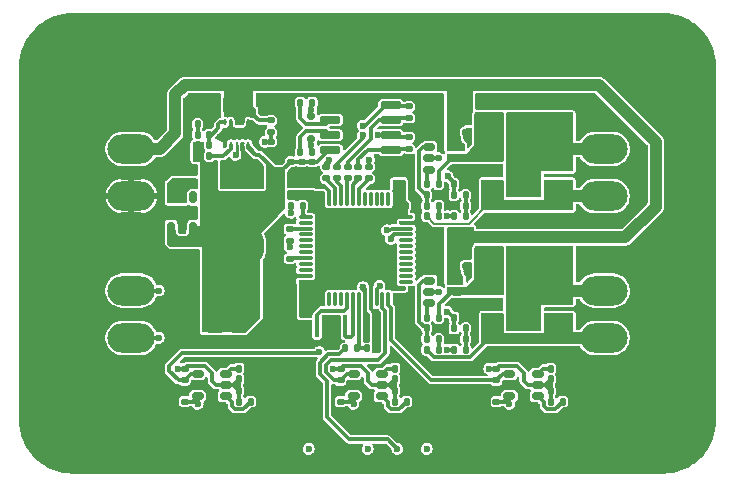
<source format=gbr>
%TF.GenerationSoftware,KiCad,Pcbnew,8.0.1*%
%TF.CreationDate,2024-04-03T15:04:06+02:00*%
%TF.ProjectId,shelfDriver_v1.0,7368656c-6644-4726-9976-65725f76312e,rev?*%
%TF.SameCoordinates,Original*%
%TF.FileFunction,Copper,L1,Top*%
%TF.FilePolarity,Positive*%
%FSLAX46Y46*%
G04 Gerber Fmt 4.6, Leading zero omitted, Abs format (unit mm)*
G04 Created by KiCad (PCBNEW 8.0.1) date 2024-04-03 15:04:06*
%MOMM*%
%LPD*%
G01*
G04 APERTURE LIST*
G04 Aperture macros list*
%AMRoundRect*
0 Rectangle with rounded corners*
0 $1 Rounding radius*
0 $2 $3 $4 $5 $6 $7 $8 $9 X,Y pos of 4 corners*
0 Add a 4 corners polygon primitive as box body*
4,1,4,$2,$3,$4,$5,$6,$7,$8,$9,$2,$3,0*
0 Add four circle primitives for the rounded corners*
1,1,$1+$1,$2,$3*
1,1,$1+$1,$4,$5*
1,1,$1+$1,$6,$7*
1,1,$1+$1,$8,$9*
0 Add four rect primitives between the rounded corners*
20,1,$1+$1,$2,$3,$4,$5,0*
20,1,$1+$1,$4,$5,$6,$7,0*
20,1,$1+$1,$6,$7,$8,$9,0*
20,1,$1+$1,$8,$9,$2,$3,0*%
G04 Aperture macros list end*
%TA.AperFunction,SMDPad,CuDef*%
%ADD10RoundRect,0.125000X-0.125000X-0.175000X0.125000X-0.175000X0.125000X0.175000X-0.125000X0.175000X0*%
%TD*%
%TA.AperFunction,SMDPad,CuDef*%
%ADD11RoundRect,0.125000X-0.175000X0.125000X-0.175000X-0.125000X0.175000X-0.125000X0.175000X0.125000X0*%
%TD*%
%TA.AperFunction,SMDPad,CuDef*%
%ADD12RoundRect,0.150000X-0.350000X-0.150000X0.350000X-0.150000X0.350000X0.150000X-0.350000X0.150000X0*%
%TD*%
%TA.AperFunction,SMDPad,CuDef*%
%ADD13O,4.000000X2.500000*%
%TD*%
%TA.AperFunction,SMDPad,CuDef*%
%ADD14RoundRect,0.125000X0.125000X0.175000X-0.125000X0.175000X-0.125000X-0.175000X0.125000X-0.175000X0*%
%TD*%
%TA.AperFunction,SMDPad,CuDef*%
%ADD15RoundRect,0.287500X0.287500X0.562500X-0.287500X0.562500X-0.287500X-0.562500X0.287500X-0.562500X0*%
%TD*%
%TA.AperFunction,SMDPad,CuDef*%
%ADD16RoundRect,0.125000X0.175000X-0.125000X0.175000X0.125000X-0.175000X0.125000X-0.175000X-0.125000X0*%
%TD*%
%TA.AperFunction,SMDPad,CuDef*%
%ADD17RoundRect,0.347826X-0.452174X-1.002174X0.452174X-1.002174X0.452174X1.002174X-0.452174X1.002174X0*%
%TD*%
%TA.AperFunction,SMDPad,CuDef*%
%ADD18RoundRect,0.347826X0.452174X1.002174X-0.452174X1.002174X-0.452174X-1.002174X0.452174X-1.002174X0*%
%TD*%
%TA.AperFunction,SMDPad,CuDef*%
%ADD19RoundRect,0.250000X0.250000X0.425000X-0.250000X0.425000X-0.250000X-0.425000X0.250000X-0.425000X0*%
%TD*%
%TA.AperFunction,SMDPad,CuDef*%
%ADD20RoundRect,0.250000X-0.250000X-0.425000X0.250000X-0.425000X0.250000X0.425000X-0.250000X0.425000X0*%
%TD*%
%TA.AperFunction,SMDPad,CuDef*%
%ADD21RoundRect,0.150000X0.350000X0.150000X-0.350000X0.150000X-0.350000X-0.150000X0.350000X-0.150000X0*%
%TD*%
%TA.AperFunction,SMDPad,CuDef*%
%ADD22RoundRect,0.150000X0.200000X0.150000X-0.200000X0.150000X-0.200000X-0.150000X0.200000X-0.150000X0*%
%TD*%
%TA.AperFunction,SMDPad,CuDef*%
%ADD23RoundRect,0.150000X0.737500X0.150000X-0.737500X0.150000X-0.737500X-0.150000X0.737500X-0.150000X0*%
%TD*%
%TA.AperFunction,SMDPad,CuDef*%
%ADD24RoundRect,0.587500X-1.162500X0.587500X-1.162500X-0.587500X1.162500X-0.587500X1.162500X0.587500X0*%
%TD*%
%TA.AperFunction,SMDPad,CuDef*%
%ADD25RoundRect,0.062500X-0.062500X0.187500X-0.062500X-0.187500X0.062500X-0.187500X0.062500X0.187500X0*%
%TD*%
%TA.AperFunction,SMDPad,CuDef*%
%ADD26R,2.400000X0.840000*%
%TD*%
%TA.AperFunction,SMDPad,CuDef*%
%ADD27RoundRect,0.587500X-0.587500X-1.162500X0.587500X-1.162500X0.587500X1.162500X-0.587500X1.162500X0*%
%TD*%
%TA.AperFunction,SMDPad,CuDef*%
%ADD28RoundRect,0.175000X0.175000X-0.325000X0.175000X0.325000X-0.175000X0.325000X-0.175000X-0.325000X0*%
%TD*%
%TA.AperFunction,SMDPad,CuDef*%
%ADD29RoundRect,0.100000X0.100000X-0.850000X0.100000X0.850000X-0.100000X0.850000X-0.100000X-0.850000X0*%
%TD*%
%TA.AperFunction,SMDPad,CuDef*%
%ADD30RoundRect,0.075000X0.075000X-0.525000X0.075000X0.525000X-0.075000X0.525000X-0.075000X-0.525000X0*%
%TD*%
%TA.AperFunction,SMDPad,CuDef*%
%ADD31RoundRect,0.075000X0.525000X-0.075000X0.525000X0.075000X-0.525000X0.075000X-0.525000X-0.075000X0*%
%TD*%
%TA.AperFunction,ViaPad*%
%ADD32C,0.600000*%
%TD*%
%TA.AperFunction,Conductor*%
%ADD33C,0.300000*%
%TD*%
%TA.AperFunction,Conductor*%
%ADD34C,0.250000*%
%TD*%
%TA.AperFunction,Conductor*%
%ADD35C,0.500000*%
%TD*%
%TA.AperFunction,Conductor*%
%ADD36C,1.000000*%
%TD*%
%TA.AperFunction,Conductor*%
%ADD37C,0.200000*%
%TD*%
G04 APERTURE END LIST*
D10*
%TO.P,R32,1*%
%TO.N,Net-(U3-B)*%
X134300000Y-82300000D03*
%TO.P,R32,2*%
%TO.N,/CommunicationLayer/RS485_B*%
X135300000Y-82300000D03*
%TD*%
D11*
%TO.P,R48,1*%
%TO.N,/Brain/SWDIO*%
X136500000Y-83500000D03*
%TO.P,R48,2*%
%TO.N,Net-(U1-PA13)*%
X136500000Y-84500000D03*
%TD*%
D12*
%TO.P,U9,1,Q*%
%TO.N,/Brain/TouchRight*%
X152000000Y-101050000D03*
%TO.P,U9,2,GND*%
%TO.N,GND*%
X152000000Y-102000000D03*
%TO.P,U9,3,I*%
%TO.N,Net-(U9-I)*%
X152000000Y-102950000D03*
%TO.P,U9,4,AHLB*%
%TO.N,Net-(U9-AHLB)*%
X154400000Y-102950000D03*
%TO.P,U9,5,VDD*%
%TO.N,+3V3*%
X154400000Y-102000000D03*
%TO.P,U9,6,TOG*%
%TO.N,Net-(U9-TOG)*%
X154400000Y-101050000D03*
%TD*%
D11*
%TO.P,C43,1*%
%TO.N,+5V*%
X135300000Y-83100000D03*
%TO.P,C43,2*%
%TO.N,GND*%
X135300000Y-84100000D03*
%TD*%
D13*
%TO.P,PWR1,1,Pin_1*%
%TO.N,VBUS*%
X120000000Y-82000000D03*
%TD*%
D11*
%TO.P,C38,1*%
%TO.N,+5V*%
X124300000Y-89901560D03*
%TO.P,C38,2*%
%TO.N,GND*%
X124300000Y-90901560D03*
%TD*%
D14*
%TO.P,R37,1*%
%TO.N,GND*%
X143300000Y-100600000D03*
%TO.P,R37,2*%
%TO.N,Net-(U8-TOG)*%
X142300000Y-100600000D03*
%TD*%
D15*
%TO.P,C15,1*%
%TO.N,VBUS*%
X148350000Y-78201560D03*
%TO.P,C15,2*%
%TO.N,GND*%
X145200000Y-78201560D03*
%TD*%
D10*
%TO.P,R33,1*%
%TO.N,+3V3*%
X129100000Y-103400000D03*
%TO.P,R33,2*%
%TO.N,Net-(U4-AHLB)*%
X130100000Y-103400000D03*
%TD*%
D16*
%TO.P,R29,1*%
%TO.N,/Brain/RS485_RO*%
X143500000Y-82000000D03*
%TO.P,R29,2*%
%TO.N,/Brain/RS485_nRE*%
X143500000Y-81000000D03*
%TD*%
D10*
%TO.P,R1,1*%
%TO.N,/Brain/WarmWhite_Dim*%
X147300000Y-87701560D03*
%TO.P,R1,2*%
%TO.N,Net-(C19-Pad1)*%
X148300000Y-87701560D03*
%TD*%
D13*
%TO.P,LED4,1,Pin_1*%
%TO.N,/NaturalWhite/PowerLED-*%
X160000000Y-98000000D03*
%TD*%
D14*
%TO.P,C10,1*%
%TO.N,+3V3*%
X140900000Y-98000000D03*
%TO.P,C10,2*%
%TO.N,GND*%
X139900000Y-98000000D03*
%TD*%
D10*
%TO.P,C7,1*%
%TO.N,+3V3*%
X142700000Y-85000000D03*
%TO.P,C7,2*%
%TO.N,GND*%
X143700000Y-85000000D03*
%TD*%
D11*
%TO.P,R19,1*%
%TO.N,/WarmWhite/PowerLED-*%
X151400000Y-86701560D03*
%TO.P,R19,2*%
%TO.N,GND*%
X151400000Y-87701560D03*
%TD*%
D10*
%TO.P,R34,1*%
%TO.N,+3V3*%
X142300000Y-103400000D03*
%TO.P,R34,2*%
%TO.N,Net-(U8-AHLB)*%
X143300000Y-103400000D03*
%TD*%
D16*
%TO.P,C1,1*%
%TO.N,+3V3*%
X133500000Y-85900000D03*
%TO.P,C1,2*%
%TO.N,GND*%
X133500000Y-84900000D03*
%TD*%
D14*
%TO.P,C11,1*%
%TO.N,+3V3*%
X140900000Y-97100000D03*
%TO.P,C11,2*%
%TO.N,GND*%
X139900000Y-97100000D03*
%TD*%
D11*
%TO.P,R18,1*%
%TO.N,/NaturalWhite/PowerLED-*%
X152300000Y-98001560D03*
%TO.P,R18,2*%
%TO.N,GND*%
X152300000Y-99001560D03*
%TD*%
%TO.P,R27,1*%
%TO.N,VBUS*%
X131800000Y-79601560D03*
%TO.P,R27,2*%
%TO.N,Net-(U7-~{Sleep})*%
X131800000Y-80601560D03*
%TD*%
%TO.P,C46,1*%
%TO.N,GND*%
X124500000Y-102400000D03*
%TO.P,C46,2*%
%TO.N,Net-(U4-I)*%
X124500000Y-103400000D03*
%TD*%
D13*
%TO.P,COM2,1,Pin_1*%
%TO.N,/CommunicationLayer/RS485_B*%
X120000000Y-98000000D03*
%TD*%
D17*
%TO.P,C31,1*%
%TO.N,+5V*%
X129100000Y-93101560D03*
%TO.P,C31,2*%
%TO.N,GND*%
X131900000Y-93101560D03*
%TD*%
D18*
%TO.P,C34,1*%
%TO.N,+5V*%
X127100000Y-93101560D03*
%TO.P,C34,2*%
%TO.N,GND*%
X124300000Y-93101560D03*
%TD*%
D14*
%TO.P,R36,1*%
%TO.N,GND*%
X130100000Y-100600000D03*
%TO.P,R36,2*%
%TO.N,Net-(U4-TOG)*%
X129100000Y-100600000D03*
%TD*%
D17*
%TO.P,C32,1*%
%TO.N,+5V*%
X129100000Y-96201560D03*
%TO.P,C32,2*%
%TO.N,GND*%
X131900000Y-96201560D03*
%TD*%
D19*
%TO.P,C18,1*%
%TO.N,VBUS*%
X147200000Y-91401560D03*
%TO.P,C18,2*%
%TO.N,GND*%
X145200000Y-91401560D03*
%TD*%
D11*
%TO.P,C44,1*%
%TO.N,+5V*%
X134400000Y-83100000D03*
%TO.P,C44,2*%
%TO.N,GND*%
X134400000Y-84100000D03*
%TD*%
D20*
%TO.P,C27,1*%
%TO.N,/WarmWhite/PowerLED+*%
X154200000Y-85401560D03*
%TO.P,C27,2*%
%TO.N,/WarmWhite/PowerLED-*%
X156200000Y-85401560D03*
%TD*%
D16*
%TO.P,C2,1*%
%TO.N,+3V3*%
X134400000Y-85900000D03*
%TO.P,C2,2*%
%TO.N,GND*%
X134400000Y-84900000D03*
%TD*%
D11*
%TO.P,R43,1*%
%TO.N,/Brain/RS485_RO*%
X139200000Y-83500000D03*
%TO.P,R43,2*%
%TO.N,Net-(U1-PA10)*%
X139200000Y-84500000D03*
%TD*%
D10*
%TO.P,C23,1*%
%TO.N,Net-(U5-BOOT)*%
X145000000Y-85001560D03*
%TO.P,C23,2*%
%TO.N,Net-(U5-SW)*%
X146000000Y-85001560D03*
%TD*%
%TO.P,R26,1*%
%TO.N,Net-(R25-Pad2)*%
X125600000Y-79901560D03*
%TO.P,R26,2*%
%TO.N,GND*%
X126600000Y-79901560D03*
%TD*%
D19*
%TO.P,C25,1*%
%TO.N,/WarmWhite/PowerLED+*%
X152200000Y-85401560D03*
%TO.P,C25,2*%
%TO.N,/WarmWhite/PowerLED-*%
X150200000Y-85401560D03*
%TD*%
D13*
%TO.P,LED1,1,Pin_1*%
%TO.N,/WarmWhite/PowerLED+*%
X160000000Y-82000000D03*
%TD*%
D21*
%TO.P,U6,1,GND*%
%TO.N,GND*%
X147600000Y-95051560D03*
%TO.P,U6,2,SW*%
%TO.N,Net-(U6-SW)*%
X147600000Y-94101560D03*
%TO.P,U6,3,Vin*%
%TO.N,VBUS*%
X147600000Y-93151560D03*
%TO.P,U6,4,FB*%
%TO.N,Net-(U6-FB)*%
X145200000Y-93151560D03*
%TO.P,U6,5,PWM*%
%TO.N,Net-(U6-PWM)*%
X145200000Y-94101560D03*
%TO.P,U6,6,BOOT*%
%TO.N,Net-(U6-BOOT)*%
X145200000Y-95051560D03*
%TD*%
D10*
%TO.P,C30,1*%
%TO.N,Net-(U6-FB)*%
X145000000Y-97201560D03*
%TO.P,C30,2*%
%TO.N,GND*%
X146000000Y-97201560D03*
%TD*%
D14*
%TO.P,R23,1*%
%TO.N,Net-(U7-PG)*%
X126600000Y-82601560D03*
%TO.P,R23,2*%
%TO.N,+5V*%
X125600000Y-82601560D03*
%TD*%
D11*
%TO.P,R12,1*%
%TO.N,/NaturalWhite/PowerLED-*%
X155000000Y-98001560D03*
%TO.P,R12,2*%
%TO.N,GND*%
X155000000Y-99001560D03*
%TD*%
%TO.P,R20,1*%
%TO.N,/NaturalWhite/PowerLED-*%
X151400000Y-98001560D03*
%TO.P,R20,2*%
%TO.N,GND*%
X151400000Y-99001560D03*
%TD*%
D10*
%TO.P,C51,1*%
%TO.N,+3V3*%
X155500000Y-101500000D03*
%TO.P,C51,2*%
%TO.N,GND*%
X156500000Y-101500000D03*
%TD*%
D11*
%TO.P,R46,1*%
%TO.N,Net-(U1-BOOT0)*%
X133400000Y-91300000D03*
%TO.P,R46,2*%
%TO.N,GND*%
X133400000Y-92300000D03*
%TD*%
D15*
%TO.P,C16,1*%
%TO.N,VBUS*%
X148375000Y-89501560D03*
%TO.P,C16,2*%
%TO.N,GND*%
X145225000Y-89501560D03*
%TD*%
D10*
%TO.P,C24,1*%
%TO.N,Net-(U6-BOOT)*%
X145000000Y-96301560D03*
%TO.P,C24,2*%
%TO.N,Net-(U6-SW)*%
X146000000Y-96301560D03*
%TD*%
%TO.P,C22,1*%
%TO.N,Net-(U6-PWM)*%
X147300000Y-96301560D03*
%TO.P,C22,2*%
%TO.N,GND*%
X148300000Y-96301560D03*
%TD*%
D22*
%TO.P,D1,1,K*%
%TO.N,/CommunicationLayer/RS485_B*%
X135200000Y-81150000D03*
%TO.P,D1,2,K*%
%TO.N,/CommunicationLayer/RS485_A*%
X135200000Y-79250000D03*
%TO.P,D1,3,A*%
%TO.N,GND*%
X133000000Y-80200000D03*
%TD*%
D14*
%TO.P,C6,1*%
%TO.N,+3V3*%
X134700000Y-94200000D03*
%TO.P,C6,2*%
%TO.N,GND*%
X133700000Y-94200000D03*
%TD*%
D11*
%TO.P,R14,1*%
%TO.N,/NaturalWhite/PowerLED-*%
X154100000Y-98001560D03*
%TO.P,R14,2*%
%TO.N,GND*%
X154100000Y-99001560D03*
%TD*%
D23*
%TO.P,U3,1,RO*%
%TO.N,/Brain/RS485_RO*%
X141962500Y-82105000D03*
%TO.P,U3,2,~{RE}*%
%TO.N,/Brain/RS485_nRE*%
X141962500Y-80835000D03*
%TO.P,U3,3,DE*%
%TO.N,/Brain/RS485_DE*%
X141962500Y-79565000D03*
%TO.P,U3,4,DI*%
%TO.N,/Brain/RS485_DI*%
X141962500Y-78295000D03*
%TO.P,U3,5,GND*%
%TO.N,GND*%
X136837500Y-78295000D03*
%TO.P,U3,6,A*%
%TO.N,Net-(U3-A)*%
X136837500Y-79565000D03*
%TO.P,U3,7,B*%
%TO.N,Net-(U3-B)*%
X136837500Y-80835000D03*
%TO.P,U3,8,VCC*%
%TO.N,+5V*%
X136837500Y-82105000D03*
%TD*%
D10*
%TO.P,C50,1*%
%TO.N,+3V3*%
X142300000Y-101500000D03*
%TO.P,C50,2*%
%TO.N,GND*%
X143300000Y-101500000D03*
%TD*%
D11*
%TO.P,R11,1*%
%TO.N,/WarmWhite/PowerLED-*%
X155000000Y-86701560D03*
%TO.P,R11,2*%
%TO.N,GND*%
X155000000Y-87701560D03*
%TD*%
%TO.P,R13,1*%
%TO.N,/WarmWhite/PowerLED-*%
X154100000Y-86701560D03*
%TO.P,R13,2*%
%TO.N,GND*%
X154100000Y-87701560D03*
%TD*%
D10*
%TO.P,C53,1*%
%TO.N,+3V3*%
X142300000Y-102500000D03*
%TO.P,C53,2*%
%TO.N,GND*%
X143300000Y-102500000D03*
%TD*%
%TO.P,R24,1*%
%TO.N,+5V*%
X125600000Y-81701560D03*
%TO.P,R24,2*%
%TO.N,Net-(U7-FB)*%
X126600000Y-81701560D03*
%TD*%
D11*
%TO.P,R21,1*%
%TO.N,/WarmWhite/PowerLED-*%
X150500000Y-86701560D03*
%TO.P,R21,2*%
%TO.N,GND*%
X150500000Y-87701560D03*
%TD*%
D14*
%TO.P,R4,1*%
%TO.N,Net-(C20-Pad1)*%
X148300000Y-97201560D03*
%TO.P,R4,2*%
%TO.N,Net-(U6-PWM)*%
X147300000Y-97201560D03*
%TD*%
D11*
%TO.P,R41,1*%
%TO.N,+3V3*%
X150900000Y-100600000D03*
%TO.P,R41,2*%
%TO.N,/Brain/TouchRight*%
X150900000Y-101600000D03*
%TD*%
D10*
%TO.P,C21,1*%
%TO.N,Net-(U5-PWM)*%
X147300000Y-85001560D03*
%TO.P,C21,2*%
%TO.N,GND*%
X148300000Y-85001560D03*
%TD*%
D24*
%TO.P,L3,1,1*%
%TO.N,Net-(U7-Switch)*%
X129400000Y-84176560D03*
%TO.P,L3,2,2*%
%TO.N,+5V*%
X129400000Y-90226560D03*
%TD*%
D10*
%TO.P,R2,1*%
%TO.N,/Brain/NaturalWhite_Dim*%
X147300000Y-99001560D03*
%TO.P,R2,2*%
%TO.N,Net-(C20-Pad1)*%
X148300000Y-99001560D03*
%TD*%
D19*
%TO.P,C28,1*%
%TO.N,/NaturalWhite/PowerLED+*%
X152200000Y-96701560D03*
%TO.P,C28,2*%
%TO.N,/NaturalWhite/PowerLED-*%
X150200000Y-96701560D03*
%TD*%
D10*
%TO.P,C9,1*%
%TO.N,+3V3*%
X143200000Y-86800000D03*
%TO.P,C9,2*%
%TO.N,GND*%
X144200000Y-86800000D03*
%TD*%
D11*
%TO.P,C13,1*%
%TO.N,VBUS*%
X148300000Y-79601560D03*
%TO.P,C13,2*%
%TO.N,GND*%
X148300000Y-80601560D03*
%TD*%
D13*
%TO.P,COM1,1,Pin_1*%
%TO.N,/CommunicationLayer/RS485_A*%
X120000000Y-94000000D03*
%TD*%
D10*
%TO.P,R49,1*%
%TO.N,/Brain/SWCLK*%
X133500000Y-86800000D03*
%TO.P,R49,2*%
%TO.N,Net-(U1-PA14)*%
X134500000Y-86800000D03*
%TD*%
D15*
%TO.P,C36,1*%
%TO.N,VBUS*%
X128375000Y-78301560D03*
%TO.P,C36,2*%
%TO.N,GND*%
X125225000Y-78301560D03*
%TD*%
D25*
%TO.P,U7,1,PGND*%
%TO.N,GND*%
X129900000Y-79751560D03*
%TO.P,U7,2,Vin*%
%TO.N,VBUS*%
X129400000Y-79751560D03*
%TO.P,U7,3,Enable*%
X128900000Y-79751560D03*
%TO.P,U7,4,NC*%
%TO.N,GND*%
X128400000Y-79751560D03*
%TO.P,U7,5,FB*%
%TO.N,Net-(U7-FB)*%
X127900000Y-79751560D03*
%TO.P,U7,6,AGND*%
%TO.N,GND*%
X127900000Y-81651560D03*
%TO.P,U7,7,PG*%
%TO.N,Net-(U7-PG)*%
X128400000Y-81651560D03*
%TO.P,U7,8,~{Sleep}*%
%TO.N,Net-(U7-~{Sleep})*%
X128900000Y-81651560D03*
%TO.P,U7,9,Switch*%
%TO.N,Net-(U7-Switch)*%
X129400000Y-81651560D03*
%TO.P,U7,10,Vos*%
%TO.N,+5V*%
X129900000Y-81651560D03*
D26*
%TO.P,U7,11,PAD*%
%TO.N,GND*%
X128900000Y-80701560D03*
%TD*%
D19*
%TO.P,C17,1*%
%TO.N,VBUS*%
X147200000Y-80101560D03*
%TO.P,C17,2*%
%TO.N,GND*%
X145200000Y-80101560D03*
%TD*%
D10*
%TO.P,R8,1*%
%TO.N,Net-(U6-FB)*%
X145000000Y-98101560D03*
%TO.P,R8,2*%
%TO.N,Net-(R10-Pad1)*%
X146000000Y-98101560D03*
%TD*%
D11*
%TO.P,R40,1*%
%TO.N,+3V3*%
X137700000Y-100600000D03*
%TO.P,R40,2*%
%TO.N,/Brain/TouchMiddle*%
X137700000Y-101600000D03*
%TD*%
%TO.P,C47,1*%
%TO.N,GND*%
X137700000Y-102400000D03*
%TO.P,C47,2*%
%TO.N,Net-(U8-I)*%
X137700000Y-103400000D03*
%TD*%
%TO.P,R15,1*%
%TO.N,/WarmWhite/PowerLED-*%
X153200000Y-86701560D03*
%TO.P,R15,2*%
%TO.N,GND*%
X153200000Y-87701560D03*
%TD*%
%TO.P,R42,1*%
%TO.N,/Brain/RS485_DI*%
X140100000Y-83500000D03*
%TO.P,R42,2*%
%TO.N,Net-(U1-PA9)*%
X140100000Y-84500000D03*
%TD*%
D10*
%TO.P,C49,1*%
%TO.N,+3V3*%
X129100000Y-102500000D03*
%TO.P,C49,2*%
%TO.N,GND*%
X130100000Y-102500000D03*
%TD*%
D11*
%TO.P,R5,1*%
%TO.N,/WarmWhite/PowerLED-*%
X155900000Y-86701560D03*
%TO.P,R5,2*%
%TO.N,GND*%
X155900000Y-87701560D03*
%TD*%
D10*
%TO.P,R7,1*%
%TO.N,Net-(U5-FB)*%
X145000000Y-86801560D03*
%TO.P,R7,2*%
%TO.N,Net-(R7-Pad2)*%
X146000000Y-86801560D03*
%TD*%
D27*
%TO.P,L1,1,1*%
%TO.N,Net-(U5-SW)*%
X150175000Y-81001560D03*
%TO.P,L1,2,2*%
%TO.N,/WarmWhite/PowerLED+*%
X156225000Y-81001560D03*
%TD*%
%TO.P,L2,1,1*%
%TO.N,Net-(U6-SW)*%
X150175000Y-92301560D03*
%TO.P,L2,2,2*%
%TO.N,/NaturalWhite/PowerLED+*%
X156225000Y-92301560D03*
%TD*%
D10*
%TO.P,C52,1*%
%TO.N,+3V3*%
X129100000Y-101500000D03*
%TO.P,C52,2*%
%TO.N,GND*%
X130100000Y-101500000D03*
%TD*%
D14*
%TO.P,R3,1*%
%TO.N,Net-(C19-Pad1)*%
X148300000Y-85901560D03*
%TO.P,R3,2*%
%TO.N,Net-(U5-PWM)*%
X147300000Y-85901560D03*
%TD*%
D11*
%TO.P,R17,1*%
%TO.N,/WarmWhite/PowerLED-*%
X152300000Y-86701560D03*
%TO.P,R17,2*%
%TO.N,GND*%
X152300000Y-87701560D03*
%TD*%
D14*
%TO.P,R10,1*%
%TO.N,Net-(R10-Pad1)*%
X146000000Y-99001560D03*
%TO.P,R10,2*%
%TO.N,/NaturalWhite/PowerLED-*%
X145000000Y-99001560D03*
%TD*%
%TO.P,R50,1*%
%TO.N,Net-(U1-NRST)*%
X139100000Y-98900000D03*
%TO.P,R50,2*%
%TO.N,/Brain/NRST*%
X138100000Y-98900000D03*
%TD*%
%TO.P,R38,1*%
%TO.N,GND*%
X156500000Y-100600000D03*
%TO.P,R38,2*%
%TO.N,Net-(U9-TOG)*%
X155500000Y-100600000D03*
%TD*%
D11*
%TO.P,R47,1*%
%TO.N,Net-(U1-PB3)*%
X133400000Y-88800000D03*
%TO.P,R47,2*%
%TO.N,/Brain/SWTRACE*%
X133400000Y-89800000D03*
%TD*%
D14*
%TO.P,R51,1*%
%TO.N,+3V3*%
X140900000Y-98900000D03*
%TO.P,R51,2*%
%TO.N,Net-(U1-NRST)*%
X139900000Y-98900000D03*
%TD*%
D28*
%TO.P,U2,1,IN*%
%TO.N,+5V*%
X123350000Y-88701560D03*
%TO.P,U2,2,GND*%
%TO.N,GND*%
X124300000Y-88701560D03*
%TO.P,U2,3,EN*%
%TO.N,+5V*%
X125250000Y-88701560D03*
%TO.P,U2,4,NC*%
%TO.N,unconnected-(U2-NC-Pad4)*%
X125250000Y-86101560D03*
%TO.P,U2,5,OUT*%
%TO.N,+3V3*%
X123350000Y-86101560D03*
%TD*%
D16*
%TO.P,C40,1*%
%TO.N,+3V3*%
X123400000Y-85001560D03*
%TO.P,C40,2*%
%TO.N,GND*%
X123400000Y-84001560D03*
%TD*%
D29*
%TO.P,Y1,1,1*%
%TO.N,Net-(U1-PD0)*%
X135700000Y-97000000D03*
%TO.P,Y1,2,2*%
%TO.N,GND*%
X136900000Y-97000000D03*
%TO.P,Y1,3,3*%
%TO.N,Net-(U1-PD1)*%
X138100000Y-97000000D03*
%TD*%
D11*
%TO.P,R39,1*%
%TO.N,+3V3*%
X124500000Y-100600000D03*
%TO.P,R39,2*%
%TO.N,/Brain/TouchLeft*%
X124500000Y-101600000D03*
%TD*%
%TO.P,R22,1*%
%TO.N,/NaturalWhite/PowerLED-*%
X150500000Y-98001560D03*
%TO.P,R22,2*%
%TO.N,GND*%
X150500000Y-99001560D03*
%TD*%
D14*
%TO.P,C19,1*%
%TO.N,Net-(C19-Pad1)*%
X148300000Y-86801560D03*
%TO.P,C19,2*%
%TO.N,GND*%
X147300000Y-86801560D03*
%TD*%
D11*
%TO.P,C37,1*%
%TO.N,+5V*%
X125200000Y-89901560D03*
%TO.P,C37,2*%
%TO.N,GND*%
X125200000Y-90901560D03*
%TD*%
%TO.P,R6,1*%
%TO.N,/NaturalWhite/PowerLED-*%
X155900000Y-98001560D03*
%TO.P,R6,2*%
%TO.N,GND*%
X155900000Y-99001560D03*
%TD*%
D10*
%TO.P,C29,1*%
%TO.N,Net-(U5-FB)*%
X145000000Y-85901560D03*
%TO.P,C29,2*%
%TO.N,GND*%
X146000000Y-85901560D03*
%TD*%
D16*
%TO.P,C41,1*%
%TO.N,+3V3*%
X125200000Y-85001560D03*
%TO.P,C41,2*%
%TO.N,GND*%
X125200000Y-84001560D03*
%TD*%
D10*
%TO.P,C54,1*%
%TO.N,+3V3*%
X155500000Y-102500000D03*
%TO.P,C54,2*%
%TO.N,GND*%
X156500000Y-102500000D03*
%TD*%
D14*
%TO.P,C12,1*%
%TO.N,+3V3*%
X140900000Y-96200000D03*
%TO.P,C12,2*%
%TO.N,GND*%
X139900000Y-96200000D03*
%TD*%
D13*
%TO.P,LED3,1,Pin_1*%
%TO.N,/NaturalWhite/PowerLED+*%
X160000000Y-94000000D03*
%TD*%
D14*
%TO.P,C4,1*%
%TO.N,+3V3*%
X134700000Y-96000000D03*
%TO.P,C4,2*%
%TO.N,GND*%
X133700000Y-96000000D03*
%TD*%
D20*
%TO.P,C26,1*%
%TO.N,/NaturalWhite/PowerLED+*%
X154200000Y-96701560D03*
%TO.P,C26,2*%
%TO.N,/NaturalWhite/PowerLED-*%
X156200000Y-96701560D03*
%TD*%
D18*
%TO.P,C33,1*%
%TO.N,+5V*%
X127100000Y-96201560D03*
%TO.P,C33,2*%
%TO.N,GND*%
X124300000Y-96201560D03*
%TD*%
D21*
%TO.P,U5,1,GND*%
%TO.N,GND*%
X147600000Y-83751560D03*
%TO.P,U5,2,SW*%
%TO.N,Net-(U5-SW)*%
X147600000Y-82801560D03*
%TO.P,U5,3,Vin*%
%TO.N,VBUS*%
X147600000Y-81851560D03*
%TO.P,U5,4,FB*%
%TO.N,Net-(U5-FB)*%
X145200000Y-81851560D03*
%TO.P,U5,5,PWM*%
%TO.N,Net-(U5-PWM)*%
X145200000Y-82801560D03*
%TO.P,U5,6,BOOT*%
%TO.N,Net-(U5-BOOT)*%
X145200000Y-83751560D03*
%TD*%
D14*
%TO.P,R25,1*%
%TO.N,Net-(U7-FB)*%
X126600000Y-80801560D03*
%TO.P,R25,2*%
%TO.N,Net-(R25-Pad2)*%
X125600000Y-80801560D03*
%TD*%
D11*
%TO.P,R45,1*%
%TO.N,/Brain/RS485_nRE*%
X137400000Y-83500000D03*
%TO.P,R45,2*%
%TO.N,Net-(U1-PA12)*%
X137400000Y-84500000D03*
%TD*%
%TO.P,R28,1*%
%TO.N,Net-(U7-~{Sleep})*%
X131800000Y-81401560D03*
%TO.P,R28,2*%
%TO.N,GND*%
X131800000Y-82401560D03*
%TD*%
D16*
%TO.P,C3,1*%
%TO.N,+3V3*%
X135300000Y-85900000D03*
%TO.P,C3,2*%
%TO.N,GND*%
X135300000Y-84900000D03*
%TD*%
D12*
%TO.P,U4,1,Q*%
%TO.N,/Brain/TouchLeft*%
X125600000Y-101050000D03*
%TO.P,U4,2,GND*%
%TO.N,GND*%
X125600000Y-102000000D03*
%TO.P,U4,3,I*%
%TO.N,Net-(U4-I)*%
X125600000Y-102950000D03*
%TO.P,U4,4,AHLB*%
%TO.N,Net-(U4-AHLB)*%
X128000000Y-102950000D03*
%TO.P,U4,5,VDD*%
%TO.N,+3V3*%
X128000000Y-102000000D03*
%TO.P,U4,6,TOG*%
%TO.N,Net-(U4-TOG)*%
X128000000Y-101050000D03*
%TD*%
D11*
%TO.P,R16,1*%
%TO.N,/NaturalWhite/PowerLED-*%
X153200000Y-98001560D03*
%TO.P,R16,2*%
%TO.N,GND*%
X153200000Y-99001560D03*
%TD*%
%TO.P,C14,1*%
%TO.N,VBUS*%
X148300000Y-90901560D03*
%TO.P,C14,2*%
%TO.N,GND*%
X148300000Y-91901560D03*
%TD*%
%TO.P,R44,1*%
%TO.N,/Brain/RS485_DE*%
X138300000Y-83500000D03*
%TO.P,R44,2*%
%TO.N,Net-(U1-PA11)*%
X138300000Y-84500000D03*
%TD*%
D16*
%TO.P,C42,1*%
%TO.N,+3V3*%
X124300000Y-85001560D03*
%TO.P,C42,2*%
%TO.N,GND*%
X124300000Y-84001560D03*
%TD*%
D10*
%TO.P,R35,1*%
%TO.N,+3V3*%
X155500000Y-103400000D03*
%TO.P,R35,2*%
%TO.N,Net-(U9-AHLB)*%
X156500000Y-103400000D03*
%TD*%
D11*
%TO.P,C39,1*%
%TO.N,+5V*%
X123400000Y-89901560D03*
%TO.P,C39,2*%
%TO.N,GND*%
X123400000Y-90901560D03*
%TD*%
D10*
%TO.P,R31,1*%
%TO.N,Net-(U3-A)*%
X134300000Y-78100000D03*
%TO.P,R31,2*%
%TO.N,/CommunicationLayer/RS485_A*%
X135300000Y-78100000D03*
%TD*%
D12*
%TO.P,U8,1,Q*%
%TO.N,/Brain/TouchMiddle*%
X138800000Y-101050000D03*
%TO.P,U8,2,GND*%
%TO.N,GND*%
X138800000Y-102000000D03*
%TO.P,U8,3,I*%
%TO.N,Net-(U8-I)*%
X138800000Y-102950000D03*
%TO.P,U8,4,AHLB*%
%TO.N,Net-(U8-AHLB)*%
X141200000Y-102950000D03*
%TO.P,U8,5,VDD*%
%TO.N,+3V3*%
X141200000Y-102000000D03*
%TO.P,U8,6,TOG*%
%TO.N,Net-(U8-TOG)*%
X141200000Y-101050000D03*
%TD*%
D11*
%TO.P,C48,1*%
%TO.N,GND*%
X150900000Y-102400000D03*
%TO.P,C48,2*%
%TO.N,Net-(U9-I)*%
X150900000Y-103400000D03*
%TD*%
%TO.P,R30,1*%
%TO.N,/Brain/RS485_DI*%
X143500000Y-78400000D03*
%TO.P,R30,2*%
%TO.N,/Brain/RS485_DE*%
X143500000Y-79400000D03*
%TD*%
D14*
%TO.P,C5,1*%
%TO.N,+3V3*%
X134700000Y-95100000D03*
%TO.P,C5,2*%
%TO.N,GND*%
X133700000Y-95100000D03*
%TD*%
D11*
%TO.P,C45,1*%
%TO.N,+5V*%
X133500000Y-83100000D03*
%TO.P,C45,2*%
%TO.N,GND*%
X133500000Y-84100000D03*
%TD*%
D10*
%TO.P,C8,1*%
%TO.N,+3V3*%
X142700000Y-85900000D03*
%TO.P,C8,2*%
%TO.N,GND*%
X143700000Y-85900000D03*
%TD*%
D30*
%TO.P,U1,1,VBAT*%
%TO.N,+3V3*%
X136250000Y-94750000D03*
%TO.P,U1,2,PC13*%
%TO.N,unconnected-(U1-PC13-Pad2)*%
X136750000Y-94750000D03*
%TO.P,U1,3,PC14*%
%TO.N,unconnected-(U1-PC14-Pad3)*%
X137250000Y-94750000D03*
%TO.P,U1,4,PC15*%
%TO.N,unconnected-(U1-PC15-Pad4)*%
X137750000Y-94750000D03*
%TO.P,U1,5,PD0*%
%TO.N,Net-(U1-PD0)*%
X138250000Y-94750000D03*
%TO.P,U1,6,PD1*%
%TO.N,Net-(U1-PD1)*%
X138750000Y-94750000D03*
%TO.P,U1,7,NRST*%
%TO.N,Net-(U1-NRST)*%
X139250000Y-94750000D03*
%TO.P,U1,8,VSSA*%
%TO.N,GND*%
X139750000Y-94750000D03*
%TO.P,U1,9,VDDA*%
%TO.N,+3V3*%
X140250000Y-94750000D03*
%TO.P,U1,10,PA0*%
%TO.N,/Brain/TouchLeft*%
X140750000Y-94750000D03*
%TO.P,U1,11,PA1*%
%TO.N,/Brain/TouchMiddle*%
X141250000Y-94750000D03*
%TO.P,U1,12,PA2*%
%TO.N,/Brain/TouchRight*%
X141750000Y-94750000D03*
D31*
%TO.P,U1,13,PA3*%
%TO.N,unconnected-(U1-PA3-Pad13)*%
X143250000Y-93250000D03*
%TO.P,U1,14,PA4*%
%TO.N,unconnected-(U1-PA4-Pad14)*%
X143250000Y-92750000D03*
%TO.P,U1,15,PA5*%
%TO.N,unconnected-(U1-PA5-Pad15)*%
X143250000Y-92250000D03*
%TO.P,U1,16,PA6*%
%TO.N,unconnected-(U1-PA6-Pad16)*%
X143250000Y-91750000D03*
%TO.P,U1,17,PA7*%
%TO.N,unconnected-(U1-PA7-Pad17)*%
X143250000Y-91250000D03*
%TO.P,U1,18,PB0*%
%TO.N,unconnected-(U1-PB0-Pad18)*%
X143250000Y-90750000D03*
%TO.P,U1,19,PB1*%
%TO.N,unconnected-(U1-PB1-Pad19)*%
X143250000Y-90250000D03*
%TO.P,U1,20,PB2*%
%TO.N,unconnected-(U1-PB2-Pad20)*%
X143250000Y-89750000D03*
%TO.P,U1,21,PB10*%
%TO.N,/Brain/WarmWhite_Dim*%
X143250000Y-89250000D03*
%TO.P,U1,22,PB11*%
%TO.N,/Brain/NaturalWhite_Dim*%
X143250000Y-88750000D03*
%TO.P,U1,23,VSS*%
%TO.N,GND*%
X143250000Y-88250000D03*
%TO.P,U1,24,VDD*%
%TO.N,+3V3*%
X143250000Y-87750000D03*
D30*
%TO.P,U1,25,PB12*%
%TO.N,unconnected-(U1-PB12-Pad25)*%
X141750000Y-86250000D03*
%TO.P,U1,26,PB13*%
%TO.N,unconnected-(U1-PB13-Pad26)*%
X141250000Y-86250000D03*
%TO.P,U1,27,PB14*%
%TO.N,unconnected-(U1-PB14-Pad27)*%
X140750000Y-86250000D03*
%TO.P,U1,28,PB15*%
%TO.N,unconnected-(U1-PB15-Pad28)*%
X140250000Y-86250000D03*
%TO.P,U1,29,PA8*%
%TO.N,unconnected-(U1-PA8-Pad29)*%
X139750000Y-86250000D03*
%TO.P,U1,30,PA9*%
%TO.N,Net-(U1-PA9)*%
X139250000Y-86250000D03*
%TO.P,U1,31,PA10*%
%TO.N,Net-(U1-PA10)*%
X138750000Y-86250000D03*
%TO.P,U1,32,PA11*%
%TO.N,Net-(U1-PA11)*%
X138250000Y-86250000D03*
%TO.P,U1,33,PA12*%
%TO.N,Net-(U1-PA12)*%
X137750000Y-86250000D03*
%TO.P,U1,34,PA13*%
%TO.N,Net-(U1-PA13)*%
X137250000Y-86250000D03*
%TO.P,U1,35,VSS*%
%TO.N,GND*%
X136750000Y-86250000D03*
%TO.P,U1,36,VDD*%
%TO.N,+3V3*%
X136250000Y-86250000D03*
D31*
%TO.P,U1,37,PA14*%
%TO.N,Net-(U1-PA14)*%
X134750000Y-87750000D03*
%TO.P,U1,38,PA15*%
%TO.N,unconnected-(U1-PA15-Pad38)*%
X134750000Y-88250000D03*
%TO.P,U1,39,PB3*%
%TO.N,Net-(U1-PB3)*%
X134750000Y-88750000D03*
%TO.P,U1,40,PB4*%
%TO.N,unconnected-(U1-PB4-Pad40)*%
X134750000Y-89250000D03*
%TO.P,U1,41,PB5*%
%TO.N,unconnected-(U1-PB5-Pad41)*%
X134750000Y-89750000D03*
%TO.P,U1,42,PB6*%
%TO.N,unconnected-(U1-PB6-Pad42)*%
X134750000Y-90250000D03*
%TO.P,U1,43,PB7*%
%TO.N,unconnected-(U1-PB7-Pad43)*%
X134750000Y-90750000D03*
%TO.P,U1,44,BOOT0*%
%TO.N,Net-(U1-BOOT0)*%
X134750000Y-91250000D03*
%TO.P,U1,45,PB8*%
%TO.N,unconnected-(U1-PB8-Pad45)*%
X134750000Y-91750000D03*
%TO.P,U1,46,PB9*%
%TO.N,unconnected-(U1-PB9-Pad46)*%
X134750000Y-92250000D03*
%TO.P,U1,47,VSS*%
%TO.N,GND*%
X134750000Y-92750000D03*
%TO.P,U1,48,VDD*%
%TO.N,+3V3*%
X134750000Y-93250000D03*
%TD*%
D13*
%TO.P,PWR2,1,Pin_1*%
%TO.N,GND*%
X120000000Y-86000000D03*
%TD*%
D14*
%TO.P,R9,1*%
%TO.N,Net-(R7-Pad2)*%
X146000000Y-87701560D03*
%TO.P,R9,2*%
%TO.N,/WarmWhite/PowerLED-*%
X145000000Y-87701560D03*
%TD*%
D20*
%TO.P,C35,1*%
%TO.N,VBUS*%
X129800000Y-78101560D03*
%TO.P,C35,2*%
%TO.N,GND*%
X131800000Y-78101560D03*
%TD*%
D14*
%TO.P,C20,1*%
%TO.N,Net-(C20-Pad1)*%
X148300000Y-98101560D03*
%TO.P,C20,2*%
%TO.N,GND*%
X147300000Y-98101560D03*
%TD*%
D13*
%TO.P,LED2,1,Pin_1*%
%TO.N,/WarmWhite/PowerLED-*%
X160000000Y-86000000D03*
%TD*%
D32*
%TO.N,GND*%
X146100000Y-77601560D03*
X148400000Y-81101560D03*
X137500000Y-107400000D03*
X123700000Y-87701560D03*
X133000000Y-96300000D03*
X133950000Y-84500000D03*
X120600000Y-84400000D03*
X120600000Y-87600000D03*
X127510400Y-81010400D03*
X130300000Y-80700000D03*
X153200000Y-99501560D03*
X155900000Y-88201560D03*
X155900000Y-99501560D03*
X119400000Y-87600000D03*
X119400000Y-84400000D03*
X146557124Y-85630138D03*
X120000000Y-87600000D03*
X124300000Y-87701560D03*
X120000000Y-84400000D03*
X143900000Y-102500000D03*
X134850000Y-84500000D03*
X146100000Y-89501560D03*
X146100000Y-90101560D03*
X133000000Y-80800000D03*
X146550000Y-97196729D03*
X148900000Y-96201560D03*
X123300000Y-96200000D03*
X148400000Y-92401560D03*
X153200000Y-88201560D03*
X138000000Y-78300000D03*
X139600000Y-93700000D03*
X148900000Y-84901560D03*
X148900000Y-83701560D03*
X146100000Y-78801560D03*
X123800000Y-102400000D03*
X124900000Y-87701560D03*
X136900000Y-98400000D03*
X133000000Y-79600000D03*
X126000000Y-78300000D03*
X148900000Y-95001560D03*
%TO.N,+3V3*%
X138700000Y-90500000D03*
X139300000Y-90500000D03*
X150300000Y-100600000D03*
X124200000Y-86101560D03*
X123900000Y-100600000D03*
X137100000Y-100600000D03*
X124200000Y-85501560D03*
%TO.N,Net-(U5-PWM)*%
X146762143Y-84335002D03*
X146000000Y-82801560D03*
%TO.N,Net-(U6-PWM)*%
X146700000Y-95800000D03*
X146000000Y-94101560D03*
%TO.N,Net-(U4-I)*%
X125600000Y-103600000D03*
%TO.N,Net-(U8-I)*%
X138800000Y-103600000D03*
%TO.N,Net-(U9-I)*%
X152000000Y-103600000D03*
%TO.N,/CommunicationLayer/RS485_A*%
X122300000Y-94000000D03*
X135200000Y-78700000D03*
%TO.N,/CommunicationLayer/RS485_B*%
X122300000Y-98000000D03*
X135200000Y-81700000D03*
%TO.N,/Brain/WarmWhite_Dim*%
X146749999Y-87698064D03*
X141956815Y-89635996D03*
%TO.N,/Brain/NaturalWhite_Dim*%
X141643265Y-88900000D03*
X146749999Y-98998064D03*
%TO.N,Net-(U7-~{Sleep})*%
X131300000Y-81400000D03*
X128818331Y-82501371D03*
%TO.N,/Brain/RS485_nRE*%
X140900000Y-80835000D03*
X139600000Y-80837349D03*
%TO.N,/Brain/RS485_DI*%
X140109360Y-82910920D03*
X139600000Y-80026295D03*
%TO.N,/Brain/TouchLeft*%
X135900000Y-99200000D03*
X141000000Y-93600000D03*
%TO.N,/Brain/SWTRACE*%
X133400000Y-90300000D03*
X145000000Y-107400000D03*
%TO.N,/Brain/SWDIO*%
X136759153Y-82954986D03*
X140000000Y-107400000D03*
%TO.N,/Brain/SWCLK*%
X133500000Y-87400000D03*
X135000000Y-107400000D03*
%TO.N,/Brain/NRST*%
X142500000Y-107400000D03*
%TD*%
D33*
%TO.N,GND*%
X148300000Y-95751560D02*
X147600000Y-95051560D01*
X139750000Y-96050000D02*
X139900000Y-96200000D01*
X150900000Y-102400000D02*
X151199999Y-102400000D01*
X143953120Y-88250000D02*
X144200000Y-88003120D01*
X133700000Y-94200000D02*
X133700000Y-93096880D01*
X131800000Y-82401560D02*
X133000000Y-81201560D01*
X136837500Y-78295000D02*
X137995000Y-78295000D01*
X143125216Y-104550000D02*
X150200000Y-104550000D01*
X133400000Y-92300000D02*
X132701560Y-92300000D01*
X157100000Y-102850001D02*
X156749999Y-102500000D01*
X136750000Y-86250000D02*
X136750000Y-85546880D01*
X136837500Y-78295000D02*
X135992500Y-77450000D01*
X133700000Y-96000000D02*
X132101560Y-96000000D01*
X148900000Y-96201560D02*
X148900000Y-95601560D01*
X128514904Y-80701560D02*
X128900000Y-80701560D01*
X143900000Y-102850001D02*
X143549999Y-102500000D01*
X147600000Y-83751560D02*
X148850000Y-83751560D01*
X147100000Y-98101560D02*
X146550000Y-97551560D01*
X132451560Y-77450000D02*
X131800000Y-78101560D01*
X150900000Y-102400000D02*
X150250000Y-103050000D01*
X146550000Y-97551560D02*
X146550000Y-97196729D01*
X143300000Y-101500000D02*
X143300000Y-102500000D01*
X150500000Y-87701560D02*
X151400000Y-87701560D01*
D34*
X135300000Y-84100000D02*
X135300000Y-84500000D01*
D33*
X156325216Y-104550000D02*
X157100000Y-103775216D01*
X126600000Y-79901560D02*
X126600000Y-79676560D01*
X155000000Y-99001560D02*
X155900000Y-99001560D01*
D35*
X120000000Y-87600000D02*
X120000000Y-88801560D01*
D33*
X151599999Y-102000000D02*
X152000000Y-102000000D01*
X137995000Y-78295000D02*
X138000000Y-78300000D01*
X129900000Y-79751560D02*
X129900000Y-80086656D01*
X130720000Y-104020000D02*
X130720000Y-102870001D01*
X135300000Y-84900000D02*
X134400000Y-84900000D01*
X147600000Y-95051560D02*
X148850000Y-95051560D01*
X154100000Y-99001560D02*
X155000000Y-99001560D01*
X128900000Y-80701560D02*
X130298440Y-80701560D01*
X133700000Y-94200000D02*
X133700000Y-95100000D01*
X148800000Y-96301560D02*
X148900000Y-96201560D01*
X130100000Y-100600000D02*
X130100000Y-101500000D01*
X148300000Y-85001560D02*
X148300000Y-84451560D01*
X153200000Y-99001560D02*
X153200000Y-99501560D01*
X150250000Y-103050000D02*
X150250000Y-104500000D01*
D36*
X124300000Y-96800000D02*
X125751560Y-98251560D01*
D33*
X155000000Y-87701560D02*
X155900000Y-87701560D01*
X148300000Y-96301560D02*
X148300000Y-95751560D01*
X134046880Y-92750000D02*
X133850000Y-92750000D01*
X139900000Y-98000000D02*
X139900000Y-97100000D01*
X155900000Y-87701560D02*
X155900000Y-88201560D01*
X124799999Y-102400000D02*
X125199999Y-102000000D01*
D35*
X120000000Y-87600000D02*
X120600000Y-87600000D01*
D33*
X125200000Y-90901560D02*
X124300000Y-90901560D01*
X148300000Y-84451560D02*
X147600000Y-83751560D01*
X133500000Y-84500000D02*
X133500000Y-84100000D01*
X137700000Y-102400000D02*
X137999999Y-102400000D01*
X130349999Y-102500000D02*
X130100000Y-102500000D01*
X124500000Y-102400000D02*
X124799999Y-102400000D01*
X148300000Y-85001560D02*
X148800000Y-85001560D01*
X137999999Y-102400000D02*
X138399999Y-102000000D01*
X153200000Y-99001560D02*
X154100000Y-99001560D01*
X148800000Y-85001560D02*
X148900000Y-84901560D01*
D36*
X124300000Y-96201560D02*
X124300000Y-96800000D01*
D33*
X128400000Y-80201560D02*
X128900000Y-80701560D01*
X143300000Y-100600000D02*
X143300000Y-101500000D01*
X130190000Y-104550000D02*
X130720000Y-104020000D01*
X148300000Y-92301560D02*
X148400000Y-92401560D01*
X146100000Y-77601560D02*
X146100000Y-78201560D01*
X134200000Y-84500000D02*
X133950000Y-84500000D01*
X123850000Y-103050000D02*
X123850000Y-103850000D01*
X133500000Y-84900000D02*
X133500000Y-84500000D01*
X123400000Y-90901560D02*
X122650000Y-90151560D01*
X134400000Y-84500000D02*
X134400000Y-84100000D01*
X132101560Y-96000000D02*
X131900000Y-96201560D01*
X137700000Y-102400000D02*
X137050000Y-103050000D01*
X146000000Y-97201560D02*
X146545169Y-97201560D01*
X125199999Y-102000000D02*
X125600000Y-102000000D01*
D34*
X134400000Y-84100000D02*
X135300000Y-84100000D01*
D33*
X124900000Y-87701560D02*
X124300000Y-87701560D01*
X145200000Y-78201560D02*
X146100000Y-78201560D01*
X150500000Y-99001560D02*
X151400000Y-99001560D01*
X127900000Y-81651560D02*
X127900000Y-81316464D01*
X148300000Y-96301560D02*
X148800000Y-96301560D01*
X148900000Y-84301560D02*
X148900000Y-83701560D01*
X146557124Y-85630138D02*
X146557124Y-86258684D01*
X133000000Y-79600000D02*
X133000000Y-79301560D01*
X143700000Y-85900000D02*
X143700000Y-85000000D01*
X148300000Y-91901560D02*
X148300000Y-92301560D01*
X143700000Y-86100000D02*
X143700000Y-85900000D01*
X143125216Y-104550000D02*
X143900000Y-104550000D01*
X146100000Y-78801560D02*
X146100000Y-78201560D01*
X143250000Y-88250000D02*
X143953120Y-88250000D01*
X133000000Y-79301560D02*
X131800000Y-78101560D01*
X137630000Y-104550000D02*
X143125216Y-104550000D01*
X133650000Y-92550000D02*
X133400000Y-92300000D01*
X133950000Y-84500000D02*
X133500000Y-84500000D01*
X136403120Y-85200000D02*
X135600000Y-85200000D01*
X143300000Y-102500000D02*
X143900000Y-102500000D01*
X133700000Y-93096880D02*
X134046880Y-92750000D01*
X148300000Y-80601560D02*
X148300000Y-81001560D01*
X124550000Y-104550000D02*
X130190000Y-104550000D01*
X133000000Y-80200000D02*
X133000000Y-80800000D01*
D35*
X120000000Y-86000000D02*
X120000000Y-87600000D01*
D33*
X135992500Y-77450000D02*
X132451560Y-77450000D01*
X134046880Y-92750000D02*
X134750000Y-92750000D01*
X136750000Y-85546880D02*
X136403120Y-85200000D01*
X133000000Y-96300000D02*
X132901560Y-96201560D01*
X156500000Y-101500000D02*
X156500000Y-102500000D01*
X148850000Y-83751560D02*
X148900000Y-83701560D01*
X144200000Y-86800000D02*
X144200000Y-86600000D01*
X123400000Y-84001560D02*
X124300000Y-84001560D01*
X133700000Y-92600000D02*
X133650000Y-92550000D01*
X133700000Y-93096880D02*
X133700000Y-92600000D01*
X124300000Y-87701560D02*
X123700000Y-87701560D01*
D34*
X133500000Y-84100000D02*
X134400000Y-84100000D01*
D33*
X148900000Y-95601560D02*
X148900000Y-95001560D01*
X151400000Y-99001560D02*
X152300000Y-99001560D01*
X156500000Y-100600000D02*
X156500000Y-99601560D01*
X124300000Y-90901560D02*
X123400000Y-90901560D01*
X145200000Y-89501560D02*
X146100000Y-89501560D01*
X133000000Y-79600000D02*
X133000000Y-80200000D01*
X132901560Y-96201560D02*
X131900000Y-96201560D01*
D34*
X135300000Y-84500000D02*
X134850000Y-84500000D01*
D33*
X139750000Y-94750000D02*
X139750000Y-93850000D01*
X132701560Y-92300000D02*
X131900000Y-93101560D01*
D36*
X120000000Y-88801560D02*
X124300000Y-93101560D01*
D33*
X148900000Y-84901560D02*
X148900000Y-84301560D01*
X145200000Y-78201560D02*
X145200000Y-80101560D01*
X147300000Y-98101560D02*
X147100000Y-98101560D01*
X124800001Y-78726559D02*
X125225000Y-78301560D01*
X150200000Y-104550000D02*
X156325216Y-104550000D01*
D36*
X124300000Y-96201560D02*
X123301560Y-96201560D01*
D33*
X129900000Y-80086656D02*
X129285096Y-80701560D01*
D36*
X123301560Y-96201560D02*
X123300000Y-96200000D01*
D33*
X128900000Y-80701560D02*
X127819240Y-80701560D01*
X139900000Y-97100000D02*
X139900000Y-96200000D01*
X122650000Y-84751560D02*
X123400000Y-84001560D01*
X146545169Y-97201560D02*
X146550000Y-97196729D01*
X156500000Y-99601560D02*
X155900000Y-99001560D01*
X151400000Y-87701560D02*
X152300000Y-87701560D01*
X137050000Y-103050000D02*
X137050000Y-103970000D01*
X123850000Y-103850000D02*
X124550000Y-104550000D01*
X124300000Y-93101560D02*
X124300000Y-90901560D01*
X148300000Y-81001560D02*
X148400000Y-81101560D01*
X130720000Y-102870001D02*
X130349999Y-102500000D01*
X156500000Y-100600000D02*
X156500000Y-101500000D01*
X147100000Y-86801560D02*
X147300000Y-86801560D01*
X124500000Y-102400000D02*
X123800000Y-102400000D01*
X146285702Y-85901560D02*
X146000000Y-85901560D01*
D36*
X131900000Y-96201560D02*
X131900000Y-93101560D01*
D33*
X126600000Y-79676560D02*
X125225000Y-78301560D01*
X137050000Y-103970000D02*
X137630000Y-104550000D01*
D36*
X125751560Y-98251560D02*
X129986198Y-98251560D01*
D33*
X128400000Y-79751560D02*
X128400000Y-80201560D01*
X139750000Y-94750000D02*
X139750000Y-96050000D01*
X133700000Y-95100000D02*
X133700000Y-96000000D01*
X153200000Y-87701560D02*
X154100000Y-87701560D01*
X144200000Y-86600000D02*
X143700000Y-86100000D01*
D34*
X135300000Y-84500000D02*
X135300000Y-84900000D01*
D33*
X124800001Y-83501559D02*
X124800001Y-78726559D01*
X154100000Y-87701560D02*
X155000000Y-87701560D01*
X151199999Y-102400000D02*
X151599999Y-102000000D01*
X138399999Y-102000000D02*
X138800000Y-102000000D01*
D35*
X120000000Y-84400000D02*
X119400000Y-84400000D01*
D33*
X150250000Y-104500000D02*
X150200000Y-104550000D01*
X124300000Y-84001560D02*
X125200000Y-84001560D01*
X124300000Y-84001560D02*
X124800001Y-83501559D01*
X133000000Y-81201560D02*
X133000000Y-80800000D01*
X146557124Y-86258684D02*
X147100000Y-86801560D01*
X135600000Y-85200000D02*
X135300000Y-84900000D01*
X134400000Y-84500000D02*
X134850000Y-84500000D01*
X156749999Y-102500000D02*
X156500000Y-102500000D01*
X146557124Y-86172982D02*
X146285702Y-85901560D01*
X155900000Y-99001560D02*
X155900000Y-99501560D01*
X124300000Y-88701560D02*
X124300000Y-87701560D01*
D35*
X120000000Y-87600000D02*
X119400000Y-87600000D01*
D33*
X130298440Y-80701560D02*
X130300000Y-80700000D01*
X129285096Y-80701560D02*
X128900000Y-80701560D01*
D36*
X124300000Y-93101560D02*
X124300000Y-96201560D01*
D33*
X146100000Y-90101560D02*
X146100000Y-89501560D01*
X157100000Y-103775216D02*
X157100000Y-102850001D01*
X145200000Y-89501560D02*
X145200000Y-91401560D01*
X130100000Y-101500000D02*
X130100000Y-102500000D01*
X125225000Y-78301560D02*
X125998440Y-78301560D01*
X134400000Y-84900000D02*
X134400000Y-84500000D01*
X127900000Y-81316464D02*
X128514904Y-80701560D01*
D35*
X120600000Y-84400000D02*
X120000000Y-84400000D01*
D33*
X134400000Y-84900000D02*
X133500000Y-84900000D01*
X148850000Y-95051560D02*
X148900000Y-95001560D01*
X124500000Y-102400000D02*
X123850000Y-103050000D01*
X152300000Y-99001560D02*
X153200000Y-99001560D01*
X127819240Y-80701560D02*
X127510400Y-81010400D01*
D36*
X131900000Y-96337758D02*
X131900000Y-96201560D01*
D33*
X146557124Y-86258684D02*
X146557124Y-86172982D01*
X152300000Y-87701560D02*
X153200000Y-87701560D01*
X153200000Y-87701560D02*
X153200000Y-88201560D01*
D35*
X120000000Y-86000000D02*
X120000000Y-84400000D01*
D33*
X134400000Y-84500000D02*
X134200000Y-84500000D01*
X143549999Y-102500000D02*
X143300000Y-102500000D01*
X136900000Y-97000000D02*
X136900000Y-98400000D01*
X146557124Y-85630138D02*
X146285702Y-85901560D01*
X122650000Y-90151560D02*
X122650000Y-84751560D01*
X133850000Y-92750000D02*
X133650000Y-92550000D01*
D36*
X129986198Y-98251560D02*
X131900000Y-96337758D01*
D33*
X139750000Y-93850000D02*
X139600000Y-93700000D01*
X144200000Y-88003120D02*
X144200000Y-86800000D01*
X143900000Y-104550000D02*
X143900000Y-102850001D01*
X125998440Y-78301560D02*
X126000000Y-78300000D01*
%TO.N,+3V3*%
X133500000Y-85900000D02*
X134400000Y-85900000D01*
X136250000Y-93069239D02*
X136450000Y-92869239D01*
X138700000Y-90500000D02*
X139300000Y-90500000D01*
X143200000Y-86600000D02*
X142700000Y-86100000D01*
X136100000Y-85900000D02*
X136250000Y-86050000D01*
X128600000Y-102000000D02*
X129100000Y-102500000D01*
X123350000Y-86101560D02*
X123350000Y-85051560D01*
X140250000Y-94750000D02*
X140250000Y-95550000D01*
X143200000Y-86800000D02*
X143200000Y-86600000D01*
X140000000Y-101650000D02*
X140350000Y-102000000D01*
X136250000Y-87500000D02*
X136250000Y-88200000D01*
X155000000Y-102000000D02*
X155500000Y-102500000D01*
X143250000Y-87750000D02*
X138800000Y-87750000D01*
X142300000Y-102000000D02*
X142300000Y-101500000D01*
X138900000Y-90500000D02*
X138900000Y-89900000D01*
X136250000Y-86250000D02*
X136250000Y-87500000D01*
X141800000Y-102000000D02*
X142300000Y-101500000D01*
X150900000Y-100600000D02*
X151100000Y-100400000D01*
X137700000Y-100600000D02*
X137100000Y-100600000D01*
X129100000Y-102000000D02*
X129100000Y-101500000D01*
X134700000Y-93300000D02*
X134750000Y-93250000D01*
X137900000Y-100400000D02*
X139450000Y-100400000D01*
X123400000Y-85001560D02*
X124300000Y-85001560D01*
X140350000Y-102000000D02*
X141200000Y-102000000D01*
X136450000Y-92330761D02*
X136450000Y-92869239D01*
X136250000Y-92130761D02*
X136450000Y-92330761D01*
X136811522Y-88130761D02*
X136600000Y-88130761D01*
X136250000Y-87780761D02*
X136250000Y-87500000D01*
X140900000Y-98000000D02*
X140900000Y-97100000D01*
X136250000Y-93600000D02*
X136250000Y-93069239D01*
X136069239Y-93250000D02*
X134750000Y-93250000D01*
X139300000Y-90500000D02*
X138900000Y-90100000D01*
X136250000Y-93600000D02*
X136250000Y-93430761D01*
X124500000Y-100600000D02*
X123900000Y-100600000D01*
X152650000Y-100400000D02*
X153200000Y-100950000D01*
X154400000Y-102000000D02*
X155000000Y-102000000D01*
X141200000Y-102000000D02*
X141800000Y-102000000D01*
X128600000Y-102000000D02*
X129100000Y-101500000D01*
X140250000Y-94750000D02*
X140250000Y-93430761D01*
X129100000Y-102500000D02*
X129100000Y-102000000D01*
X155000000Y-102000000D02*
X155500000Y-101500000D01*
X134700000Y-95100000D02*
X134700000Y-94200000D01*
X124700000Y-100400000D02*
X126250000Y-100400000D01*
X124300000Y-85001560D02*
X125200000Y-85001560D01*
X140250000Y-95550000D02*
X140900000Y-96200000D01*
X140000000Y-100950000D02*
X140000000Y-101650000D01*
X134400000Y-85900000D02*
X135300000Y-85900000D01*
X150900000Y-100600000D02*
X150300000Y-100600000D01*
X137700000Y-100600000D02*
X137900000Y-100400000D01*
X123350000Y-86101560D02*
X124200000Y-86101560D01*
X141800000Y-102000000D02*
X142300000Y-102500000D01*
X137569239Y-88130761D02*
X136811522Y-88130761D01*
X129100000Y-102000000D02*
X128000000Y-102000000D01*
X136250000Y-88600000D02*
X136250000Y-92130761D01*
X155500000Y-103400000D02*
X155500000Y-102500000D01*
X140900000Y-97100000D02*
X140900000Y-96200000D01*
X136250000Y-88200000D02*
X136250000Y-88600000D01*
X135300000Y-85900000D02*
X136100000Y-85900000D01*
X142700000Y-85900000D02*
X142700000Y-85000000D01*
X127150000Y-102000000D02*
X128000000Y-102000000D01*
X151100000Y-100400000D02*
X152650000Y-100400000D01*
X123350000Y-85051560D02*
X123400000Y-85001560D01*
X128000000Y-102000000D02*
X128600000Y-102000000D01*
X138900000Y-87850000D02*
X138800000Y-87750000D01*
X139450000Y-100400000D02*
X140000000Y-100950000D01*
X137950000Y-87750000D02*
X137569239Y-88130761D01*
X153550000Y-102000000D02*
X154400000Y-102000000D01*
X136250000Y-94750000D02*
X136250000Y-93600000D01*
X155500000Y-102500000D02*
X155500000Y-102000000D01*
X136250000Y-93430761D02*
X136069239Y-93250000D01*
X136450000Y-92869239D02*
X136069239Y-93250000D01*
X136250000Y-88480761D02*
X136600000Y-88130761D01*
X134700000Y-94200000D02*
X134700000Y-93300000D01*
X136250000Y-86050000D02*
X136250000Y-86250000D01*
X139688478Y-92869239D02*
X136450000Y-92869239D01*
X126250000Y-100400000D02*
X126800000Y-100950000D01*
X136811522Y-88130761D02*
X136319239Y-88130761D01*
X155500000Y-102000000D02*
X154400000Y-102000000D01*
X140250000Y-93430761D02*
X139688478Y-92869239D01*
X142300000Y-102500000D02*
X142300000Y-102000000D01*
X126800000Y-100950000D02*
X126800000Y-101650000D01*
X138900000Y-89900000D02*
X138900000Y-87850000D01*
X155500000Y-102000000D02*
X155500000Y-101500000D01*
X143200000Y-86800000D02*
X143200000Y-87700000D01*
X138900000Y-90100000D02*
X138900000Y-89900000D01*
X124500000Y-100600000D02*
X124700000Y-100400000D01*
X142300000Y-102000000D02*
X141200000Y-102000000D01*
X142700000Y-86100000D02*
X142700000Y-85900000D01*
X136600000Y-88130761D02*
X136250000Y-87780761D01*
X153200000Y-101650000D02*
X153550000Y-102000000D01*
X153200000Y-100950000D02*
X153200000Y-101650000D01*
X143200000Y-87700000D02*
X143250000Y-87750000D01*
X136319239Y-88130761D02*
X136250000Y-88200000D01*
X136250000Y-88600000D02*
X136250000Y-88480761D01*
X124200000Y-85501560D02*
X124200000Y-86101560D01*
X129100000Y-103400000D02*
X129100000Y-102500000D01*
X138800000Y-87750000D02*
X137950000Y-87750000D01*
X142300000Y-103400000D02*
X142300000Y-102500000D01*
X140900000Y-98900000D02*
X140900000Y-98000000D01*
X126800000Y-101650000D02*
X127150000Y-102000000D01*
X134700000Y-96000000D02*
X134700000Y-95100000D01*
%TO.N,VBUS*%
X148300000Y-79601560D02*
X148300000Y-78251560D01*
X130400000Y-78701560D02*
X130400000Y-79200000D01*
D36*
X122400000Y-82000000D02*
X123700000Y-80700000D01*
D33*
X128900000Y-78826560D02*
X128375000Y-78301560D01*
D36*
X148300000Y-76600000D02*
X146748440Y-76600000D01*
X148350000Y-76650000D02*
X148300000Y-76600000D01*
D33*
X128575000Y-78101560D02*
X128375000Y-78301560D01*
D36*
X161798440Y-89501560D02*
X164400000Y-86900000D01*
X128375000Y-78301560D02*
X128375000Y-76676560D01*
X164400000Y-86900000D02*
X164400000Y-81400000D01*
D33*
X148300000Y-78251560D02*
X148350000Y-78201560D01*
X130400000Y-79200000D02*
X130801560Y-79601560D01*
X147200000Y-81451560D02*
X147600000Y-81851560D01*
X147200000Y-92751560D02*
X147600000Y-93151560D01*
D36*
X159600000Y-76600000D02*
X148300000Y-76600000D01*
X148375000Y-89501560D02*
X161798440Y-89501560D01*
D33*
X148300000Y-79601560D02*
X147700000Y-79601560D01*
X128900000Y-79751560D02*
X128900000Y-78826560D01*
D36*
X128375000Y-76676560D02*
X128298440Y-76600000D01*
X123700000Y-80700000D02*
X123700000Y-77400000D01*
D33*
X129800000Y-78101560D02*
X128575000Y-78101560D01*
D36*
X128298440Y-76600000D02*
X146748440Y-76600000D01*
D33*
X147200000Y-91401560D02*
X147200000Y-92751560D01*
X148300000Y-90901560D02*
X147700000Y-90901560D01*
D36*
X129800000Y-76600000D02*
X129800000Y-78101560D01*
D33*
X147700000Y-79601560D02*
X147200000Y-80101560D01*
D36*
X123700000Y-77400000D02*
X124500000Y-76600000D01*
D33*
X147200000Y-80101560D02*
X147200000Y-81451560D01*
X129800000Y-78101560D02*
X130400000Y-78701560D01*
X147700000Y-90901560D02*
X147200000Y-91401560D01*
X129400000Y-78501560D02*
X129800000Y-78101560D01*
X148300000Y-89551560D02*
X148350000Y-89501560D01*
D36*
X164400000Y-81400000D02*
X159600000Y-76600000D01*
D33*
X130801560Y-79601560D02*
X131800000Y-79601560D01*
D36*
X148350000Y-78201560D02*
X148350000Y-76650000D01*
X120000000Y-82000000D02*
X122400000Y-82000000D01*
X124500000Y-76600000D02*
X128298440Y-76600000D01*
D33*
X129400000Y-79751560D02*
X129400000Y-78501560D01*
X148300000Y-90901560D02*
X148300000Y-89551560D01*
%TO.N,Net-(C19-Pad1)*%
X148300000Y-85901560D02*
X148300000Y-86801560D01*
X148300000Y-86801560D02*
X148300000Y-87701560D01*
%TO.N,Net-(C20-Pad1)*%
X148300000Y-97201560D02*
X148300000Y-98101560D01*
X148300000Y-98101560D02*
X148300000Y-99001560D01*
%TO.N,Net-(U5-PWM)*%
X146762143Y-84335002D02*
X147300000Y-84872859D01*
X147300000Y-85901560D02*
X147300000Y-85001560D01*
X146000000Y-82801560D02*
X145200000Y-82801560D01*
X147300000Y-84872859D02*
X147300000Y-85001560D01*
%TO.N,Net-(U6-PWM)*%
X146700000Y-95800000D02*
X146798440Y-95800000D01*
X146798440Y-95800000D02*
X147300000Y-96301560D01*
X147300000Y-97201560D02*
X147300000Y-96301560D01*
X146000000Y-94101560D02*
X145200000Y-94101560D01*
%TO.N,Net-(U5-SW)*%
X147600000Y-82801560D02*
X148375000Y-82801560D01*
X148375000Y-82801560D02*
X150175000Y-81001560D01*
X147100000Y-82801560D02*
X147600000Y-82801560D01*
X146000000Y-85001560D02*
X146050000Y-84951560D01*
X146050000Y-84951560D02*
X146050000Y-83851560D01*
X146050000Y-83851560D02*
X147100000Y-82801560D01*
%TO.N,Net-(U5-BOOT)*%
X145000000Y-85001560D02*
X145000000Y-83951560D01*
X145000000Y-83951560D02*
X145200000Y-83751560D01*
%TO.N,Net-(U6-BOOT)*%
X145000000Y-96301560D02*
X145000000Y-95251560D01*
X145000000Y-95251560D02*
X145200000Y-95051560D01*
%TO.N,Net-(U6-SW)*%
X147100000Y-94101560D02*
X147600000Y-94101560D01*
X146050000Y-95151560D02*
X147100000Y-94101560D01*
X146000000Y-96301560D02*
X146050000Y-96251560D01*
X147600000Y-94101560D02*
X148375000Y-94101560D01*
X146050000Y-96251560D02*
X146050000Y-95151560D01*
X148375000Y-94101560D02*
X150175000Y-92301560D01*
D36*
%TO.N,/WarmWhite/PowerLED+*%
X157223440Y-82000000D02*
X156225000Y-81001560D01*
D33*
X154200000Y-85401560D02*
X154200000Y-83026560D01*
X152200000Y-85401560D02*
X154200000Y-85401560D01*
X154200000Y-83026560D02*
X156225000Y-81001560D01*
D36*
X160000000Y-82000000D02*
X157223440Y-82000000D01*
D33*
%TO.N,/WarmWhite/PowerLED-*%
X150500000Y-86701560D02*
X151400000Y-86701560D01*
X150200000Y-86401560D02*
X150500000Y-86701560D01*
X150200000Y-85401560D02*
X150200000Y-86401560D01*
X154100000Y-86701560D02*
X155000000Y-86701560D01*
X151400000Y-86701560D02*
X152300000Y-86701560D01*
D36*
X156798440Y-86000000D02*
X156200000Y-85401560D01*
D33*
X156200000Y-85401560D02*
X156200000Y-86401560D01*
D37*
X145628440Y-88330000D02*
X148576066Y-88330000D01*
X145000000Y-87701560D02*
X145628440Y-88330000D01*
D33*
X152300000Y-86701560D02*
X153200000Y-86701560D01*
D37*
X150204506Y-86701560D02*
X150500000Y-86701560D01*
D33*
X153200000Y-86701560D02*
X154100000Y-86701560D01*
X155000000Y-86701560D02*
X155900000Y-86701560D01*
D37*
X148576066Y-88330000D02*
X150204506Y-86701560D01*
D36*
X160000000Y-86000000D02*
X156798440Y-86000000D01*
D33*
X156200000Y-86401560D02*
X155900000Y-86701560D01*
%TO.N,/NaturalWhite/PowerLED-*%
X150200000Y-97701560D02*
X150200000Y-98301560D01*
D36*
X156700000Y-98000000D02*
X156200000Y-97500000D01*
D33*
X151400000Y-98001560D02*
X152300000Y-98001560D01*
X150200000Y-98301560D02*
X150150000Y-98351560D01*
X145000000Y-99001560D02*
X145650000Y-99651560D01*
D36*
X156200000Y-97500000D02*
X156200000Y-96701560D01*
D33*
X152300000Y-98001560D02*
X153200000Y-98001560D01*
D36*
X160000000Y-98000000D02*
X156700000Y-98000000D01*
D33*
X150200000Y-97701560D02*
X150500000Y-98001560D01*
X154100000Y-98001560D02*
X155000000Y-98001560D01*
X153200000Y-98001560D02*
X154100000Y-98001560D01*
X145650000Y-99651560D02*
X148649220Y-99651560D01*
X150500000Y-98001560D02*
X151400000Y-98001560D01*
X155000000Y-98001560D02*
X155900000Y-98001560D01*
X156200000Y-96701560D02*
X156200000Y-97701560D01*
X148649220Y-99651560D02*
X149949220Y-98351560D01*
X149949220Y-98351560D02*
X150150000Y-98351560D01*
X156200000Y-97701560D02*
X155900000Y-98001560D01*
X150150000Y-98351560D02*
X150500000Y-98001560D01*
X150200000Y-96701560D02*
X150200000Y-97701560D01*
D36*
%TO.N,/NaturalWhite/PowerLED+*%
X156200000Y-94000000D02*
X156200000Y-92326560D01*
X160000000Y-94000000D02*
X156200000Y-94000000D01*
D33*
X154200000Y-94326560D02*
X156225000Y-92301560D01*
X154200000Y-96701560D02*
X154200000Y-94326560D01*
X156423440Y-92500000D02*
X156225000Y-92301560D01*
D36*
X156200000Y-92326560D02*
X156225000Y-92301560D01*
D33*
X152200000Y-96701560D02*
X154200000Y-96701560D01*
%TO.N,Net-(U5-FB)*%
X144350000Y-82201561D02*
X144350000Y-85326776D01*
X145200000Y-81851560D02*
X144700001Y-81851560D01*
X144700001Y-81851560D02*
X144350000Y-82201561D01*
X145000000Y-86801560D02*
X145000000Y-85901560D01*
X144924784Y-85901560D02*
X145000000Y-85901560D01*
X144350000Y-85326776D02*
X144924784Y-85901560D01*
%TO.N,Net-(U6-FB)*%
X144350000Y-93501561D02*
X144350000Y-96626776D01*
X144924784Y-97201560D02*
X145000000Y-97201560D01*
X145200000Y-93151560D02*
X144700001Y-93151560D01*
X144350000Y-96626776D02*
X144924784Y-97201560D01*
X144700001Y-93151560D02*
X144350000Y-93501561D01*
X145000000Y-98101560D02*
X145000000Y-97201560D01*
%TO.N,+5V*%
X132056436Y-83750000D02*
X130807996Y-82501560D01*
X127100000Y-93101560D02*
X127100000Y-96201560D01*
X129100000Y-90526560D02*
X129400000Y-90226560D01*
X133500000Y-83100000D02*
X134400000Y-83100000D01*
X130500000Y-82501560D02*
X129900000Y-81901560D01*
X129900000Y-81901560D02*
X129900000Y-81651560D01*
X135694900Y-83100000D02*
X136689900Y-82105000D01*
X132850000Y-83750000D02*
X132850000Y-87050000D01*
X136689900Y-82105000D02*
X136837500Y-82105000D01*
X125250000Y-89851560D02*
X125200000Y-89901560D01*
X129100000Y-93101560D02*
X129100000Y-90526560D01*
X127100000Y-96201560D02*
X129100000Y-96201560D01*
X123350000Y-88701560D02*
X123350000Y-89851560D01*
X132850000Y-87050000D02*
X129673440Y-90226560D01*
X125250000Y-88701560D02*
X125250000Y-89851560D01*
X133500000Y-83100000D02*
X132850000Y-83750000D01*
X125950000Y-82951560D02*
X125950000Y-88701560D01*
X132850000Y-83750000D02*
X132056436Y-83750000D01*
X135300000Y-83100000D02*
X135694900Y-83100000D01*
X123350000Y-89851560D02*
X123400000Y-89901560D01*
X129100000Y-93101560D02*
X127100000Y-93101560D01*
X125600000Y-81701560D02*
X125600000Y-82601560D01*
X130275000Y-90226560D02*
X129400000Y-90226560D01*
X130807996Y-82501560D02*
X130500000Y-82501560D01*
X125200000Y-89901560D02*
X129075000Y-89901560D01*
X124300000Y-89901560D02*
X125200000Y-89901560D01*
X129075000Y-89901560D02*
X129400000Y-90226560D01*
X134400000Y-83100000D02*
X135300000Y-83100000D01*
X125600000Y-82601560D02*
X125950000Y-82951560D01*
X124300000Y-89901560D02*
X123400000Y-89901560D01*
X129673440Y-90226560D02*
X129400000Y-90226560D01*
X125950000Y-88701560D02*
X125250000Y-88701560D01*
X129100000Y-96201560D02*
X129100000Y-93101560D01*
%TO.N,Net-(U4-I)*%
X125600000Y-102950000D02*
X125600000Y-103600000D01*
X125400000Y-103400000D02*
X125600000Y-103600000D01*
X124500000Y-103400000D02*
X125150000Y-103400000D01*
X125150000Y-103400000D02*
X125600000Y-102950000D01*
X124500000Y-103400000D02*
X125400000Y-103400000D01*
%TO.N,Net-(U8-I)*%
X137700000Y-103400000D02*
X138350000Y-103400000D01*
X138600000Y-103400000D02*
X138800000Y-103600000D01*
X137700000Y-103400000D02*
X138600000Y-103400000D01*
X138350000Y-103400000D02*
X138800000Y-102950000D01*
X138800000Y-102950000D02*
X138800000Y-103600000D01*
%TO.N,Net-(U9-I)*%
X150900000Y-103400000D02*
X151550000Y-103400000D01*
X151800000Y-103400000D02*
X152000000Y-103600000D01*
X151550000Y-103400000D02*
X152000000Y-102950000D01*
X152000000Y-102950000D02*
X152000000Y-103600000D01*
X150900000Y-103400000D02*
X151800000Y-103400000D01*
%TO.N,/CommunicationLayer/RS485_A*%
X135200000Y-78700000D02*
X135200000Y-78200000D01*
X122300000Y-94000000D02*
X120000000Y-94000000D01*
X135200000Y-78200000D02*
X135300000Y-78100000D01*
X135200000Y-79250000D02*
X135200000Y-78700000D01*
%TO.N,/CommunicationLayer/RS485_B*%
X135200000Y-81150000D02*
X135200000Y-81700000D01*
X122300000Y-98000000D02*
X120000000Y-98000000D01*
X135200000Y-81700000D02*
X135200000Y-82200000D01*
X135200000Y-82200000D02*
X135300000Y-82300000D01*
%TO.N,Net-(U7-Switch)*%
X129468331Y-82233230D02*
X129468331Y-84108229D01*
X129468331Y-84108229D02*
X129400000Y-84176560D01*
X129400000Y-81851560D02*
X129400000Y-82164899D01*
X129400000Y-82164899D02*
X129468331Y-82233230D01*
%TO.N,/Brain/WarmWhite_Dim*%
X142250000Y-89250000D02*
X143250000Y-89250000D01*
X147300000Y-87701560D02*
X146753495Y-87701560D01*
X146753495Y-87701560D02*
X146749999Y-87698064D01*
X141956815Y-89635996D02*
X141956815Y-89543185D01*
X141956815Y-89543185D02*
X142250000Y-89250000D01*
%TO.N,/Brain/NaturalWhite_Dim*%
X147300000Y-99001560D02*
X146753495Y-99001560D01*
X142042893Y-88750000D02*
X143250000Y-88750000D01*
X141892893Y-88900000D02*
X142042893Y-88750000D01*
X146753495Y-99001560D02*
X146749999Y-98998064D01*
X141643265Y-88900000D02*
X141892893Y-88900000D01*
%TO.N,Net-(R7-Pad2)*%
X146000000Y-87701560D02*
X146000000Y-86801560D01*
%TO.N,Net-(R10-Pad1)*%
X146000000Y-99001560D02*
X146000000Y-98101560D01*
%TO.N,Net-(U7-PG)*%
X127785096Y-82601560D02*
X126600000Y-82601560D01*
X128400000Y-81986656D02*
X127785096Y-82601560D01*
X128400000Y-81651560D02*
X128400000Y-81986656D01*
%TO.N,Net-(U7-FB)*%
X127350000Y-79931560D02*
X127350000Y-80251560D01*
X126600000Y-81701560D02*
X126600000Y-80801560D01*
X127350000Y-80251560D02*
X126800000Y-80801560D01*
X127530000Y-79751560D02*
X127350000Y-79931560D01*
X127900000Y-79751560D02*
X127530000Y-79751560D01*
X126800000Y-80801560D02*
X126600000Y-80801560D01*
%TO.N,Net-(R25-Pad2)*%
X125600000Y-80801560D02*
X125600000Y-79901560D01*
%TO.N,Net-(U7-~{Sleep})*%
X131800000Y-81401560D02*
X131301560Y-81401560D01*
X131301560Y-81401560D02*
X131300000Y-81400000D01*
X131800000Y-81401560D02*
X131800000Y-80601560D01*
D34*
X128900000Y-81651560D02*
X128900000Y-82419702D01*
X128900000Y-82419702D02*
X128818331Y-82501371D01*
D33*
%TO.N,/Brain/RS485_RO*%
X139200000Y-82901041D02*
X139996041Y-82105000D01*
X139996041Y-82105000D02*
X141962500Y-82105000D01*
X143500000Y-82000000D02*
X142067500Y-82000000D01*
X139200000Y-83500000D02*
X139200000Y-82901041D01*
X142067500Y-82000000D02*
X141962500Y-82105000D01*
%TO.N,/Brain/RS485_nRE*%
X143500000Y-81000000D02*
X142127500Y-81000000D01*
X137400000Y-83250001D02*
X137400000Y-83500000D01*
D34*
X140900000Y-80835000D02*
X141962500Y-80835000D01*
D33*
X142127500Y-81000000D02*
X141962500Y-80835000D01*
X139600000Y-81050001D02*
X137400000Y-83250001D01*
X139600000Y-80837349D02*
X139600000Y-81050001D01*
%TO.N,/Brain/RS485_DI*%
X139600000Y-80026295D02*
X139775265Y-80026295D01*
X140100000Y-83500000D02*
X140100000Y-82920280D01*
X141506560Y-78295000D02*
X141962500Y-78295000D01*
X140100000Y-82920280D02*
X140109360Y-82910920D01*
X139775265Y-80026295D02*
X141506560Y-78295000D01*
X143500000Y-78400000D02*
X142067500Y-78400000D01*
X142067500Y-78400000D02*
X141962500Y-78295000D01*
%TO.N,/Brain/RS485_DE*%
X140250000Y-80258667D02*
X140943666Y-79565000D01*
X138300000Y-83500000D02*
X138300000Y-83093935D01*
X138300000Y-83093935D02*
X140250000Y-81143935D01*
X140943666Y-79565000D02*
X141962500Y-79565000D01*
X142127500Y-79400000D02*
X141962500Y-79565000D01*
X143500000Y-79400000D02*
X142127500Y-79400000D01*
X140250000Y-81143935D02*
X140250000Y-80258667D01*
%TO.N,Net-(U3-A)*%
X134300000Y-79411262D02*
X134788738Y-79900000D01*
X136502500Y-79900000D02*
X136837500Y-79565000D01*
X134300000Y-78100000D02*
X134300000Y-79411262D01*
X134788738Y-79900000D02*
X136502500Y-79900000D01*
%TO.N,Net-(U3-B)*%
X136502500Y-80500000D02*
X136837500Y-80835000D01*
X134788738Y-80500000D02*
X136502500Y-80500000D01*
X134300000Y-80988738D02*
X134788738Y-80500000D01*
X134300000Y-82300000D02*
X134300000Y-80988738D01*
%TO.N,Net-(U4-AHLB)*%
X128500000Y-103450000D02*
X128000000Y-102950000D01*
X130100000Y-103400000D02*
X129450000Y-104050000D01*
X128774784Y-104050000D02*
X128500000Y-103775216D01*
X128500000Y-103775216D02*
X128500000Y-103450000D01*
X129450000Y-104050000D02*
X128774784Y-104050000D01*
%TO.N,Net-(U8-AHLB)*%
X141700000Y-103450000D02*
X141200000Y-102950000D01*
X143300000Y-103400000D02*
X142650000Y-104050000D01*
X141974784Y-104050000D02*
X141700000Y-103775216D01*
X142650000Y-104050000D02*
X141974784Y-104050000D01*
X141700000Y-103775216D02*
X141700000Y-103450000D01*
%TO.N,Net-(U9-AHLB)*%
X154900000Y-103775216D02*
X154900000Y-103450000D01*
X155850000Y-104050000D02*
X155174784Y-104050000D01*
X156500000Y-103400000D02*
X155850000Y-104050000D01*
X155174784Y-104050000D02*
X154900000Y-103775216D01*
X154900000Y-103450000D02*
X154400000Y-102950000D01*
%TO.N,Net-(U4-TOG)*%
X128000000Y-101050000D02*
X128450000Y-100600000D01*
X128450000Y-100600000D02*
X129100000Y-100600000D01*
%TO.N,Net-(U8-TOG)*%
X141200000Y-101050000D02*
X141650000Y-100600000D01*
X141650000Y-100600000D02*
X142300000Y-100600000D01*
%TO.N,Net-(U9-TOG)*%
X154400000Y-101050000D02*
X154850000Y-100600000D01*
X154850000Y-100600000D02*
X155500000Y-100600000D01*
%TO.N,/Brain/TouchLeft*%
X124500000Y-101600000D02*
X125050000Y-101050000D01*
X124280761Y-99300000D02*
X123200000Y-100380761D01*
X141000000Y-93600000D02*
X140750000Y-93850000D01*
X123980761Y-101600000D02*
X124500000Y-101600000D01*
X125050000Y-101050000D02*
X125600000Y-101050000D01*
X140750000Y-93850000D02*
X140750000Y-94750000D01*
X135900000Y-99200000D02*
X135800000Y-99300000D01*
X135800000Y-99300000D02*
X124280761Y-99300000D01*
X123200000Y-100819239D02*
X123980761Y-101600000D01*
X123200000Y-100380761D02*
X123200000Y-100819239D01*
%TO.N,/Brain/TouchMiddle*%
X137180761Y-101600000D02*
X136450000Y-100869239D01*
X141250000Y-95457107D02*
X141250000Y-94750000D01*
X141500000Y-99275216D02*
X141500000Y-95707107D01*
X138250000Y-101050000D02*
X138800000Y-101050000D01*
X137700000Y-101600000D02*
X138250000Y-101050000D01*
X136450000Y-100869239D02*
X136450000Y-100330761D01*
X140875216Y-99900000D02*
X141500000Y-99275216D01*
X136880761Y-99900000D02*
X140875216Y-99900000D01*
X137700000Y-101600000D02*
X137180761Y-101600000D01*
X136450000Y-100330761D02*
X136880761Y-99900000D01*
X141500000Y-95707107D02*
X141250000Y-95457107D01*
%TO.N,/Brain/TouchRight*%
X141750000Y-95250000D02*
X141750000Y-94750000D01*
X150900000Y-101600000D02*
X145400000Y-101600000D01*
X151450000Y-101050000D02*
X152000000Y-101050000D01*
X142000000Y-98200000D02*
X142000000Y-95500000D01*
X150900000Y-101600000D02*
X151450000Y-101050000D01*
X142000000Y-95500000D02*
X141750000Y-95250000D01*
X145400000Y-101600000D02*
X142000000Y-98200000D01*
%TO.N,Net-(U1-PA9)*%
X139250000Y-86250000D02*
X139250000Y-85425216D01*
X140100000Y-84575216D02*
X140100000Y-84500000D01*
X139250000Y-85425216D02*
X140100000Y-84575216D01*
%TO.N,Net-(U1-PA10)*%
X138750000Y-85025216D02*
X139200000Y-84575216D01*
X138750000Y-86250000D02*
X138750000Y-85025216D01*
X139200000Y-84575216D02*
X139200000Y-84500000D01*
%TO.N,Net-(U1-PA11)*%
X138250000Y-86250000D02*
X138250000Y-84550000D01*
X138250000Y-84550000D02*
X138300000Y-84500000D01*
%TO.N,Net-(U1-PA12)*%
X137750000Y-86250000D02*
X137750000Y-85132668D01*
X137750000Y-85132668D02*
X137400000Y-84782668D01*
X137400000Y-84782668D02*
X137400000Y-84500000D01*
%TO.N,Net-(U1-BOOT0)*%
X133450000Y-91250000D02*
X133400000Y-91300000D01*
X134750000Y-91250000D02*
X133450000Y-91250000D01*
%TO.N,Net-(U1-PB3)*%
X134750000Y-88750000D02*
X133450000Y-88750000D01*
X133450000Y-88750000D02*
X133400000Y-88800000D01*
%TO.N,/Brain/SWTRACE*%
X133400000Y-89800000D02*
X133400000Y-90300000D01*
%TO.N,/Brain/SWDIO*%
X136759153Y-83240847D02*
X136500000Y-83500000D01*
X136759153Y-82954986D02*
X136759153Y-83240847D01*
X136500000Y-83214139D02*
X136759153Y-82954986D01*
X136500000Y-83500000D02*
X136500000Y-83214139D01*
%TO.N,Net-(U1-PA13)*%
X136500000Y-84589774D02*
X136500000Y-84500000D01*
X137250000Y-86250000D02*
X137250000Y-85339774D01*
X137250000Y-85339774D02*
X136500000Y-84589774D01*
%TO.N,Net-(U1-PA14)*%
X134500000Y-87500000D02*
X134750000Y-87750000D01*
X134500000Y-86800000D02*
X134500000Y-87500000D01*
%TO.N,/Brain/SWCLK*%
X133500000Y-86800000D02*
X133500000Y-87400000D01*
%TO.N,/Brain/NRST*%
X141700000Y-106600000D02*
X142500000Y-107400000D01*
X135950000Y-101076346D02*
X136550000Y-101676346D01*
X137600000Y-99400000D02*
X136673654Y-99400000D01*
X136550000Y-101676346D02*
X136550000Y-104707106D01*
X135950000Y-100123655D02*
X135950000Y-101076346D01*
X138100000Y-98900000D02*
X137600000Y-99400000D01*
X136673654Y-99400000D02*
X135950000Y-100123655D01*
X138442894Y-106600000D02*
X141700000Y-106600000D01*
X136550000Y-104707106D02*
X138442894Y-106600000D01*
%TO.N,Net-(U1-NRST)*%
X139250000Y-98750000D02*
X139100000Y-98900000D01*
X139250000Y-94750000D02*
X139250000Y-98750000D01*
X139900000Y-98900000D02*
X139100000Y-98900000D01*
%TO.N,Net-(U1-PD1)*%
X138750000Y-97750000D02*
X138750000Y-94750000D01*
X138100000Y-97000000D02*
X138100000Y-97800000D01*
X138600000Y-97900000D02*
X138750000Y-97750000D01*
X138200000Y-97900000D02*
X138600000Y-97900000D01*
X138100000Y-97800000D02*
X138200000Y-97900000D01*
%TO.N,Net-(U1-PD0)*%
X138250000Y-95453120D02*
X138003120Y-95700000D01*
X138250000Y-94750000D02*
X138250000Y-95453120D01*
X138003120Y-95700000D02*
X136050001Y-95700000D01*
X136050001Y-95700000D02*
X135700000Y-96050001D01*
X135700000Y-96050001D02*
X135700000Y-97000000D01*
%TD*%
%TA.AperFunction,Conductor*%
%TO.N,Net-(U5-SW)*%
G36*
X151459191Y-78918907D02*
G01*
X151495155Y-78968407D01*
X151500000Y-78999000D01*
X151500000Y-83001000D01*
X151481093Y-83059191D01*
X151431593Y-83095155D01*
X151401000Y-83100000D01*
X146799000Y-83100000D01*
X146740809Y-83081093D01*
X146704845Y-83031593D01*
X146700000Y-83001000D01*
X146700000Y-82499000D01*
X146718907Y-82440809D01*
X146768407Y-82404845D01*
X146799000Y-82400000D01*
X148400000Y-82400000D01*
X148400001Y-82399999D01*
X149000000Y-81700000D01*
X149000000Y-79127079D01*
X149018907Y-79068888D01*
X149019663Y-79067862D01*
X149070212Y-79000338D01*
X149083615Y-78964404D01*
X149121665Y-78916489D01*
X149176373Y-78900000D01*
X151401000Y-78900000D01*
X151459191Y-78918907D01*
G37*
%TD.AperFunction*%
%TD*%
%TA.AperFunction,Conductor*%
%TO.N,VBUS*%
G36*
X130259191Y-76118907D02*
G01*
X130295155Y-76168407D01*
X130300000Y-76199000D01*
X130300000Y-79288047D01*
X130281093Y-79346238D01*
X130231593Y-79382202D01*
X130170407Y-79382202D01*
X130145999Y-79370363D01*
X130065119Y-79316321D01*
X130065117Y-79316320D01*
X130065114Y-79316319D01*
X130065113Y-79316319D01*
X129988410Y-79301061D01*
X129988402Y-79301060D01*
X129988401Y-79301060D01*
X129988400Y-79301060D01*
X129811602Y-79301060D01*
X129811595Y-79301061D01*
X129734883Y-79316319D01*
X129734881Y-79316320D01*
X129647890Y-79374446D01*
X129647886Y-79374450D01*
X129589762Y-79461439D01*
X129589759Y-79461446D01*
X129574501Y-79538148D01*
X129574500Y-79538160D01*
X129574500Y-79599080D01*
X129571127Y-79624703D01*
X129549500Y-79705417D01*
X129549500Y-79900466D01*
X129530593Y-79958657D01*
X129520504Y-79970470D01*
X129519970Y-79971004D01*
X129465453Y-79998781D01*
X129449966Y-80000000D01*
X128849500Y-80000000D01*
X128791309Y-79981093D01*
X128755345Y-79931593D01*
X128750500Y-79901000D01*
X128750500Y-79705417D01*
X128728872Y-79624700D01*
X128725499Y-79599077D01*
X128725499Y-79538162D01*
X128725498Y-79538155D01*
X128710240Y-79461443D01*
X128710239Y-79461441D01*
X128681176Y-79417945D01*
X128652112Y-79374448D01*
X128565117Y-79316320D01*
X128565113Y-79316319D01*
X128488410Y-79301061D01*
X128488402Y-79301060D01*
X128488401Y-79301060D01*
X128488400Y-79301060D01*
X128311602Y-79301060D01*
X128311595Y-79301061D01*
X128234884Y-79316319D01*
X128205000Y-79336287D01*
X128146111Y-79352894D01*
X128094999Y-79336286D01*
X128065119Y-79316321D01*
X128065117Y-79316320D01*
X128065114Y-79316319D01*
X128065113Y-79316319D01*
X127988410Y-79301061D01*
X127988402Y-79301060D01*
X127988401Y-79301060D01*
X127988400Y-79301060D01*
X127899000Y-79301060D01*
X127840809Y-79282153D01*
X127804845Y-79232653D01*
X127800000Y-79202060D01*
X127800000Y-76199000D01*
X127818907Y-76140809D01*
X127868407Y-76104845D01*
X127899000Y-76100000D01*
X130201000Y-76100000D01*
X130259191Y-76118907D01*
G37*
%TD.AperFunction*%
%TD*%
%TA.AperFunction,Conductor*%
%TO.N,VBUS*%
G36*
X148859191Y-76118907D02*
G01*
X148895155Y-76168407D01*
X148900000Y-76199000D01*
X148900000Y-78851495D01*
X148890705Y-78893376D01*
X148890268Y-78894312D01*
X148879819Y-78911757D01*
X148855041Y-78944859D01*
X148854127Y-78946091D01*
X148853466Y-78946987D01*
X148853465Y-78946988D01*
X148823465Y-79005381D01*
X148823464Y-79005385D01*
X148804556Y-79063579D01*
X148794500Y-79127075D01*
X148794500Y-79901000D01*
X148775593Y-79959191D01*
X148726093Y-79995155D01*
X148695500Y-80000000D01*
X148200000Y-80000000D01*
X148200000Y-80000001D01*
X148200000Y-80052060D01*
X148181093Y-80110251D01*
X148131593Y-80146215D01*
X148101006Y-80151060D01*
X148086868Y-80151060D01*
X148086854Y-80151061D01*
X148039455Y-80157300D01*
X148039453Y-80157300D01*
X147935423Y-80205811D01*
X147854253Y-80286981D01*
X147805741Y-80391015D01*
X147799500Y-80438422D01*
X147799500Y-80764693D01*
X147799501Y-80764705D01*
X147805740Y-80812104D01*
X147805740Y-80812106D01*
X147854251Y-80916136D01*
X147854252Y-80916137D01*
X147854253Y-80916139D01*
X147877580Y-80939466D01*
X147905356Y-80993981D01*
X147905567Y-81023556D01*
X147894353Y-81101556D01*
X147894353Y-81101562D01*
X147914834Y-81244016D01*
X147974622Y-81374931D01*
X147974623Y-81374933D01*
X148005500Y-81410567D01*
X148068873Y-81483704D01*
X148107767Y-81508699D01*
X148154523Y-81538747D01*
X148193254Y-81586112D01*
X148200000Y-81622031D01*
X148200000Y-82095499D01*
X148181093Y-82153690D01*
X148131593Y-82189654D01*
X148101000Y-82194499D01*
X146799000Y-82194499D01*
X146740809Y-82175592D01*
X146704845Y-82126092D01*
X146700000Y-82095499D01*
X146700000Y-76199000D01*
X146718907Y-76140809D01*
X146768407Y-76104845D01*
X146799000Y-76100000D01*
X148801000Y-76100000D01*
X148859191Y-76118907D01*
G37*
%TD.AperFunction*%
%TD*%
%TA.AperFunction,Conductor*%
%TO.N,/WarmWhite/PowerLED+*%
G36*
X157359191Y-78918907D02*
G01*
X157395155Y-78968407D01*
X157400000Y-78999000D01*
X157400000Y-83801000D01*
X157381093Y-83859191D01*
X157331593Y-83895155D01*
X157301000Y-83900000D01*
X154700000Y-83900000D01*
X154700000Y-83900001D01*
X154700000Y-84656481D01*
X154698781Y-84671968D01*
X154694500Y-84698997D01*
X154694500Y-84912326D01*
X154694723Y-84921919D01*
X154694892Y-84925514D01*
X154695000Y-84930137D01*
X154695000Y-85872985D01*
X154694891Y-85877629D01*
X154694724Y-85881168D01*
X154694500Y-85890789D01*
X154694500Y-85995500D01*
X154675593Y-86053691D01*
X154626093Y-86089655D01*
X154595500Y-86094500D01*
X151804500Y-86094500D01*
X151746309Y-86075593D01*
X151710345Y-86026093D01*
X151705500Y-85995500D01*
X151705500Y-85890789D01*
X151705275Y-85881168D01*
X151705109Y-85877629D01*
X151705000Y-85872985D01*
X151705000Y-84930137D01*
X151705108Y-84925514D01*
X151705276Y-84921919D01*
X151705500Y-84912326D01*
X151705500Y-84699006D01*
X151705500Y-84699000D01*
X151702970Y-84666856D01*
X151701218Y-84655799D01*
X151700000Y-84640314D01*
X151700000Y-83043517D01*
X151701219Y-83028029D01*
X151705500Y-83001000D01*
X151705500Y-78999000D01*
X151724407Y-78940809D01*
X151773907Y-78904845D01*
X151804500Y-78900000D01*
X157301000Y-78900000D01*
X157359191Y-78918907D01*
G37*
%TD.AperFunction*%
%TD*%
%TA.AperFunction,Conductor*%
%TO.N,+3V3*%
G36*
X125553690Y-84518907D02*
G01*
X125589654Y-84568407D01*
X125594499Y-84599000D01*
X125594499Y-85306094D01*
X125575592Y-85364285D01*
X125526092Y-85400249D01*
X125481227Y-85404060D01*
X125460636Y-85401060D01*
X125039364Y-85401060D01*
X124995570Y-85407440D01*
X124966373Y-85411694D01*
X124853790Y-85466733D01*
X124765173Y-85555350D01*
X124710134Y-85667933D01*
X124699500Y-85740927D01*
X124699500Y-86462201D01*
X124703074Y-86486725D01*
X124692755Y-86547034D01*
X124648958Y-86589760D01*
X124605109Y-86600000D01*
X123099500Y-86600000D01*
X123041309Y-86581093D01*
X123005345Y-86531593D01*
X123000500Y-86501000D01*
X123000500Y-84937748D01*
X123019407Y-84879557D01*
X123029484Y-84867757D01*
X123368246Y-84528994D01*
X123422761Y-84501219D01*
X123438248Y-84500000D01*
X125495499Y-84500000D01*
X125553690Y-84518907D01*
G37*
%TD.AperFunction*%
%TD*%
%TA.AperFunction,Conductor*%
%TO.N,+5V*%
G36*
X126108691Y-81418907D02*
G01*
X126144655Y-81468407D01*
X126149500Y-81499000D01*
X126149500Y-81914694D01*
X126149501Y-81914705D01*
X126155740Y-81962104D01*
X126155740Y-81962106D01*
X126204251Y-82066136D01*
X126204252Y-82066137D01*
X126204253Y-82066139D01*
X126219672Y-82081558D01*
X126247448Y-82136073D01*
X126237877Y-82196505D01*
X126219673Y-82221560D01*
X126209081Y-82232153D01*
X126204253Y-82236981D01*
X126155741Y-82341015D01*
X126149500Y-82388422D01*
X126149500Y-82814694D01*
X126149501Y-82814705D01*
X126155740Y-82862104D01*
X126155740Y-82862106D01*
X126204251Y-82966136D01*
X126204252Y-82966137D01*
X126204253Y-82966139D01*
X126285421Y-83047307D01*
X126389455Y-83095819D01*
X126436861Y-83102060D01*
X126763138Y-83102059D01*
X126810545Y-83095819D01*
X126810546Y-83095819D01*
X126866611Y-83069674D01*
X126914579Y-83047307D01*
X126980831Y-82981054D01*
X127035346Y-82953279D01*
X127050833Y-82952060D01*
X127195500Y-82952060D01*
X127253691Y-82970967D01*
X127289655Y-83020467D01*
X127294500Y-83051060D01*
X127294500Y-85301000D01*
X127295692Y-85316139D01*
X127297030Y-85333143D01*
X127301883Y-85363793D01*
X127302646Y-85368281D01*
X127302647Y-85368286D01*
X127338591Y-85452382D01*
X127338592Y-85452383D01*
X127374556Y-85501883D01*
X127398797Y-85529628D01*
X127477307Y-85576536D01*
X127535498Y-85595443D01*
X127547552Y-85597352D01*
X127598996Y-85605500D01*
X127599000Y-85605500D01*
X131100993Y-85605500D01*
X131101000Y-85605500D01*
X131133144Y-85602970D01*
X131163737Y-85598125D01*
X131163748Y-85598123D01*
X131163793Y-85598116D01*
X131168281Y-85597353D01*
X131168280Y-85597353D01*
X131168287Y-85597352D01*
X131252383Y-85561408D01*
X131301883Y-85525444D01*
X131329628Y-85501203D01*
X131376536Y-85422693D01*
X131395443Y-85364502D01*
X131400409Y-85333143D01*
X131405500Y-85301003D01*
X131405500Y-83430267D01*
X131405500Y-83430254D01*
X131404866Y-83414129D01*
X131403647Y-83398642D01*
X131390750Y-83352911D01*
X131393152Y-83291774D01*
X131431032Y-83243724D01*
X131489920Y-83227116D01*
X131547324Y-83248294D01*
X131556028Y-83256028D01*
X132000000Y-83700000D01*
X132801000Y-83700000D01*
X132859191Y-83718907D01*
X132895155Y-83768407D01*
X132900000Y-83799000D01*
X132900000Y-86958992D01*
X132881093Y-87017183D01*
X132871004Y-87028996D01*
X131128996Y-88771004D01*
X131074479Y-88798781D01*
X131058992Y-88800000D01*
X125800000Y-88800000D01*
X125800000Y-86472678D01*
X125800259Y-86465522D01*
X125800500Y-86462196D01*
X125800500Y-85740925D01*
X125800259Y-85737601D01*
X125800000Y-85730444D01*
X125800000Y-83100001D01*
X125800000Y-83100000D01*
X125799999Y-83100000D01*
X125299000Y-83100000D01*
X125240809Y-83081093D01*
X125204845Y-83031593D01*
X125200000Y-83001000D01*
X125200000Y-81499000D01*
X125218907Y-81440809D01*
X125268407Y-81404845D01*
X125299000Y-81400000D01*
X126050500Y-81400000D01*
X126108691Y-81418907D01*
G37*
%TD.AperFunction*%
%TA.AperFunction,Conductor*%
G36*
X129924001Y-81624001D02*
G01*
X130366136Y-82066136D01*
X130795612Y-82495612D01*
X130823389Y-82550129D01*
X130813818Y-82610561D01*
X130770553Y-82653826D01*
X130710121Y-82663397D01*
X130695017Y-82659771D01*
X130685309Y-82656617D01*
X130685306Y-82656616D01*
X130621809Y-82646560D01*
X130621806Y-82646560D01*
X130493945Y-82646560D01*
X130468318Y-82643185D01*
X130456614Y-82640049D01*
X130432749Y-82630163D01*
X130422262Y-82624109D01*
X130401754Y-82608374D01*
X129793185Y-81999806D01*
X129777452Y-81979301D01*
X129771398Y-81968815D01*
X129761508Y-81944937D01*
X129758373Y-81933236D01*
X129755000Y-81907615D01*
X129755000Y-81694007D01*
X129773907Y-81635816D01*
X129823407Y-81599852D01*
X129884593Y-81599852D01*
X129924001Y-81624001D01*
G37*
%TD.AperFunction*%
%TD*%
%TA.AperFunction,Conductor*%
%TO.N,/NaturalWhite/PowerLED-*%
G36*
X151459191Y-95918907D02*
G01*
X151495155Y-95968407D01*
X151500000Y-95999000D01*
X151500000Y-96212326D01*
X151499568Y-96221568D01*
X151499500Y-96222293D01*
X151499500Y-97180830D01*
X151499566Y-97181533D01*
X151500000Y-97190790D01*
X151500000Y-97600000D01*
X154899999Y-97600000D01*
X154900000Y-97600000D01*
X154900000Y-97190790D01*
X154900434Y-97181533D01*
X154900500Y-97180830D01*
X154900500Y-96222293D01*
X154900432Y-96221568D01*
X154900000Y-96212326D01*
X154900000Y-95999000D01*
X154918907Y-95940809D01*
X154968407Y-95904845D01*
X154999000Y-95900000D01*
X157301000Y-95900000D01*
X157359191Y-95918907D01*
X157395155Y-95968407D01*
X157400000Y-95999000D01*
X157400000Y-98401000D01*
X157381093Y-98459191D01*
X157331593Y-98495155D01*
X157301000Y-98500000D01*
X149699000Y-98500000D01*
X149640809Y-98481093D01*
X149604845Y-98431593D01*
X149600000Y-98401000D01*
X149600000Y-95999000D01*
X149618907Y-95940809D01*
X149668407Y-95904845D01*
X149699000Y-95900000D01*
X151401000Y-95900000D01*
X151459191Y-95918907D01*
G37*
%TD.AperFunction*%
%TD*%
%TA.AperFunction,Conductor*%
%TO.N,Net-(U6-SW)*%
G36*
X151459191Y-90220967D02*
G01*
X151495155Y-90270467D01*
X151500000Y-90301060D01*
X151500000Y-94301000D01*
X151481093Y-94359191D01*
X151431593Y-94395155D01*
X151401000Y-94400000D01*
X146799000Y-94400000D01*
X146740809Y-94381093D01*
X146704845Y-94331593D01*
X146700000Y-94301000D01*
X146700000Y-93799000D01*
X146718907Y-93740809D01*
X146768407Y-93704845D01*
X146799000Y-93700000D01*
X148400000Y-93700000D01*
X148400001Y-93699999D01*
X149000000Y-93000000D01*
X149000000Y-90460475D01*
X149018907Y-90402284D01*
X149019747Y-90401146D01*
X149039370Y-90374933D01*
X149095212Y-90300338D01*
X149103310Y-90278623D01*
X149107847Y-90266463D01*
X149145898Y-90218549D01*
X149200605Y-90202060D01*
X151401000Y-90202060D01*
X151459191Y-90220967D01*
G37*
%TD.AperFunction*%
%TD*%
%TA.AperFunction,Conductor*%
%TO.N,/NaturalWhite/PowerLED+*%
G36*
X157359191Y-90220967D02*
G01*
X157395155Y-90270467D01*
X157400000Y-90301060D01*
X157400000Y-95101000D01*
X157381093Y-95159191D01*
X157331593Y-95195155D01*
X157301000Y-95200000D01*
X154700000Y-95200000D01*
X154700000Y-95200001D01*
X154700000Y-95956481D01*
X154698781Y-95971968D01*
X154694500Y-95998997D01*
X154694500Y-96212326D01*
X154694723Y-96221919D01*
X154694892Y-96225514D01*
X154695000Y-96230137D01*
X154695000Y-97172985D01*
X154694891Y-97177629D01*
X154694724Y-97181168D01*
X154694500Y-97190789D01*
X154694500Y-97295500D01*
X154675593Y-97353691D01*
X154626093Y-97389655D01*
X154595500Y-97394500D01*
X151804500Y-97394500D01*
X151746309Y-97375593D01*
X151710345Y-97326093D01*
X151705500Y-97295500D01*
X151705500Y-97190789D01*
X151705275Y-97181168D01*
X151705109Y-97177629D01*
X151705000Y-97172985D01*
X151705000Y-96230137D01*
X151705108Y-96225514D01*
X151705276Y-96221919D01*
X151705500Y-96212326D01*
X151705500Y-95999006D01*
X151705500Y-95999000D01*
X151702970Y-95966856D01*
X151701218Y-95955799D01*
X151700000Y-95940314D01*
X151700000Y-94343517D01*
X151701219Y-94328029D01*
X151705500Y-94301000D01*
X151705500Y-90301060D01*
X151724407Y-90242869D01*
X151773907Y-90206905D01*
X151804500Y-90202060D01*
X157301000Y-90202060D01*
X157359191Y-90220967D01*
G37*
%TD.AperFunction*%
%TD*%
%TA.AperFunction,Conductor*%
%TO.N,VBUS*%
G36*
X148959191Y-88618907D02*
G01*
X148995155Y-88668407D01*
X149000000Y-88699000D01*
X149000000Y-90037295D01*
X148981093Y-90095486D01*
X148978527Y-90098863D01*
X148946923Y-90138658D01*
X148946918Y-90138665D01*
X148913392Y-90198033D01*
X148913197Y-90197922D01*
X148905319Y-90211091D01*
X148855318Y-90277884D01*
X148854403Y-90279113D01*
X148853571Y-90280240D01*
X148853570Y-90280242D01*
X148823463Y-90338783D01*
X148823462Y-90338787D01*
X148804556Y-90396974D01*
X148794500Y-90460471D01*
X148794500Y-91301000D01*
X148775593Y-91359191D01*
X148726093Y-91395155D01*
X148695500Y-91400000D01*
X148100000Y-91400000D01*
X148083634Y-91416366D01*
X148081093Y-91424189D01*
X148042840Y-91455722D01*
X147935423Y-91505811D01*
X147854253Y-91586981D01*
X147805741Y-91691015D01*
X147799500Y-91738422D01*
X147799500Y-92064693D01*
X147799501Y-92064705D01*
X147805740Y-92112104D01*
X147805740Y-92112106D01*
X147854251Y-92216136D01*
X147854252Y-92216137D01*
X147854253Y-92216139D01*
X147877580Y-92239466D01*
X147905356Y-92293981D01*
X147905567Y-92323556D01*
X147894353Y-92401556D01*
X147894353Y-92401562D01*
X147914834Y-92544016D01*
X147974622Y-92674931D01*
X147974623Y-92674933D01*
X148068872Y-92783703D01*
X148068873Y-92783703D01*
X148073510Y-92789055D01*
X148071627Y-92790685D01*
X148097424Y-92833449D01*
X148100000Y-92855887D01*
X148100000Y-93395499D01*
X148081093Y-93453690D01*
X148031593Y-93489654D01*
X148001000Y-93494499D01*
X146799000Y-93494499D01*
X146740809Y-93475592D01*
X146704845Y-93426092D01*
X146700000Y-93395499D01*
X146700000Y-88729500D01*
X146718907Y-88671309D01*
X146768407Y-88635345D01*
X146799000Y-88630500D01*
X148615629Y-88630500D01*
X148615629Y-88630499D01*
X148692055Y-88610021D01*
X148692059Y-88610018D01*
X148698049Y-88607538D01*
X148699496Y-88611033D01*
X148735938Y-88600000D01*
X148901000Y-88600000D01*
X148959191Y-88618907D01*
G37*
%TD.AperFunction*%
%TD*%
%TA.AperFunction,Conductor*%
%TO.N,+3V3*%
G36*
X143159191Y-84618907D02*
G01*
X143195155Y-84668407D01*
X143200000Y-84699000D01*
X143200000Y-87800500D01*
X143181093Y-87858691D01*
X143131593Y-87894655D01*
X143101000Y-87899500D01*
X142697870Y-87899500D01*
X142697863Y-87899501D01*
X142617505Y-87915484D01*
X142617503Y-87915485D01*
X142526379Y-87976373D01*
X142526373Y-87976379D01*
X142465486Y-88067501D01*
X142465486Y-88067503D01*
X142465485Y-88067505D01*
X142465485Y-88067506D01*
X142449500Y-88147867D01*
X142449501Y-88300499D01*
X142430594Y-88358690D01*
X142381094Y-88394654D01*
X142350501Y-88399500D01*
X141996749Y-88399500D01*
X141918133Y-88420564D01*
X141907601Y-88423387D01*
X141907595Y-88423390D01*
X141906875Y-88423806D01*
X141906292Y-88423929D01*
X141901605Y-88425871D01*
X141901245Y-88425001D01*
X141847025Y-88436518D01*
X141829497Y-88433052D01*
X141715229Y-88399500D01*
X141715226Y-88399500D01*
X141571304Y-88399500D01*
X141571300Y-88399500D01*
X141433214Y-88440046D01*
X141433207Y-88440049D01*
X141312138Y-88517855D01*
X141217887Y-88626628D01*
X141158099Y-88757543D01*
X141137618Y-88899997D01*
X141137618Y-88900002D01*
X141158099Y-89042456D01*
X141206240Y-89147868D01*
X141217888Y-89173373D01*
X141312137Y-89282143D01*
X141312138Y-89282144D01*
X141364755Y-89315958D01*
X141433212Y-89359953D01*
X141433213Y-89359953D01*
X141437926Y-89362982D01*
X141476657Y-89410348D01*
X141480151Y-89471433D01*
X141474459Y-89487388D01*
X141471649Y-89493540D01*
X141471648Y-89493543D01*
X141451168Y-89635993D01*
X141451168Y-89635998D01*
X141471649Y-89778452D01*
X141505298Y-89852132D01*
X141531438Y-89909369D01*
X141609970Y-90000000D01*
X141625688Y-90018140D01*
X141742755Y-90093374D01*
X141746762Y-90095949D01*
X141853218Y-90127207D01*
X141884850Y-90136495D01*
X141884851Y-90136495D01*
X141884854Y-90136496D01*
X141884856Y-90136496D01*
X142028774Y-90136496D01*
X142028776Y-90136496D01*
X142166868Y-90095949D01*
X142287943Y-90018139D01*
X142287946Y-90018135D01*
X142293296Y-90013501D01*
X142294626Y-90015036D01*
X142338654Y-89988482D01*
X142399615Y-89993714D01*
X142445858Y-90033779D01*
X142459720Y-90093374D01*
X142458181Y-90104221D01*
X142449500Y-90147862D01*
X142449500Y-90352129D01*
X142449501Y-90352137D01*
X142465484Y-90432494D01*
X142465486Y-90432498D01*
X142473840Y-90445001D01*
X142490447Y-90503889D01*
X142473840Y-90554999D01*
X142465485Y-90567503D01*
X142465484Y-90567504D01*
X142449500Y-90647864D01*
X142449500Y-90852129D01*
X142449501Y-90852137D01*
X142465484Y-90932494D01*
X142465486Y-90932498D01*
X142473840Y-90945001D01*
X142490447Y-91003889D01*
X142473840Y-91054999D01*
X142465485Y-91067503D01*
X142465484Y-91067504D01*
X142449500Y-91147864D01*
X142449500Y-91352129D01*
X142449501Y-91352137D01*
X142465484Y-91432494D01*
X142465486Y-91432498D01*
X142473840Y-91445001D01*
X142490447Y-91503889D01*
X142473840Y-91554999D01*
X142465485Y-91567503D01*
X142465484Y-91567504D01*
X142449500Y-91647864D01*
X142449500Y-91852129D01*
X142449501Y-91852137D01*
X142465484Y-91932494D01*
X142465486Y-91932498D01*
X142473840Y-91945001D01*
X142490447Y-92003889D01*
X142473840Y-92054999D01*
X142465485Y-92067503D01*
X142465484Y-92067504D01*
X142449500Y-92147864D01*
X142449500Y-92352129D01*
X142449501Y-92352137D01*
X142465484Y-92432494D01*
X142465486Y-92432498D01*
X142473840Y-92445001D01*
X142490447Y-92503889D01*
X142473840Y-92554999D01*
X142465485Y-92567503D01*
X142465484Y-92567504D01*
X142449500Y-92647864D01*
X142449500Y-92852129D01*
X142449501Y-92852137D01*
X142465484Y-92932494D01*
X142465486Y-92932498D01*
X142473840Y-92945001D01*
X142490447Y-93003889D01*
X142473840Y-93054999D01*
X142465485Y-93067503D01*
X142465484Y-93067504D01*
X142449500Y-93147864D01*
X142449500Y-93352129D01*
X142449501Y-93352137D01*
X142465484Y-93432494D01*
X142465485Y-93432496D01*
X142526373Y-93523620D01*
X142526376Y-93523624D01*
X142617505Y-93584515D01*
X142697867Y-93600500D01*
X143101001Y-93600499D01*
X143159191Y-93619406D01*
X143195155Y-93668906D01*
X143200000Y-93699499D01*
X143200000Y-93901000D01*
X143181093Y-93959191D01*
X143131593Y-93995155D01*
X143101000Y-94000000D01*
X142014182Y-94000000D01*
X141959180Y-93983315D01*
X141932498Y-93965487D01*
X141932496Y-93965486D01*
X141932495Y-93965485D01*
X141852133Y-93949500D01*
X141852132Y-93949500D01*
X141647870Y-93949500D01*
X141647862Y-93949501D01*
X141557942Y-93967387D01*
X141557368Y-93964506D01*
X141511792Y-93968086D01*
X141459628Y-93936108D01*
X141436223Y-93879576D01*
X141444866Y-93830698D01*
X141457124Y-93803857D01*
X141485165Y-93742457D01*
X141502857Y-93619406D01*
X141505647Y-93600002D01*
X141505647Y-93599997D01*
X141485165Y-93457543D01*
X141437025Y-93352132D01*
X141425377Y-93326627D01*
X141331128Y-93217857D01*
X141331127Y-93217856D01*
X141331126Y-93217855D01*
X141210057Y-93140049D01*
X141210054Y-93140047D01*
X141210053Y-93140047D01*
X141210050Y-93140046D01*
X141071964Y-93099500D01*
X141071961Y-93099500D01*
X140928039Y-93099500D01*
X140928035Y-93099500D01*
X140789949Y-93140046D01*
X140789942Y-93140049D01*
X140668873Y-93217855D01*
X140574622Y-93326628D01*
X140514834Y-93457543D01*
X140497368Y-93579023D01*
X140472756Y-93629081D01*
X140473481Y-93629638D01*
X140470701Y-93633260D01*
X140470372Y-93633931D01*
X140469538Y-93634776D01*
X140469534Y-93634781D01*
X140469530Y-93634788D01*
X140423386Y-93714712D01*
X140399501Y-93803855D01*
X140399500Y-93803857D01*
X140399500Y-95302129D01*
X140399501Y-95302136D01*
X140415484Y-95382494D01*
X140415485Y-95382496D01*
X140440231Y-95419530D01*
X140476376Y-95473624D01*
X140567505Y-95534515D01*
X140647867Y-95550500D01*
X140842039Y-95550499D01*
X140900229Y-95569406D01*
X140927775Y-95599998D01*
X140948227Y-95635421D01*
X140969530Y-95672319D01*
X141051464Y-95754253D01*
X141120503Y-95823291D01*
X141148281Y-95877808D01*
X141149500Y-95893295D01*
X141149500Y-99089026D01*
X141130593Y-99147217D01*
X141120504Y-99159030D01*
X141008530Y-99271004D01*
X140954013Y-99298781D01*
X140938526Y-99300000D01*
X140499000Y-99300000D01*
X140440809Y-99281093D01*
X140404845Y-99231593D01*
X140400000Y-99201000D01*
X140400000Y-95700000D01*
X140399999Y-95699999D01*
X140228996Y-95528995D01*
X140201219Y-95474479D01*
X140200000Y-95458992D01*
X140200000Y-94000001D01*
X140200000Y-94000000D01*
X140199999Y-94000000D01*
X140199500Y-94000000D01*
X140141309Y-93981093D01*
X140105345Y-93931593D01*
X140100500Y-93901000D01*
X140100500Y-93803855D01*
X140099388Y-93799707D01*
X140097021Y-93759987D01*
X140103532Y-93714712D01*
X140105647Y-93700000D01*
X140101176Y-93668906D01*
X140085165Y-93557543D01*
X140069675Y-93523626D01*
X140025377Y-93426627D01*
X139931128Y-93317857D01*
X139931127Y-93317856D01*
X139931126Y-93317855D01*
X139810057Y-93240049D01*
X139810054Y-93240047D01*
X139810053Y-93240047D01*
X139810050Y-93240046D01*
X139671964Y-93199500D01*
X139671961Y-93199500D01*
X139528039Y-93199500D01*
X139528035Y-93199500D01*
X139389949Y-93240046D01*
X139389942Y-93240049D01*
X139268873Y-93317855D01*
X139174622Y-93426628D01*
X139114834Y-93557543D01*
X139094353Y-93699997D01*
X139094353Y-93700002D01*
X139114833Y-93842452D01*
X139116829Y-93849247D01*
X139113680Y-93850171D01*
X139118746Y-93897662D01*
X139088234Y-93950697D01*
X139074956Y-93959092D01*
X139075609Y-93960070D01*
X139054997Y-93973841D01*
X138996108Y-93990446D01*
X138945001Y-93973840D01*
X138932496Y-93965485D01*
X138932495Y-93965484D01*
X138852134Y-93949500D01*
X138647870Y-93949500D01*
X138647862Y-93949501D01*
X138567505Y-93965484D01*
X138567501Y-93965486D01*
X138554997Y-93973841D01*
X138496108Y-93990446D01*
X138445001Y-93973840D01*
X138432496Y-93965485D01*
X138432495Y-93965484D01*
X138352134Y-93949500D01*
X138147870Y-93949500D01*
X138147862Y-93949501D01*
X138067505Y-93965484D01*
X138067501Y-93965486D01*
X138054997Y-93973841D01*
X137996108Y-93990446D01*
X137945001Y-93973840D01*
X137932496Y-93965485D01*
X137932495Y-93965484D01*
X137852134Y-93949500D01*
X137647870Y-93949500D01*
X137647862Y-93949501D01*
X137567505Y-93965484D01*
X137567501Y-93965486D01*
X137554997Y-93973841D01*
X137496108Y-93990446D01*
X137445001Y-93973840D01*
X137432496Y-93965485D01*
X137432495Y-93965484D01*
X137352134Y-93949500D01*
X137147870Y-93949500D01*
X137147862Y-93949501D01*
X137067505Y-93965484D01*
X137067501Y-93965486D01*
X137054997Y-93973841D01*
X136996108Y-93990446D01*
X136945001Y-93973840D01*
X136932496Y-93965485D01*
X136932495Y-93965484D01*
X136852134Y-93949500D01*
X136647870Y-93949500D01*
X136647862Y-93949501D01*
X136567505Y-93965484D01*
X136567503Y-93965485D01*
X136476379Y-94026373D01*
X136476373Y-94026379D01*
X136415486Y-94117501D01*
X136415486Y-94117503D01*
X136415485Y-94117505D01*
X136399500Y-94197867D01*
X136399500Y-94735421D01*
X136399501Y-95250500D01*
X136380594Y-95308691D01*
X136331094Y-95344655D01*
X136300501Y-95349500D01*
X136003857Y-95349500D01*
X135914713Y-95373386D01*
X135834789Y-95419530D01*
X135419526Y-95834793D01*
X135383154Y-95897790D01*
X135383155Y-95897791D01*
X135373386Y-95914712D01*
X135373385Y-95914714D01*
X135366693Y-95939688D01*
X135352743Y-95970010D01*
X135347794Y-95977234D01*
X135302414Y-96080011D01*
X135299500Y-96105130D01*
X135299500Y-96201000D01*
X135280593Y-96259191D01*
X135231093Y-96295155D01*
X135200500Y-96300000D01*
X134299000Y-96300000D01*
X134240809Y-96281093D01*
X134204845Y-96231593D01*
X134200000Y-96201000D01*
X134200000Y-93199500D01*
X134218907Y-93141309D01*
X134268407Y-93105345D01*
X134299000Y-93100500D01*
X134807667Y-93100500D01*
X134807675Y-93100499D01*
X135302130Y-93100499D01*
X135302132Y-93100499D01*
X135382495Y-93084515D01*
X135473624Y-93023624D01*
X135534515Y-92932495D01*
X135550500Y-92852133D01*
X135550499Y-92647868D01*
X135534515Y-92567505D01*
X135526159Y-92554999D01*
X135509551Y-92496114D01*
X135526159Y-92444999D01*
X135534515Y-92432495D01*
X135550500Y-92352133D01*
X135550499Y-92147868D01*
X135534515Y-92067505D01*
X135526159Y-92054999D01*
X135509551Y-91996114D01*
X135526159Y-91944999D01*
X135534515Y-91932495D01*
X135550500Y-91852133D01*
X135550499Y-91647868D01*
X135534515Y-91567505D01*
X135526159Y-91554999D01*
X135509551Y-91496114D01*
X135526159Y-91444999D01*
X135534515Y-91432495D01*
X135550500Y-91352133D01*
X135550499Y-91147868D01*
X135534515Y-91067505D01*
X135526159Y-91054999D01*
X135509551Y-90996114D01*
X135526159Y-90944999D01*
X135534515Y-90932495D01*
X135550500Y-90852133D01*
X135550499Y-90647868D01*
X135534515Y-90567505D01*
X135526159Y-90554999D01*
X135509551Y-90496114D01*
X135526159Y-90444999D01*
X135534515Y-90432495D01*
X135550500Y-90352133D01*
X135550499Y-90147868D01*
X135534515Y-90067505D01*
X135526159Y-90055000D01*
X135509551Y-89996114D01*
X135526159Y-89944999D01*
X135534515Y-89932495D01*
X135550500Y-89852133D01*
X135550499Y-89647868D01*
X135534515Y-89567505D01*
X135526159Y-89555000D01*
X135509551Y-89496114D01*
X135526159Y-89444999D01*
X135534515Y-89432495D01*
X135550500Y-89352133D01*
X135550499Y-89147868D01*
X135534515Y-89067505D01*
X135526159Y-89055000D01*
X135509551Y-88996114D01*
X135526159Y-88944999D01*
X135534515Y-88932495D01*
X135550500Y-88852133D01*
X135550499Y-88647868D01*
X135546274Y-88626628D01*
X135534515Y-88567506D01*
X135534515Y-88567505D01*
X135526159Y-88555000D01*
X135509551Y-88496114D01*
X135526159Y-88444999D01*
X135534515Y-88432495D01*
X135550500Y-88352133D01*
X135550499Y-88147868D01*
X135534515Y-88067505D01*
X135526159Y-88055000D01*
X135509551Y-87996114D01*
X135526159Y-87944999D01*
X135534515Y-87932495D01*
X135550500Y-87852133D01*
X135550499Y-87647868D01*
X135534515Y-87567505D01*
X135517778Y-87542457D01*
X135473626Y-87476379D01*
X135473624Y-87476376D01*
X135473620Y-87476373D01*
X135382497Y-87415486D01*
X135382496Y-87415485D01*
X135382495Y-87415485D01*
X135302133Y-87399500D01*
X134949500Y-87399500D01*
X134891309Y-87380593D01*
X134855345Y-87331093D01*
X134850500Y-87300500D01*
X134850500Y-87250833D01*
X134869407Y-87192642D01*
X134879490Y-87180835D01*
X134895747Y-87164579D01*
X134944259Y-87060545D01*
X134950500Y-87013139D01*
X134950499Y-86586862D01*
X134944259Y-86539455D01*
X134944259Y-86539453D01*
X134895748Y-86435423D01*
X134895747Y-86435422D01*
X134895747Y-86435421D01*
X134814579Y-86354253D01*
X134710545Y-86305741D01*
X134663139Y-86299500D01*
X134663137Y-86299500D01*
X134336866Y-86299500D01*
X134336854Y-86299501D01*
X134289455Y-86305740D01*
X134289453Y-86305740D01*
X134185423Y-86354251D01*
X134185421Y-86354252D01*
X134185421Y-86354253D01*
X134168668Y-86371005D01*
X134114154Y-86398781D01*
X134098667Y-86400000D01*
X133901333Y-86400000D01*
X133843142Y-86381093D01*
X133831335Y-86371009D01*
X133814579Y-86354253D01*
X133710545Y-86305741D01*
X133663139Y-86299500D01*
X133663137Y-86299500D01*
X133336866Y-86299500D01*
X133336861Y-86299501D01*
X133312416Y-86302718D01*
X133252256Y-86291564D01*
X133210141Y-86247179D01*
X133200500Y-86204564D01*
X133200500Y-85599000D01*
X133219407Y-85540809D01*
X133268907Y-85504845D01*
X133299500Y-85500000D01*
X135392087Y-85500000D01*
X135441584Y-85513261D01*
X135464277Y-85526363D01*
X135464288Y-85526375D01*
X135464291Y-85526371D01*
X135464300Y-85526376D01*
X135464712Y-85526614D01*
X135553856Y-85550500D01*
X136216931Y-85550500D01*
X136275122Y-85569407D01*
X136286934Y-85579496D01*
X136370503Y-85663064D01*
X136398281Y-85717580D01*
X136399500Y-85733068D01*
X136399500Y-86802129D01*
X136399501Y-86802136D01*
X136415484Y-86882494D01*
X136415485Y-86882496D01*
X136476373Y-86973620D01*
X136476376Y-86973624D01*
X136567505Y-87034515D01*
X136647867Y-87050500D01*
X136852132Y-87050499D01*
X136932495Y-87034515D01*
X136944996Y-87026161D01*
X137003883Y-87009551D01*
X137055000Y-87026159D01*
X137067505Y-87034515D01*
X137147867Y-87050500D01*
X137352132Y-87050499D01*
X137432495Y-87034515D01*
X137444996Y-87026161D01*
X137503883Y-87009551D01*
X137555000Y-87026159D01*
X137567505Y-87034515D01*
X137647867Y-87050500D01*
X137852132Y-87050499D01*
X137932495Y-87034515D01*
X137944996Y-87026161D01*
X138003883Y-87009551D01*
X138055000Y-87026159D01*
X138067505Y-87034515D01*
X138147867Y-87050500D01*
X138352132Y-87050499D01*
X138432495Y-87034515D01*
X138444996Y-87026161D01*
X138503883Y-87009551D01*
X138555000Y-87026159D01*
X138567505Y-87034515D01*
X138647867Y-87050500D01*
X138852132Y-87050499D01*
X138932495Y-87034515D01*
X138944996Y-87026161D01*
X139003883Y-87009551D01*
X139055000Y-87026159D01*
X139067505Y-87034515D01*
X139147867Y-87050500D01*
X139352132Y-87050499D01*
X139432495Y-87034515D01*
X139444996Y-87026161D01*
X139503883Y-87009551D01*
X139555000Y-87026159D01*
X139567505Y-87034515D01*
X139647867Y-87050500D01*
X139852132Y-87050499D01*
X139932495Y-87034515D01*
X139944996Y-87026161D01*
X140003883Y-87009551D01*
X140055000Y-87026159D01*
X140067505Y-87034515D01*
X140147867Y-87050500D01*
X140352132Y-87050499D01*
X140432495Y-87034515D01*
X140444996Y-87026161D01*
X140503883Y-87009551D01*
X140555000Y-87026159D01*
X140567505Y-87034515D01*
X140647867Y-87050500D01*
X140852132Y-87050499D01*
X140932495Y-87034515D01*
X140944996Y-87026161D01*
X141003883Y-87009551D01*
X141055000Y-87026159D01*
X141067505Y-87034515D01*
X141147867Y-87050500D01*
X141352132Y-87050499D01*
X141432495Y-87034515D01*
X141444996Y-87026161D01*
X141503883Y-87009551D01*
X141555000Y-87026159D01*
X141567505Y-87034515D01*
X141647867Y-87050500D01*
X141852132Y-87050499D01*
X141932495Y-87034515D01*
X142023624Y-86973624D01*
X142084515Y-86882495D01*
X142100500Y-86802133D01*
X142100499Y-85697868D01*
X142084515Y-85617505D01*
X142080783Y-85608495D01*
X142084063Y-85607136D01*
X142072181Y-85565031D01*
X142093348Y-85507624D01*
X142100000Y-85500137D01*
X142100000Y-84699000D01*
X142118907Y-84640809D01*
X142168407Y-84604845D01*
X142199000Y-84600000D01*
X143101000Y-84600000D01*
X143159191Y-84618907D01*
G37*
%TD.AperFunction*%
%TD*%
%TA.AperFunction,Conductor*%
%TO.N,Net-(U7-Switch)*%
G36*
X129533691Y-81418907D02*
G01*
X129569655Y-81468407D01*
X129574500Y-81499000D01*
X129574500Y-81499080D01*
X129571127Y-81524702D01*
X129549500Y-81605416D01*
X129549500Y-81947704D01*
X129571195Y-82028672D01*
X129573386Y-82036848D01*
X129573387Y-82036851D01*
X129602330Y-82086981D01*
X129619530Y-82116772D01*
X130284788Y-82782030D01*
X130284790Y-82782031D01*
X130362456Y-82826872D01*
X130362457Y-82826872D01*
X130364712Y-82828174D01*
X130453856Y-82852060D01*
X130621806Y-82852060D01*
X130679997Y-82870967D01*
X130691810Y-82881056D01*
X131171004Y-83360250D01*
X131198781Y-83414767D01*
X131200000Y-83430254D01*
X131200000Y-85301000D01*
X131181093Y-85359191D01*
X131131593Y-85395155D01*
X131101000Y-85400000D01*
X127599000Y-85400000D01*
X127540809Y-85381093D01*
X127504845Y-85331593D01*
X127500000Y-85301000D01*
X127500000Y-83051060D01*
X127518907Y-82992869D01*
X127568407Y-82956905D01*
X127599000Y-82952060D01*
X127831238Y-82952060D01*
X127831240Y-82952060D01*
X127920384Y-82928174D01*
X128000308Y-82882030D01*
X128202667Y-82679669D01*
X128257182Y-82651893D01*
X128317614Y-82661464D01*
X128360878Y-82704729D01*
X128362722Y-82708547D01*
X128375647Y-82736848D01*
X128392954Y-82774744D01*
X128485916Y-82882029D01*
X128487204Y-82883515D01*
X128556695Y-82928174D01*
X128608278Y-82961324D01*
X128714734Y-82992582D01*
X128746366Y-83001870D01*
X128746367Y-83001870D01*
X128746370Y-83001871D01*
X128746372Y-83001871D01*
X128890290Y-83001871D01*
X128890292Y-83001871D01*
X129028384Y-82961324D01*
X129149459Y-82883514D01*
X129243708Y-82774744D01*
X129303496Y-82643828D01*
X129323978Y-82501371D01*
X129323404Y-82497382D01*
X129303496Y-82358914D01*
X129243708Y-82227998D01*
X129243706Y-82227996D01*
X129243706Y-82227995D01*
X129241214Y-82224116D01*
X129225500Y-82170596D01*
X129225500Y-81600733D01*
X129225499Y-81600719D01*
X129225499Y-81499000D01*
X129244406Y-81440809D01*
X129293906Y-81404845D01*
X129324499Y-81400000D01*
X129475500Y-81400000D01*
X129533691Y-81418907D01*
G37*
%TD.AperFunction*%
%TD*%
%TA.AperFunction,Conductor*%
%TO.N,/WarmWhite/PowerLED-*%
G36*
X151459191Y-84618907D02*
G01*
X151495155Y-84668407D01*
X151500000Y-84699000D01*
X151500000Y-84912326D01*
X151499568Y-84921568D01*
X151499500Y-84922293D01*
X151499500Y-85880830D01*
X151499566Y-85881533D01*
X151500000Y-85890790D01*
X151500000Y-86300000D01*
X154899999Y-86300000D01*
X154900000Y-86300000D01*
X154900000Y-85890790D01*
X154900434Y-85881533D01*
X154900500Y-85880830D01*
X154900500Y-84922293D01*
X154900432Y-84921568D01*
X154900000Y-84912326D01*
X154900000Y-84699000D01*
X154918907Y-84640809D01*
X154968407Y-84604845D01*
X154999000Y-84600000D01*
X157301000Y-84600000D01*
X157359191Y-84618907D01*
X157395155Y-84668407D01*
X157400000Y-84699000D01*
X157400000Y-87101000D01*
X157381093Y-87159191D01*
X157331593Y-87195155D01*
X157301000Y-87200000D01*
X149699000Y-87200000D01*
X149640809Y-87181093D01*
X149604845Y-87131593D01*
X149600000Y-87101000D01*
X149600000Y-84699000D01*
X149618907Y-84640809D01*
X149668407Y-84604845D01*
X149699000Y-84600000D01*
X151401000Y-84600000D01*
X151459191Y-84618907D01*
G37*
%TD.AperFunction*%
%TD*%
%TA.AperFunction,Conductor*%
%TO.N,+5V*%
G36*
X123708691Y-88818907D02*
G01*
X123744655Y-88868407D01*
X123749500Y-88899000D01*
X123749500Y-89062196D01*
X123760134Y-89135185D01*
X123815174Y-89247771D01*
X123903789Y-89336386D01*
X124016375Y-89391426D01*
X124089364Y-89402060D01*
X124089367Y-89402060D01*
X124510632Y-89402060D01*
X124510636Y-89402060D01*
X124583625Y-89391426D01*
X124696211Y-89336386D01*
X124784826Y-89247771D01*
X124839866Y-89135185D01*
X124850500Y-89062196D01*
X124850500Y-88899000D01*
X124869407Y-88840809D01*
X124918907Y-88804845D01*
X124949500Y-88800000D01*
X125799999Y-88800000D01*
X130900000Y-88800000D01*
X130900000Y-88800001D01*
X130900000Y-92046370D01*
X130899573Y-92053494D01*
X130899677Y-92053501D01*
X130899500Y-92056462D01*
X130899500Y-94146659D01*
X130899678Y-94149622D01*
X130899574Y-94149628D01*
X130900000Y-94156742D01*
X130900000Y-95146370D01*
X130899573Y-95153494D01*
X130899677Y-95153501D01*
X130899500Y-95156462D01*
X130899500Y-96306592D01*
X130880593Y-96364783D01*
X130870504Y-96376596D01*
X129725037Y-97522064D01*
X129670520Y-97549841D01*
X129655033Y-97551060D01*
X126099000Y-97551060D01*
X126040809Y-97532153D01*
X126004845Y-97482653D01*
X126000000Y-97452060D01*
X126000000Y-90300001D01*
X126000000Y-90300000D01*
X125999999Y-90300000D01*
X123335130Y-90300000D01*
X123276939Y-90281093D01*
X123265126Y-90271004D01*
X123029496Y-90035374D01*
X123001719Y-89980857D01*
X123000500Y-89965370D01*
X123000500Y-88899000D01*
X123019407Y-88840809D01*
X123068907Y-88804845D01*
X123099500Y-88800000D01*
X123650500Y-88800000D01*
X123708691Y-88818907D01*
G37*
%TD.AperFunction*%
%TD*%
%TA.AperFunction,Conductor*%
%TO.N,GND*%
G36*
X151453691Y-94624407D02*
G01*
X151489655Y-94673907D01*
X151494500Y-94704500D01*
X151494500Y-95595500D01*
X151475593Y-95653691D01*
X151426093Y-95689655D01*
X151395500Y-95694500D01*
X149699000Y-95694500D01*
X149666856Y-95697030D01*
X149636206Y-95701883D01*
X149631718Y-95702646D01*
X149631713Y-95702647D01*
X149547617Y-95738591D01*
X149498118Y-95774555D01*
X149470372Y-95798797D01*
X149423464Y-95877307D01*
X149423462Y-95877310D01*
X149404556Y-95935499D01*
X149394500Y-95998996D01*
X149394500Y-98369589D01*
X149375593Y-98427780D01*
X149365504Y-98439593D01*
X148919503Y-98885594D01*
X148864986Y-98913371D01*
X148804554Y-98903800D01*
X148761289Y-98860535D01*
X148750499Y-98815590D01*
X148750499Y-98788425D01*
X148750498Y-98788414D01*
X148744259Y-98741015D01*
X148744259Y-98741013D01*
X148695748Y-98636983D01*
X148695747Y-98636982D01*
X148695747Y-98636981D01*
X148680327Y-98621561D01*
X148652552Y-98567047D01*
X148662123Y-98506615D01*
X148680328Y-98481558D01*
X148695747Y-98466139D01*
X148744259Y-98362105D01*
X148750500Y-98314699D01*
X148750499Y-97888422D01*
X148744259Y-97841015D01*
X148744259Y-97841013D01*
X148695748Y-97736983D01*
X148695747Y-97736982D01*
X148695747Y-97736981D01*
X148680327Y-97721561D01*
X148652552Y-97667047D01*
X148662123Y-97606615D01*
X148680328Y-97581558D01*
X148695747Y-97566139D01*
X148744259Y-97462105D01*
X148750500Y-97414699D01*
X148750499Y-96988422D01*
X148744259Y-96941015D01*
X148744259Y-96941013D01*
X148695748Y-96836983D01*
X148695747Y-96836982D01*
X148695747Y-96836981D01*
X148614579Y-96755813D01*
X148510545Y-96707301D01*
X148463139Y-96701060D01*
X148463137Y-96701060D01*
X148136866Y-96701060D01*
X148136854Y-96701061D01*
X148089455Y-96707300D01*
X148089453Y-96707300D01*
X147985423Y-96755811D01*
X147904251Y-96836983D01*
X147889724Y-96868138D01*
X147847996Y-96912886D01*
X147787935Y-96924560D01*
X147732482Y-96898702D01*
X147710276Y-96868138D01*
X147695748Y-96836983D01*
X147695747Y-96836982D01*
X147695747Y-96836981D01*
X147680327Y-96821561D01*
X147652552Y-96767047D01*
X147662123Y-96706615D01*
X147680328Y-96681558D01*
X147695747Y-96666139D01*
X147744259Y-96562105D01*
X147750500Y-96514699D01*
X147750499Y-96088422D01*
X147744259Y-96041015D01*
X147744259Y-96041013D01*
X147695748Y-95936983D01*
X147695747Y-95936982D01*
X147695747Y-95936981D01*
X147614579Y-95855813D01*
X147510545Y-95807301D01*
X147463139Y-95801060D01*
X147463138Y-95801060D01*
X147336190Y-95801060D01*
X147277999Y-95782153D01*
X147266186Y-95772064D01*
X147214089Y-95719967D01*
X147186312Y-95665450D01*
X147186100Y-95664049D01*
X147185165Y-95657543D01*
X147183481Y-95653856D01*
X147125378Y-95526629D01*
X147125377Y-95526628D01*
X147125377Y-95526627D01*
X147031128Y-95417857D01*
X147031127Y-95417856D01*
X147031126Y-95417855D01*
X146910057Y-95340049D01*
X146910054Y-95340047D01*
X146910053Y-95340047D01*
X146910050Y-95340046D01*
X146771964Y-95299500D01*
X146771961Y-95299500D01*
X146636749Y-95299500D01*
X146578558Y-95280593D01*
X146542594Y-95231093D01*
X146542594Y-95169907D01*
X146566745Y-95130496D01*
X147062745Y-94634496D01*
X147117262Y-94606719D01*
X147132749Y-94605500D01*
X151395500Y-94605500D01*
X151453691Y-94624407D01*
G37*
%TD.AperFunction*%
%TA.AperFunction,Conductor*%
G36*
X146628039Y-96300500D02*
G01*
X146628041Y-96300500D01*
X146750500Y-96300500D01*
X146808691Y-96319407D01*
X146844655Y-96368907D01*
X146849500Y-96399499D01*
X146849500Y-96514693D01*
X146849501Y-96514705D01*
X146855740Y-96562104D01*
X146855740Y-96562106D01*
X146904251Y-96666136D01*
X146904253Y-96666139D01*
X146919671Y-96681558D01*
X146947448Y-96736075D01*
X146937875Y-96796507D01*
X146919671Y-96821562D01*
X146904254Y-96836979D01*
X146855741Y-96941015D01*
X146849500Y-96988422D01*
X146849500Y-97414694D01*
X146849501Y-97414705D01*
X146855740Y-97462104D01*
X146855740Y-97462106D01*
X146904251Y-97566136D01*
X146904252Y-97566137D01*
X146904253Y-97566139D01*
X146985421Y-97647307D01*
X147089455Y-97695819D01*
X147136861Y-97702060D01*
X147463138Y-97702059D01*
X147510545Y-97695819D01*
X147510546Y-97695819D01*
X147571545Y-97667374D01*
X147614579Y-97647307D01*
X147695747Y-97566139D01*
X147710276Y-97534980D01*
X147752001Y-97490235D01*
X147812061Y-97478559D01*
X147867515Y-97504415D01*
X147889723Y-97534980D01*
X147904253Y-97566140D01*
X147919671Y-97581558D01*
X147947448Y-97636075D01*
X147937875Y-97696507D01*
X147919671Y-97721562D01*
X147904254Y-97736979D01*
X147904253Y-97736980D01*
X147904253Y-97736981D01*
X147855741Y-97841015D01*
X147849840Y-97885843D01*
X147849500Y-97888422D01*
X147849500Y-98314694D01*
X147849501Y-98314705D01*
X147855740Y-98362104D01*
X147855740Y-98362106D01*
X147904251Y-98466136D01*
X147904253Y-98466139D01*
X147919671Y-98481558D01*
X147947448Y-98536075D01*
X147937875Y-98596507D01*
X147919671Y-98621562D01*
X147904252Y-98636981D01*
X147889724Y-98668138D01*
X147847996Y-98712886D01*
X147787935Y-98724560D01*
X147732482Y-98698702D01*
X147710276Y-98668138D01*
X147695748Y-98636983D01*
X147695747Y-98636982D01*
X147695747Y-98636981D01*
X147614579Y-98555813D01*
X147510545Y-98507301D01*
X147463139Y-98501060D01*
X147463137Y-98501060D01*
X147136866Y-98501060D01*
X147136854Y-98501061D01*
X147089455Y-98507300D01*
X147032782Y-98533727D01*
X146972053Y-98541183D01*
X146963053Y-98538992D01*
X146821963Y-98497564D01*
X146821960Y-98497564D01*
X146678038Y-98497564D01*
X146678034Y-98497564D01*
X146544186Y-98536866D01*
X146483026Y-98535119D01*
X146434573Y-98497756D01*
X146417335Y-98439049D01*
X146426571Y-98400036D01*
X146444259Y-98362105D01*
X146450500Y-98314699D01*
X146450499Y-97888422D01*
X146444259Y-97841015D01*
X146444259Y-97841013D01*
X146395748Y-97736983D01*
X146395747Y-97736982D01*
X146395747Y-97736981D01*
X146314579Y-97655813D01*
X146210545Y-97607301D01*
X146163139Y-97601060D01*
X146163137Y-97601060D01*
X145836866Y-97601060D01*
X145836854Y-97601061D01*
X145789455Y-97607300D01*
X145789453Y-97607300D01*
X145685423Y-97655811D01*
X145604251Y-97736983D01*
X145589724Y-97768138D01*
X145547996Y-97812886D01*
X145487935Y-97824560D01*
X145432482Y-97798702D01*
X145410276Y-97768138D01*
X145395748Y-97736983D01*
X145395747Y-97736982D01*
X145395747Y-97736981D01*
X145380327Y-97721561D01*
X145352552Y-97667047D01*
X145362123Y-97606615D01*
X145380328Y-97581558D01*
X145395747Y-97566139D01*
X145444259Y-97462105D01*
X145450500Y-97414699D01*
X145450499Y-96988422D01*
X145444259Y-96941015D01*
X145444259Y-96941013D01*
X145395748Y-96836983D01*
X145395747Y-96836982D01*
X145395747Y-96836981D01*
X145380327Y-96821561D01*
X145352552Y-96767047D01*
X145362123Y-96706615D01*
X145380328Y-96681558D01*
X145395747Y-96666139D01*
X145410276Y-96634980D01*
X145452001Y-96590235D01*
X145512061Y-96578559D01*
X145567515Y-96604415D01*
X145589723Y-96634980D01*
X145604253Y-96666139D01*
X145685421Y-96747307D01*
X145789455Y-96795819D01*
X145836861Y-96802060D01*
X146163138Y-96802059D01*
X146210545Y-96795819D01*
X146210546Y-96795819D01*
X146266611Y-96769674D01*
X146314579Y-96747307D01*
X146395747Y-96666139D01*
X146444259Y-96562105D01*
X146450500Y-96514699D01*
X146450499Y-96380617D01*
X146469406Y-96322428D01*
X146518906Y-96286464D01*
X146577389Y-96285628D01*
X146628039Y-96300500D01*
G37*
%TD.AperFunction*%
%TA.AperFunction,Conductor*%
G36*
X139656071Y-93409010D02*
G01*
X139690676Y-93419170D01*
X139710145Y-93424886D01*
X139735774Y-93436590D01*
X139783193Y-93467063D01*
X139804490Y-93485516D01*
X139841401Y-93528114D01*
X139856634Y-93551819D01*
X139880048Y-93603088D01*
X139887987Y-93630125D01*
X139896007Y-93685904D01*
X139896007Y-93714082D01*
X139893614Y-93730722D01*
X139893612Y-93730745D01*
X139893357Y-93736877D01*
X139891934Y-93771047D01*
X139891885Y-93772212D01*
X139894252Y-93811943D01*
X139894399Y-93813266D01*
X139895000Y-93824154D01*
X139895000Y-93901000D01*
X139896967Y-93926000D01*
X139897530Y-93933146D01*
X139898281Y-93937884D01*
X139899500Y-93953371D01*
X139899500Y-95596143D01*
X139914964Y-95653856D01*
X139914963Y-95653856D01*
X139920788Y-95675593D01*
X139923386Y-95685288D01*
X139969530Y-95765212D01*
X140165504Y-95961186D01*
X140193280Y-96015701D01*
X140194499Y-96031188D01*
X140194499Y-98303906D01*
X140175592Y-98362097D01*
X140126092Y-98398061D01*
X140082577Y-98402059D01*
X140063139Y-98399500D01*
X139736866Y-98399500D01*
X139736861Y-98399501D01*
X139712416Y-98402718D01*
X139652256Y-98391564D01*
X139610141Y-98347179D01*
X139600500Y-98304564D01*
X139600500Y-94695882D01*
X139600499Y-94695868D01*
X139600499Y-94197870D01*
X139600498Y-94197863D01*
X139584515Y-94117505D01*
X139584514Y-94117503D01*
X139523626Y-94026379D01*
X139523624Y-94026376D01*
X139520113Y-94024030D01*
X139432497Y-93965486D01*
X139432496Y-93965485D01*
X139432495Y-93965485D01*
X139401884Y-93959396D01*
X139348502Y-93929499D01*
X139322887Y-93873934D01*
X139322776Y-93872954D01*
X139320759Y-93854043D01*
X139322754Y-93844588D01*
X139309462Y-93752138D01*
X139303990Y-93714085D01*
X139303990Y-93685922D01*
X139312013Y-93630111D01*
X139319946Y-93603094D01*
X139343368Y-93551808D01*
X139358594Y-93528116D01*
X139395512Y-93485511D01*
X139416800Y-93467065D01*
X139464214Y-93436593D01*
X139489842Y-93424889D01*
X139543925Y-93409010D01*
X139571816Y-93405000D01*
X139628182Y-93405000D01*
X139656071Y-93409010D01*
G37*
%TD.AperFunction*%
%TA.AperFunction,Conductor*%
G36*
X143130604Y-82393501D02*
G01*
X143239452Y-82444258D01*
X143239453Y-82444258D01*
X143239455Y-82444259D01*
X143286861Y-82450500D01*
X143713138Y-82450499D01*
X143760545Y-82444259D01*
X143858660Y-82398506D01*
X143919390Y-82391050D01*
X143972904Y-82420713D01*
X143998762Y-82476166D01*
X143999500Y-82488231D01*
X143999500Y-85372920D01*
X144009085Y-85408691D01*
X144020791Y-85452380D01*
X144022185Y-85457584D01*
X144023386Y-85462064D01*
X144069530Y-85541988D01*
X144069532Y-85541990D01*
X144520504Y-85992963D01*
X144548281Y-86047479D01*
X144549500Y-86062964D01*
X144549500Y-86114693D01*
X144549501Y-86114705D01*
X144555740Y-86162104D01*
X144555740Y-86162106D01*
X144604251Y-86266136D01*
X144604253Y-86266139D01*
X144619671Y-86281558D01*
X144647448Y-86336075D01*
X144637875Y-86396507D01*
X144619671Y-86421562D01*
X144604254Y-86436979D01*
X144604253Y-86436980D01*
X144604253Y-86436981D01*
X144555741Y-86541015D01*
X144552079Y-86568835D01*
X144549500Y-86588422D01*
X144549500Y-87014694D01*
X144549501Y-87014705D01*
X144555740Y-87062104D01*
X144555740Y-87062106D01*
X144604251Y-87166136D01*
X144604252Y-87166137D01*
X144604253Y-87166139D01*
X144619672Y-87181558D01*
X144647448Y-87236073D01*
X144637877Y-87296505D01*
X144619673Y-87321560D01*
X144610768Y-87330466D01*
X144604253Y-87336981D01*
X144555741Y-87441015D01*
X144549500Y-87488422D01*
X144549500Y-87914694D01*
X144549501Y-87914705D01*
X144555740Y-87962104D01*
X144555740Y-87962106D01*
X144604251Y-88066136D01*
X144604252Y-88066137D01*
X144604253Y-88066139D01*
X144685421Y-88147307D01*
X144789455Y-88195819D01*
X144836861Y-88202060D01*
X145034520Y-88202059D01*
X145092710Y-88220966D01*
X145104524Y-88231055D01*
X145387980Y-88514511D01*
X145387979Y-88514511D01*
X145443929Y-88570460D01*
X145512447Y-88610019D01*
X145512451Y-88610021D01*
X145588875Y-88630499D01*
X145588877Y-88630500D01*
X145588878Y-88630500D01*
X145668002Y-88630500D01*
X146395500Y-88630500D01*
X146453691Y-88649407D01*
X146489655Y-88698907D01*
X146494500Y-88729500D01*
X146494500Y-93395499D01*
X146496813Y-93424886D01*
X146497030Y-93427642D01*
X146501883Y-93458292D01*
X146502646Y-93462780D01*
X146502647Y-93462785D01*
X146538591Y-93546881D01*
X146540730Y-93550650D01*
X146553001Y-93610592D01*
X146539612Y-93650279D01*
X146523464Y-93677307D01*
X146523461Y-93677312D01*
X146515231Y-93702642D01*
X146479265Y-93752141D01*
X146421074Y-93771047D01*
X146362884Y-93752138D01*
X146346257Y-93736877D01*
X146331128Y-93719417D01*
X146331127Y-93719416D01*
X146210057Y-93641609D01*
X146210054Y-93641607D01*
X146210053Y-93641607D01*
X146209035Y-93641308D01*
X146071964Y-93601060D01*
X146071961Y-93601060D01*
X145952320Y-93601060D01*
X145894129Y-93582153D01*
X145858165Y-93532653D01*
X145858165Y-93471467D01*
X145863379Y-93458580D01*
X145890572Y-93402955D01*
X145890571Y-93402955D01*
X145890573Y-93402953D01*
X145900500Y-93334820D01*
X145900500Y-92968300D01*
X145890573Y-92900167D01*
X145890247Y-92899501D01*
X145846498Y-92810010D01*
X145839198Y-92795077D01*
X145756483Y-92712362D01*
X145756481Y-92712361D01*
X145651395Y-92660987D01*
X145624139Y-92657016D01*
X145583260Y-92651060D01*
X144816740Y-92651060D01*
X144784420Y-92655769D01*
X144748604Y-92660987D01*
X144643518Y-92712361D01*
X144560800Y-92795079D01*
X144560798Y-92795082D01*
X144552189Y-92812692D01*
X144512752Y-92854944D01*
X144484793Y-92871086D01*
X144484788Y-92871090D01*
X144207599Y-93148279D01*
X144153083Y-93176056D01*
X144092651Y-93166485D01*
X144049386Y-93123220D01*
X144040498Y-93097586D01*
X144034515Y-93067506D01*
X144034515Y-93067505D01*
X144026159Y-93055000D01*
X144009551Y-92996114D01*
X144026159Y-92944999D01*
X144034515Y-92932495D01*
X144050500Y-92852133D01*
X144050499Y-92647868D01*
X144034515Y-92567505D01*
X144026159Y-92555000D01*
X144009551Y-92496114D01*
X144026159Y-92444999D01*
X144034515Y-92432495D01*
X144050500Y-92352133D01*
X144050499Y-92147868D01*
X144034515Y-92067505D01*
X144026159Y-92054999D01*
X144009551Y-91996114D01*
X144026159Y-91944999D01*
X144034515Y-91932495D01*
X144050500Y-91852133D01*
X144050499Y-91647868D01*
X144049326Y-91641973D01*
X144034515Y-91567506D01*
X144034515Y-91567505D01*
X144026159Y-91555000D01*
X144009551Y-91496114D01*
X144026159Y-91444999D01*
X144034515Y-91432495D01*
X144050500Y-91352133D01*
X144050499Y-91147868D01*
X144034515Y-91067505D01*
X144026159Y-91055000D01*
X144009551Y-90996114D01*
X144026159Y-90944999D01*
X144034515Y-90932495D01*
X144050500Y-90852133D01*
X144050499Y-90647868D01*
X144034515Y-90567505D01*
X144026159Y-90555000D01*
X144009551Y-90496114D01*
X144026159Y-90444999D01*
X144034515Y-90432495D01*
X144050500Y-90352133D01*
X144050499Y-90147868D01*
X144034515Y-90067505D01*
X144026159Y-90055000D01*
X144009551Y-89996114D01*
X144026159Y-89944999D01*
X144034515Y-89932495D01*
X144050500Y-89852133D01*
X144050499Y-89647868D01*
X144034515Y-89567505D01*
X144026159Y-89555000D01*
X144009551Y-89496114D01*
X144026159Y-89444999D01*
X144034515Y-89432495D01*
X144050500Y-89352133D01*
X144050499Y-89147868D01*
X144047127Y-89130917D01*
X144034515Y-89067506D01*
X144034515Y-89067505D01*
X144026159Y-89055000D01*
X144009551Y-88996114D01*
X144026159Y-88944999D01*
X144034515Y-88932495D01*
X144050500Y-88852133D01*
X144050499Y-88647868D01*
X144048179Y-88636206D01*
X144034515Y-88567505D01*
X144034514Y-88567503D01*
X143973626Y-88476379D01*
X143973624Y-88476376D01*
X143973620Y-88476373D01*
X143882497Y-88415486D01*
X143882496Y-88415485D01*
X143882495Y-88415485D01*
X143802133Y-88399500D01*
X142754001Y-88399500D01*
X142695810Y-88380593D01*
X142659846Y-88331093D01*
X142655001Y-88300501D01*
X142655000Y-88204001D01*
X142673907Y-88145810D01*
X142723406Y-88109846D01*
X142754000Y-88105000D01*
X143100994Y-88105000D01*
X143101001Y-88105000D01*
X143133144Y-88102470D01*
X143137897Y-88101717D01*
X143153372Y-88100500D01*
X143307667Y-88100500D01*
X143307675Y-88100499D01*
X143802130Y-88100499D01*
X143802132Y-88100499D01*
X143882495Y-88084515D01*
X143973624Y-88023624D01*
X144034515Y-87932495D01*
X144050500Y-87852133D01*
X144050499Y-87647868D01*
X144038863Y-87589368D01*
X144034515Y-87567505D01*
X144034514Y-87567503D01*
X143973626Y-87476379D01*
X143973624Y-87476376D01*
X143973620Y-87476373D01*
X143882497Y-87415486D01*
X143882496Y-87415485D01*
X143882495Y-87415485D01*
X143802133Y-87399500D01*
X143649500Y-87399500D01*
X143591309Y-87380593D01*
X143555345Y-87331093D01*
X143550500Y-87300500D01*
X143550500Y-87250833D01*
X143569407Y-87192642D01*
X143579490Y-87180835D01*
X143595747Y-87164579D01*
X143644259Y-87060545D01*
X143650500Y-87013139D01*
X143650499Y-86586862D01*
X143644259Y-86539455D01*
X143644259Y-86539453D01*
X143595748Y-86435423D01*
X143595747Y-86435422D01*
X143595747Y-86435421D01*
X143514579Y-86354253D01*
X143514577Y-86354252D01*
X143514576Y-86354251D01*
X143462660Y-86330042D01*
X143417912Y-86288313D01*
X143405500Y-86240318D01*
X143405500Y-84699006D01*
X143405500Y-84699000D01*
X143402970Y-84666856D01*
X143398125Y-84636263D01*
X143398116Y-84636206D01*
X143397353Y-84631714D01*
X143397352Y-84631713D01*
X143361408Y-84547617D01*
X143325444Y-84498117D01*
X143301203Y-84470372D01*
X143222693Y-84423464D01*
X143222691Y-84423463D01*
X143222689Y-84423462D01*
X143164499Y-84404556D01*
X143164500Y-84404556D01*
X143101003Y-84394500D01*
X143101000Y-84394500D01*
X142199000Y-84394500D01*
X142166856Y-84397030D01*
X142136206Y-84401883D01*
X142131718Y-84402646D01*
X142131713Y-84402647D01*
X142047617Y-84438591D01*
X141998118Y-84474555D01*
X141970372Y-84498797D01*
X141923464Y-84577307D01*
X141923462Y-84577310D01*
X141904556Y-84635499D01*
X141894500Y-84698996D01*
X141894500Y-85350500D01*
X141875593Y-85408691D01*
X141826093Y-85444655D01*
X141795501Y-85449500D01*
X141647870Y-85449500D01*
X141647862Y-85449501D01*
X141567505Y-85465484D01*
X141567501Y-85465486D01*
X141554999Y-85473840D01*
X141496111Y-85490447D01*
X141445001Y-85473840D01*
X141432496Y-85465485D01*
X141432495Y-85465484D01*
X141352134Y-85449500D01*
X141147870Y-85449500D01*
X141147862Y-85449501D01*
X141067505Y-85465484D01*
X141067501Y-85465486D01*
X141054999Y-85473840D01*
X140996111Y-85490447D01*
X140945001Y-85473840D01*
X140932496Y-85465485D01*
X140932495Y-85465484D01*
X140852134Y-85449500D01*
X140647870Y-85449500D01*
X140647862Y-85449501D01*
X140567505Y-85465484D01*
X140567501Y-85465486D01*
X140554999Y-85473840D01*
X140496111Y-85490447D01*
X140445001Y-85473840D01*
X140432496Y-85465485D01*
X140432495Y-85465484D01*
X140352134Y-85449500D01*
X140147870Y-85449500D01*
X140147862Y-85449501D01*
X140067505Y-85465484D01*
X140067501Y-85465486D01*
X140054999Y-85473840D01*
X139996111Y-85490447D01*
X139945001Y-85473840D01*
X139932496Y-85465485D01*
X139932491Y-85465483D01*
X139924744Y-85463942D01*
X139871360Y-85434045D01*
X139845745Y-85378480D01*
X139857683Y-85318470D01*
X139874056Y-85296841D01*
X140191403Y-84979495D01*
X140245919Y-84951718D01*
X140261406Y-84950499D01*
X140313135Y-84950499D01*
X140313138Y-84950499D01*
X140360545Y-84944259D01*
X140360546Y-84944259D01*
X140416770Y-84918041D01*
X140464579Y-84895747D01*
X140545747Y-84814579D01*
X140594259Y-84710545D01*
X140600500Y-84663139D01*
X140600499Y-84336862D01*
X140594259Y-84289455D01*
X140594259Y-84289453D01*
X140545748Y-84185423D01*
X140545747Y-84185422D01*
X140545747Y-84185421D01*
X140464579Y-84104253D01*
X140433420Y-84089723D01*
X140388674Y-84047997D01*
X140376999Y-83987935D01*
X140402857Y-83932483D01*
X140433418Y-83910277D01*
X140464579Y-83895747D01*
X140545747Y-83814579D01*
X140594259Y-83710545D01*
X140600500Y-83663139D01*
X140600499Y-83336862D01*
X140594259Y-83289455D01*
X140594259Y-83289453D01*
X140559233Y-83214340D01*
X140551776Y-83153611D01*
X140558904Y-83131374D01*
X140563185Y-83122001D01*
X140594525Y-83053377D01*
X140615007Y-82910920D01*
X140613113Y-82897748D01*
X140594525Y-82768463D01*
X140574233Y-82724030D01*
X140534737Y-82637547D01*
X140518953Y-82619331D01*
X140495135Y-82562972D01*
X140508993Y-82503377D01*
X140555234Y-82463309D01*
X140593772Y-82455500D01*
X140888812Y-82455500D01*
X140947003Y-82474407D01*
X140958809Y-82484490D01*
X141018517Y-82544198D01*
X141038797Y-82554112D01*
X141123604Y-82595572D01*
X141123605Y-82595572D01*
X141123607Y-82595573D01*
X141191740Y-82605500D01*
X141191743Y-82605500D01*
X142733257Y-82605500D01*
X142733260Y-82605500D01*
X142801393Y-82595573D01*
X142906483Y-82544198D01*
X142989198Y-82461483D01*
X142999825Y-82439744D01*
X143042365Y-82395772D01*
X143102630Y-82385201D01*
X143130604Y-82393501D01*
G37*
%TD.AperFunction*%
%TA.AperFunction,Conductor*%
G36*
X148753691Y-91624407D02*
G01*
X148789655Y-91673907D01*
X148794500Y-91704500D01*
X148794500Y-92887358D01*
X148775593Y-92945549D01*
X148770666Y-92951786D01*
X148479666Y-93291286D01*
X148427441Y-93323163D01*
X148366453Y-93318255D01*
X148319997Y-93278436D01*
X148305500Y-93226858D01*
X148305500Y-92855880D01*
X148304160Y-92832467D01*
X148304160Y-92832459D01*
X148304095Y-92831895D01*
X148301583Y-92810010D01*
X148273387Y-92727301D01*
X148247590Y-92684537D01*
X148247589Y-92684537D01*
X148231800Y-92658363D01*
X148229061Y-92654763D01*
X148225852Y-92651060D01*
X148158598Y-92573444D01*
X148143364Y-92549740D01*
X148143254Y-92549500D01*
X148119949Y-92498469D01*
X148112010Y-92471431D01*
X148106412Y-92432494D01*
X148103990Y-92415646D01*
X148103990Y-92387477D01*
X148108976Y-92352798D01*
X148108977Y-92352787D01*
X148108978Y-92352778D01*
X148110004Y-92337659D01*
X148111062Y-92322090D01*
X148110851Y-92292515D01*
X148110804Y-92289372D01*
X148088459Y-92200688D01*
X148060683Y-92146173D01*
X148031908Y-92106568D01*
X148022280Y-92090223D01*
X148014274Y-92073053D01*
X148005000Y-92031217D01*
X148005000Y-91771903D01*
X148014274Y-91730067D01*
X148017806Y-91722492D01*
X148037525Y-91694327D01*
X148042769Y-91689083D01*
X148070931Y-91669365D01*
X148129688Y-91641968D01*
X148163283Y-91620771D01*
X148216108Y-91605500D01*
X148695500Y-91605500D01*
X148753691Y-91624407D01*
G37*
%TD.AperFunction*%
%TA.AperFunction,Conductor*%
G36*
X159327026Y-77319407D02*
G01*
X159338839Y-77329496D01*
X163670504Y-81661161D01*
X163698281Y-81715678D01*
X163699500Y-81731165D01*
X163699500Y-86568835D01*
X163680593Y-86627026D01*
X163670504Y-86638839D01*
X161537279Y-88772064D01*
X161482762Y-88799841D01*
X161467275Y-88801060D01*
X149304500Y-88801060D01*
X149246309Y-88782153D01*
X149210345Y-88732653D01*
X149205500Y-88702060D01*
X149205500Y-88699002D01*
X149205493Y-88698907D01*
X149202970Y-88666856D01*
X149198125Y-88636263D01*
X149198116Y-88636206D01*
X149197353Y-88631718D01*
X149197352Y-88631713D01*
X149161408Y-88547617D01*
X149137355Y-88514511D01*
X149125444Y-88498117D01*
X149101203Y-88470372D01*
X149059684Y-88445565D01*
X149019429Y-88399488D01*
X149013945Y-88338549D01*
X149040460Y-88290576D01*
X149896542Y-87434496D01*
X149951058Y-87406719D01*
X149966545Y-87405500D01*
X157300993Y-87405500D01*
X157301000Y-87405500D01*
X157333144Y-87402970D01*
X157363737Y-87398125D01*
X157363748Y-87398123D01*
X157363793Y-87398116D01*
X157368281Y-87397353D01*
X157368280Y-87397353D01*
X157368287Y-87397352D01*
X157452383Y-87361408D01*
X157501883Y-87325444D01*
X157529628Y-87301203D01*
X157576536Y-87222693D01*
X157595443Y-87164502D01*
X157599474Y-87139049D01*
X157605500Y-87101003D01*
X157605500Y-86799500D01*
X157624407Y-86741309D01*
X157673907Y-86705345D01*
X157704500Y-86700500D01*
X157918320Y-86700500D01*
X157976511Y-86719407D01*
X158006528Y-86754552D01*
X158009416Y-86760221D01*
X158009424Y-86760233D01*
X158143616Y-86944931D01*
X158143618Y-86944933D01*
X158143621Y-86944937D01*
X158305063Y-87106379D01*
X158305066Y-87106381D01*
X158305068Y-87106383D01*
X158489184Y-87240152D01*
X158489772Y-87240579D01*
X158693201Y-87344231D01*
X158910340Y-87414784D01*
X158910341Y-87414784D01*
X158910344Y-87414785D01*
X159135840Y-87450500D01*
X159135843Y-87450500D01*
X160864160Y-87450500D01*
X161089655Y-87414785D01*
X161089656Y-87414784D01*
X161089660Y-87414784D01*
X161306799Y-87344231D01*
X161510228Y-87240579D01*
X161694937Y-87106379D01*
X161856379Y-86944937D01*
X161990579Y-86760228D01*
X162094231Y-86556799D01*
X162164784Y-86339660D01*
X162164785Y-86339655D01*
X162200500Y-86114160D01*
X162200500Y-85885839D01*
X162164785Y-85660344D01*
X162158505Y-85641015D01*
X162094231Y-85443201D01*
X161990579Y-85239772D01*
X161990575Y-85239766D01*
X161856383Y-85055068D01*
X161856381Y-85055066D01*
X161856379Y-85055063D01*
X161694937Y-84893621D01*
X161694933Y-84893618D01*
X161694931Y-84893616D01*
X161510233Y-84759424D01*
X161510227Y-84759420D01*
X161306799Y-84655769D01*
X161089655Y-84585214D01*
X160864160Y-84549500D01*
X160864157Y-84549500D01*
X159135843Y-84549500D01*
X159135840Y-84549500D01*
X158910344Y-84585214D01*
X158693200Y-84655769D01*
X158489772Y-84759420D01*
X158489766Y-84759424D01*
X158305068Y-84893616D01*
X158143616Y-85055068D01*
X158009424Y-85239766D01*
X158009416Y-85239778D01*
X158006528Y-85245448D01*
X157963262Y-85288711D01*
X157918320Y-85299500D01*
X157704500Y-85299500D01*
X157646309Y-85280593D01*
X157610345Y-85231093D01*
X157605500Y-85200500D01*
X157605500Y-84699006D01*
X157605500Y-84699000D01*
X157602970Y-84666856D01*
X157598125Y-84636263D01*
X157598116Y-84636206D01*
X157597353Y-84631714D01*
X157597352Y-84631713D01*
X157561408Y-84547617D01*
X157525444Y-84498117D01*
X157501203Y-84470372D01*
X157422693Y-84423464D01*
X157422691Y-84423463D01*
X157422689Y-84423462D01*
X157364499Y-84404556D01*
X157364500Y-84404556D01*
X157301003Y-84394500D01*
X157301000Y-84394500D01*
X155004500Y-84394500D01*
X154946309Y-84375593D01*
X154910345Y-84326093D01*
X154905500Y-84295500D01*
X154905500Y-84204500D01*
X154924407Y-84146309D01*
X154973907Y-84110345D01*
X155004500Y-84105500D01*
X157300993Y-84105500D01*
X157301000Y-84105500D01*
X157333144Y-84102970D01*
X157363737Y-84098125D01*
X157363748Y-84098123D01*
X157363793Y-84098116D01*
X157368281Y-84097353D01*
X157368280Y-84097353D01*
X157368287Y-84097352D01*
X157452383Y-84061408D01*
X157501883Y-84025444D01*
X157529628Y-84001203D01*
X157576536Y-83922693D01*
X157595443Y-83864502D01*
X157603189Y-83815595D01*
X157605500Y-83801003D01*
X157605500Y-82799500D01*
X157624407Y-82741309D01*
X157673907Y-82705345D01*
X157704500Y-82700500D01*
X157918320Y-82700500D01*
X157976511Y-82719407D01*
X158006528Y-82754552D01*
X158009416Y-82760221D01*
X158009424Y-82760233D01*
X158143616Y-82944931D01*
X158143618Y-82944933D01*
X158143621Y-82944937D01*
X158305063Y-83106379D01*
X158305066Y-83106381D01*
X158305068Y-83106383D01*
X158489766Y-83240575D01*
X158489772Y-83240579D01*
X158693201Y-83344231D01*
X158910340Y-83414784D01*
X158910341Y-83414784D01*
X158910344Y-83414785D01*
X159135840Y-83450500D01*
X159135843Y-83450500D01*
X160864160Y-83450500D01*
X161089655Y-83414785D01*
X161089656Y-83414784D01*
X161089660Y-83414784D01*
X161306799Y-83344231D01*
X161510228Y-83240579D01*
X161694937Y-83106379D01*
X161856379Y-82944937D01*
X161990579Y-82760228D01*
X162094231Y-82556799D01*
X162164784Y-82339660D01*
X162166859Y-82326560D01*
X162200500Y-82114160D01*
X162200500Y-81885839D01*
X162164785Y-81660344D01*
X162164784Y-81660340D01*
X162094231Y-81443201D01*
X161990579Y-81239772D01*
X161989601Y-81238426D01*
X161856383Y-81055068D01*
X161856381Y-81055066D01*
X161856379Y-81055063D01*
X161694937Y-80893621D01*
X161694933Y-80893618D01*
X161694931Y-80893616D01*
X161510233Y-80759424D01*
X161510227Y-80759420D01*
X161306799Y-80655769D01*
X161089655Y-80585214D01*
X160864160Y-80549500D01*
X160864157Y-80549500D01*
X159135843Y-80549500D01*
X159135840Y-80549500D01*
X158910344Y-80585214D01*
X158693200Y-80655769D01*
X158489772Y-80759420D01*
X158489766Y-80759424D01*
X158305068Y-80893616D01*
X158143616Y-81055068D01*
X158009424Y-81239766D01*
X158009416Y-81239778D01*
X158006528Y-81245448D01*
X157963262Y-81288711D01*
X157918320Y-81299500D01*
X157704500Y-81299500D01*
X157646309Y-81280593D01*
X157610345Y-81231093D01*
X157605500Y-81200500D01*
X157605500Y-78999006D01*
X157605271Y-78996093D01*
X157602970Y-78966856D01*
X157598125Y-78936263D01*
X157598116Y-78936206D01*
X157597353Y-78931718D01*
X157597352Y-78931713D01*
X157561408Y-78847617D01*
X157550412Y-78832483D01*
X157525444Y-78798117D01*
X157501203Y-78770372D01*
X157422693Y-78723464D01*
X157422691Y-78723463D01*
X157422689Y-78723462D01*
X157364499Y-78704556D01*
X157364500Y-78704556D01*
X157301003Y-78694500D01*
X157301000Y-78694500D01*
X151804500Y-78694500D01*
X151772356Y-78697030D01*
X151741706Y-78701883D01*
X151737218Y-78702646D01*
X151737213Y-78702647D01*
X151653113Y-78738593D01*
X151649344Y-78740732D01*
X151589401Y-78753001D01*
X151549717Y-78739610D01*
X151522696Y-78723466D01*
X151522693Y-78723464D01*
X151522691Y-78723463D01*
X151522689Y-78723462D01*
X151464499Y-78704556D01*
X151464500Y-78704556D01*
X151401003Y-78694500D01*
X151401000Y-78694500D01*
X149224500Y-78694500D01*
X149166309Y-78675593D01*
X149130345Y-78626093D01*
X149125500Y-78595500D01*
X149125500Y-77592389D01*
X149125500Y-77592386D01*
X149119251Y-77534261D01*
X149111740Y-77514125D01*
X149105500Y-77479531D01*
X149105500Y-77399500D01*
X149124407Y-77341309D01*
X149173907Y-77305345D01*
X149204500Y-77300500D01*
X159268835Y-77300500D01*
X159327026Y-77319407D01*
G37*
%TD.AperFunction*%
%TA.AperFunction,Conductor*%
G36*
X151453691Y-83324407D02*
G01*
X151489655Y-83373907D01*
X151494500Y-83404500D01*
X151494500Y-84295500D01*
X151475593Y-84353691D01*
X151426093Y-84389655D01*
X151395500Y-84394500D01*
X149699000Y-84394500D01*
X149666856Y-84397030D01*
X149636206Y-84401883D01*
X149631718Y-84402646D01*
X149631713Y-84402647D01*
X149547617Y-84438591D01*
X149498118Y-84474555D01*
X149470372Y-84498797D01*
X149423464Y-84577307D01*
X149423462Y-84577310D01*
X149404556Y-84635499D01*
X149394500Y-84698996D01*
X149394500Y-87045586D01*
X149375593Y-87103777D01*
X149365504Y-87115590D01*
X148919503Y-87561591D01*
X148864986Y-87589368D01*
X148804554Y-87579797D01*
X148761289Y-87536532D01*
X148750499Y-87491587D01*
X148750499Y-87488425D01*
X148750498Y-87488414D01*
X148744259Y-87441015D01*
X148744259Y-87441013D01*
X148695748Y-87336983D01*
X148695747Y-87336982D01*
X148695747Y-87336981D01*
X148680327Y-87321561D01*
X148652552Y-87267047D01*
X148662123Y-87206615D01*
X148680328Y-87181558D01*
X148695747Y-87166139D01*
X148744259Y-87062105D01*
X148750500Y-87014699D01*
X148750499Y-86588422D01*
X148744259Y-86541015D01*
X148744259Y-86541013D01*
X148695748Y-86436983D01*
X148695747Y-86436982D01*
X148695747Y-86436981D01*
X148680327Y-86421561D01*
X148652552Y-86367047D01*
X148662123Y-86306615D01*
X148680328Y-86281558D01*
X148695747Y-86266139D01*
X148744259Y-86162105D01*
X148750500Y-86114699D01*
X148750499Y-85688422D01*
X148749644Y-85681930D01*
X148744259Y-85641015D01*
X148744258Y-85641011D01*
X148695748Y-85536983D01*
X148695747Y-85536982D01*
X148695747Y-85536981D01*
X148614579Y-85455813D01*
X148510545Y-85407301D01*
X148463139Y-85401060D01*
X148463137Y-85401060D01*
X148136866Y-85401060D01*
X148136854Y-85401061D01*
X148089455Y-85407300D01*
X148089453Y-85407300D01*
X147985423Y-85455811D01*
X147904251Y-85536983D01*
X147889724Y-85568138D01*
X147847996Y-85612886D01*
X147787935Y-85624560D01*
X147732482Y-85598702D01*
X147710276Y-85568138D01*
X147695748Y-85536983D01*
X147695747Y-85536982D01*
X147695747Y-85536981D01*
X147680327Y-85521561D01*
X147652552Y-85467047D01*
X147662123Y-85406615D01*
X147680328Y-85381558D01*
X147695747Y-85366139D01*
X147744259Y-85262105D01*
X147750500Y-85214699D01*
X147750499Y-84788422D01*
X147744259Y-84741015D01*
X147744259Y-84741013D01*
X147695748Y-84636983D01*
X147695747Y-84636982D01*
X147695747Y-84636981D01*
X147614579Y-84555813D01*
X147510545Y-84507301D01*
X147503356Y-84506354D01*
X147463137Y-84501059D01*
X147459904Y-84500848D01*
X147459994Y-84499469D01*
X147406700Y-84482153D01*
X147394887Y-84472064D01*
X147292762Y-84369939D01*
X147264985Y-84315422D01*
X147264774Y-84314024D01*
X147247308Y-84192545D01*
X147206986Y-84104253D01*
X147187520Y-84061629D01*
X147093271Y-83952859D01*
X147093270Y-83952858D01*
X147093269Y-83952857D01*
X146972200Y-83875051D01*
X146972197Y-83875049D01*
X146972196Y-83875049D01*
X146972193Y-83875048D01*
X146834107Y-83834502D01*
X146834104Y-83834502D01*
X146801747Y-83834502D01*
X146743556Y-83815595D01*
X146707592Y-83766095D01*
X146707592Y-83704909D01*
X146731743Y-83665498D01*
X147062745Y-83334496D01*
X147117262Y-83306719D01*
X147132749Y-83305500D01*
X151395500Y-83305500D01*
X151453691Y-83324407D01*
G37*
%TD.AperFunction*%
%TA.AperFunction,Conductor*%
G36*
X146690182Y-84835502D02*
G01*
X146725953Y-84835502D01*
X146784144Y-84854409D01*
X146795957Y-84864498D01*
X146820504Y-84889045D01*
X146848281Y-84943562D01*
X146849500Y-84959049D01*
X146849500Y-85214693D01*
X146849501Y-85214705D01*
X146855740Y-85262104D01*
X146855740Y-85262106D01*
X146904251Y-85366136D01*
X146904253Y-85366139D01*
X146919671Y-85381558D01*
X146947448Y-85436075D01*
X146937875Y-85496507D01*
X146919671Y-85521562D01*
X146904254Y-85536979D01*
X146904253Y-85536980D01*
X146904253Y-85536981D01*
X146896115Y-85554432D01*
X146855741Y-85641015D01*
X146849500Y-85688422D01*
X146849500Y-86114694D01*
X146849501Y-86114705D01*
X146855740Y-86162104D01*
X146855740Y-86162106D01*
X146904251Y-86266136D01*
X146904252Y-86266137D01*
X146904253Y-86266139D01*
X146985421Y-86347307D01*
X147089455Y-86395819D01*
X147136861Y-86402060D01*
X147463138Y-86402059D01*
X147510545Y-86395819D01*
X147510546Y-86395819D01*
X147566611Y-86369674D01*
X147614579Y-86347307D01*
X147695747Y-86266139D01*
X147710276Y-86234980D01*
X147752001Y-86190235D01*
X147812061Y-86178559D01*
X147867515Y-86204415D01*
X147889723Y-86234980D01*
X147904253Y-86266140D01*
X147919671Y-86281558D01*
X147947448Y-86336075D01*
X147937875Y-86396507D01*
X147919671Y-86421562D01*
X147904254Y-86436979D01*
X147904253Y-86436980D01*
X147904253Y-86436981D01*
X147855741Y-86541015D01*
X147852079Y-86568835D01*
X147849500Y-86588422D01*
X147849500Y-87014694D01*
X147849501Y-87014705D01*
X147855740Y-87062104D01*
X147855740Y-87062106D01*
X147904251Y-87166136D01*
X147904253Y-87166139D01*
X147919671Y-87181558D01*
X147947448Y-87236075D01*
X147937875Y-87296507D01*
X147919671Y-87321562D01*
X147904252Y-87336981D01*
X147889724Y-87368138D01*
X147847996Y-87412886D01*
X147787935Y-87424560D01*
X147732482Y-87398702D01*
X147710276Y-87368138D01*
X147695748Y-87336983D01*
X147695747Y-87336982D01*
X147695747Y-87336981D01*
X147614579Y-87255813D01*
X147510545Y-87207301D01*
X147463139Y-87201060D01*
X147463137Y-87201060D01*
X147136866Y-87201060D01*
X147136854Y-87201061D01*
X147089455Y-87207300D01*
X147032782Y-87233727D01*
X146972053Y-87241183D01*
X146963053Y-87238992D01*
X146821963Y-87197564D01*
X146821960Y-87197564D01*
X146678038Y-87197564D01*
X146678034Y-87197564D01*
X146544186Y-87236866D01*
X146483026Y-87235119D01*
X146434573Y-87197756D01*
X146417335Y-87139049D01*
X146426571Y-87100036D01*
X146444259Y-87062105D01*
X146450500Y-87014699D01*
X146450499Y-86588422D01*
X146444259Y-86541015D01*
X146444259Y-86541013D01*
X146395748Y-86436983D01*
X146395747Y-86436982D01*
X146395747Y-86436981D01*
X146314579Y-86355813D01*
X146210545Y-86307301D01*
X146163139Y-86301060D01*
X146163137Y-86301060D01*
X145836866Y-86301060D01*
X145836854Y-86301061D01*
X145789455Y-86307300D01*
X145789453Y-86307300D01*
X145685423Y-86355811D01*
X145604251Y-86436983D01*
X145589724Y-86468138D01*
X145547996Y-86512886D01*
X145487935Y-86524560D01*
X145432482Y-86498702D01*
X145410276Y-86468138D01*
X145395748Y-86436983D01*
X145395747Y-86436982D01*
X145395747Y-86436981D01*
X145380327Y-86421561D01*
X145352552Y-86367047D01*
X145362123Y-86306615D01*
X145380328Y-86281558D01*
X145395747Y-86266139D01*
X145444259Y-86162105D01*
X145450500Y-86114699D01*
X145450499Y-85688422D01*
X145449644Y-85681930D01*
X145444259Y-85641015D01*
X145444258Y-85641011D01*
X145395748Y-85536983D01*
X145395747Y-85536982D01*
X145395747Y-85536981D01*
X145380327Y-85521561D01*
X145352552Y-85467047D01*
X145362123Y-85406615D01*
X145380328Y-85381558D01*
X145395747Y-85366139D01*
X145410276Y-85334980D01*
X145452001Y-85290235D01*
X145512061Y-85278559D01*
X145567515Y-85304415D01*
X145589723Y-85334980D01*
X145596960Y-85350500D01*
X145604253Y-85366139D01*
X145685421Y-85447307D01*
X145789455Y-85495819D01*
X145836861Y-85502060D01*
X146163138Y-85502059D01*
X146210545Y-85495819D01*
X146210546Y-85495819D01*
X146266611Y-85469674D01*
X146314579Y-85447307D01*
X146395747Y-85366139D01*
X146444259Y-85262105D01*
X146450500Y-85214699D01*
X146450499Y-84897372D01*
X146469406Y-84839183D01*
X146518906Y-84803219D01*
X146577387Y-84802383D01*
X146690182Y-84835502D01*
G37*
%TD.AperFunction*%
%TA.AperFunction,Conductor*%
G36*
X135966737Y-83426757D02*
G01*
X135997335Y-83479742D01*
X135999500Y-83500333D01*
X135999500Y-83663133D01*
X135999501Y-83663145D01*
X136005740Y-83710544D01*
X136005740Y-83710546D01*
X136054251Y-83814576D01*
X136054252Y-83814577D01*
X136054253Y-83814579D01*
X136135421Y-83895747D01*
X136166577Y-83910275D01*
X136211325Y-83952001D01*
X136223000Y-84012062D01*
X136197143Y-84067516D01*
X136166579Y-84089722D01*
X136135424Y-84104250D01*
X136135421Y-84104253D01*
X136054253Y-84185421D01*
X136005741Y-84289455D01*
X136002323Y-84315422D01*
X135999500Y-84336862D01*
X135999500Y-84663133D01*
X135999501Y-84663145D01*
X136005740Y-84710544D01*
X136005740Y-84710546D01*
X136054251Y-84814576D01*
X136054252Y-84814577D01*
X136054253Y-84814579D01*
X136135421Y-84895747D01*
X136239455Y-84944259D01*
X136286861Y-84950500D01*
X136324034Y-84950499D01*
X136382224Y-84969405D01*
X136394039Y-84979495D01*
X136870504Y-85455960D01*
X136898281Y-85510477D01*
X136899500Y-85525964D01*
X136899500Y-86296144D01*
X136899500Y-86296146D01*
X136899500Y-86541015D01*
X136899501Y-86745999D01*
X136880594Y-86804190D01*
X136831094Y-86840154D01*
X136800501Y-86844999D01*
X136704000Y-86844999D01*
X136645809Y-86826092D01*
X136609845Y-86776592D01*
X136605000Y-86745999D01*
X136605000Y-85733080D01*
X136605000Y-85733068D01*
X136604366Y-85716944D01*
X136603147Y-85701456D01*
X136597634Y-85681913D01*
X136595823Y-85674363D01*
X136589190Y-85641015D01*
X136584515Y-85617505D01*
X136560018Y-85580843D01*
X136554122Y-85570783D01*
X136553606Y-85569770D01*
X136542462Y-85554432D01*
X136540240Y-85551243D01*
X136523626Y-85526379D01*
X136523624Y-85526376D01*
X136523620Y-85526373D01*
X136523317Y-85526070D01*
X136518042Y-85520363D01*
X136515811Y-85517751D01*
X136432251Y-85434192D01*
X136432244Y-85434185D01*
X136420400Y-85423236D01*
X136420386Y-85423223D01*
X136408591Y-85413149D01*
X136408584Y-85413144D01*
X136338624Y-85373964D01*
X136280430Y-85355056D01*
X136280431Y-85355056D01*
X136216934Y-85345000D01*
X136216931Y-85345000D01*
X135593946Y-85345000D01*
X135568323Y-85341627D01*
X135549955Y-85336705D01*
X135537698Y-85332544D01*
X135494764Y-85314761D01*
X135445272Y-85301502D01*
X135445259Y-85301499D01*
X135392089Y-85294500D01*
X135392087Y-85294500D01*
X133299500Y-85294500D01*
X133241309Y-85275593D01*
X133205345Y-85226093D01*
X133200500Y-85195500D01*
X133200500Y-83936188D01*
X133219407Y-83877997D01*
X133229484Y-83866197D01*
X133516187Y-83579493D01*
X133570702Y-83551718D01*
X133586189Y-83550499D01*
X133713135Y-83550499D01*
X133713138Y-83550499D01*
X133760545Y-83544259D01*
X133760546Y-83544259D01*
X133855100Y-83500167D01*
X133864579Y-83495747D01*
X133879998Y-83480327D01*
X133934513Y-83452552D01*
X133994945Y-83462123D01*
X134020000Y-83480326D01*
X134035421Y-83495747D01*
X134139455Y-83544259D01*
X134186861Y-83550500D01*
X134613138Y-83550499D01*
X134660545Y-83544259D01*
X134660546Y-83544259D01*
X134755100Y-83500167D01*
X134764579Y-83495747D01*
X134779998Y-83480327D01*
X134834513Y-83452552D01*
X134894945Y-83462123D01*
X134920000Y-83480326D01*
X134935421Y-83495747D01*
X135039455Y-83544259D01*
X135086861Y-83550500D01*
X135513138Y-83550499D01*
X135560545Y-83544259D01*
X135560546Y-83544259D01*
X135655100Y-83500167D01*
X135664579Y-83495747D01*
X135681330Y-83478995D01*
X135735844Y-83451218D01*
X135738417Y-83450845D01*
X135741037Y-83450500D01*
X135741044Y-83450500D01*
X135830188Y-83426614D01*
X135830191Y-83426612D01*
X135840685Y-83420554D01*
X135843797Y-83418756D01*
X135850994Y-83414601D01*
X135910839Y-83401875D01*
X135966737Y-83426757D01*
G37*
%TD.AperFunction*%
%TA.AperFunction,Conductor*%
G36*
X146453691Y-77319407D02*
G01*
X146489655Y-77368907D01*
X146494500Y-77399500D01*
X146494500Y-82095499D01*
X146495087Y-82102953D01*
X146497030Y-82127642D01*
X146501883Y-82158292D01*
X146502646Y-82162780D01*
X146502647Y-82162785D01*
X146538591Y-82246881D01*
X146540730Y-82250650D01*
X146553001Y-82310592D01*
X146539612Y-82350279D01*
X146523464Y-82377307D01*
X146523461Y-82377312D01*
X146515231Y-82402642D01*
X146479265Y-82452141D01*
X146421074Y-82471047D01*
X146362884Y-82452138D01*
X146346257Y-82436877D01*
X146331128Y-82419417D01*
X146331127Y-82419416D01*
X146210057Y-82341609D01*
X146210054Y-82341607D01*
X146210053Y-82341607D01*
X146210050Y-82341606D01*
X146071964Y-82301060D01*
X146071961Y-82301060D01*
X145952320Y-82301060D01*
X145894129Y-82282153D01*
X145858165Y-82232653D01*
X145858165Y-82171467D01*
X145863379Y-82158580D01*
X145890572Y-82102955D01*
X145890571Y-82102955D01*
X145890573Y-82102953D01*
X145900500Y-82034820D01*
X145900500Y-81668300D01*
X145890573Y-81600167D01*
X145885468Y-81589725D01*
X145862437Y-81542613D01*
X145839198Y-81495077D01*
X145756483Y-81412362D01*
X145748917Y-81408663D01*
X145651395Y-81360987D01*
X145624139Y-81357016D01*
X145583260Y-81351060D01*
X144816740Y-81351060D01*
X144782673Y-81356023D01*
X144748604Y-81360987D01*
X144643518Y-81412361D01*
X144560800Y-81495079D01*
X144560798Y-81495082D01*
X144552189Y-81512692D01*
X144512752Y-81554944D01*
X144484793Y-81571086D01*
X144484788Y-81571090D01*
X144167873Y-81888005D01*
X144113357Y-81915782D01*
X144052925Y-81906211D01*
X144009660Y-81862946D01*
X143999717Y-81830924D01*
X143994259Y-81789455D01*
X143994258Y-81789453D01*
X143994258Y-81789451D01*
X143945748Y-81685423D01*
X143945747Y-81685422D01*
X143945747Y-81685421D01*
X143864579Y-81604253D01*
X143833420Y-81589723D01*
X143788674Y-81547997D01*
X143776999Y-81487935D01*
X143802857Y-81432483D01*
X143833418Y-81410277D01*
X143864579Y-81395747D01*
X143945747Y-81314579D01*
X143994259Y-81210545D01*
X144000500Y-81163139D01*
X144000499Y-80836862D01*
X143994259Y-80789455D01*
X143994259Y-80789453D01*
X143945748Y-80685423D01*
X143945747Y-80685422D01*
X143945747Y-80685421D01*
X143864579Y-80604253D01*
X143760545Y-80555741D01*
X143713139Y-80549500D01*
X143713137Y-80549500D01*
X143286865Y-80549500D01*
X143286854Y-80549501D01*
X143239457Y-80555740D01*
X143154491Y-80595360D01*
X143093761Y-80602816D01*
X143040248Y-80573152D01*
X143023711Y-80549115D01*
X143006000Y-80512886D01*
X142989198Y-80478517D01*
X142906483Y-80395802D01*
X142892747Y-80389087D01*
X142801395Y-80344427D01*
X142774139Y-80340456D01*
X142733260Y-80334500D01*
X141191740Y-80334500D01*
X141123607Y-80344427D01*
X141123605Y-80344427D01*
X141123604Y-80344428D01*
X141113897Y-80349173D01*
X141053314Y-80357741D01*
X141042530Y-80355220D01*
X140971964Y-80334500D01*
X140971961Y-80334500D01*
X140908854Y-80334500D01*
X140850663Y-80315593D01*
X140814699Y-80266093D01*
X140814699Y-80204907D01*
X140838847Y-80165499D01*
X140956200Y-80048146D01*
X141010715Y-80020371D01*
X141069681Y-80029210D01*
X141123607Y-80055573D01*
X141191740Y-80065500D01*
X141191743Y-80065500D01*
X142733257Y-80065500D01*
X142733260Y-80065500D01*
X142801393Y-80055573D01*
X142906483Y-80004198D01*
X142989198Y-79921483D01*
X143023712Y-79850882D01*
X143066254Y-79806910D01*
X143126519Y-79796340D01*
X143154487Y-79804638D01*
X143239455Y-79844259D01*
X143286861Y-79850500D01*
X143713138Y-79850499D01*
X143760545Y-79844259D01*
X143760546Y-79844259D01*
X143845510Y-79804639D01*
X143864579Y-79795747D01*
X143945747Y-79714579D01*
X143994259Y-79610545D01*
X144000500Y-79563139D01*
X144000499Y-79236862D01*
X143994259Y-79189455D01*
X143994259Y-79189453D01*
X143945748Y-79085423D01*
X143945747Y-79085422D01*
X143945747Y-79085421D01*
X143864579Y-79004253D01*
X143833420Y-78989723D01*
X143788674Y-78947997D01*
X143776999Y-78887935D01*
X143802857Y-78832483D01*
X143833418Y-78810277D01*
X143864579Y-78795747D01*
X143945747Y-78714579D01*
X143994259Y-78610545D01*
X144000500Y-78563139D01*
X144000499Y-78236862D01*
X143994259Y-78189455D01*
X143994259Y-78189453D01*
X143945748Y-78085423D01*
X143945747Y-78085422D01*
X143945747Y-78085421D01*
X143864579Y-78004253D01*
X143760545Y-77955741D01*
X143713139Y-77949500D01*
X143713137Y-77949500D01*
X143286865Y-77949500D01*
X143286854Y-77949501D01*
X143239457Y-77955740D01*
X143130604Y-78006499D01*
X143069875Y-78013955D01*
X143016361Y-77984292D01*
X142999824Y-77960253D01*
X142997618Y-77955740D01*
X142989198Y-77938517D01*
X142906483Y-77855802D01*
X142906481Y-77855801D01*
X142801395Y-77804427D01*
X142774139Y-77800456D01*
X142733260Y-77794500D01*
X141191740Y-77794500D01*
X141157673Y-77799463D01*
X141123604Y-77804427D01*
X141018518Y-77855801D01*
X140935801Y-77938518D01*
X140884427Y-78043604D01*
X140874500Y-78111743D01*
X140874500Y-78390369D01*
X140855593Y-78448560D01*
X140845504Y-78460373D01*
X139797075Y-79508801D01*
X139742558Y-79536578D01*
X139699180Y-79533787D01*
X139671964Y-79525795D01*
X139671961Y-79525795D01*
X139528039Y-79525795D01*
X139528035Y-79525795D01*
X139389949Y-79566341D01*
X139389942Y-79566344D01*
X139268873Y-79644150D01*
X139174622Y-79752923D01*
X139114834Y-79883838D01*
X139094353Y-80026292D01*
X139094353Y-80026297D01*
X139114834Y-80168751D01*
X139174623Y-80299668D01*
X139232958Y-80366992D01*
X139256775Y-80423351D01*
X139242916Y-80482946D01*
X139232958Y-80496652D01*
X139174623Y-80563975D01*
X139114834Y-80694892D01*
X139094353Y-80837346D01*
X139094353Y-80837352D01*
X139115283Y-80982929D01*
X139104850Y-81043219D01*
X139087295Y-81067022D01*
X138094504Y-82059814D01*
X138039987Y-82087591D01*
X137979555Y-82078020D01*
X137936290Y-82034755D01*
X137925500Y-81989810D01*
X137925500Y-81921743D01*
X137925125Y-81919168D01*
X137915573Y-81853607D01*
X137914816Y-81852059D01*
X137880637Y-81782144D01*
X137864198Y-81748517D01*
X137781483Y-81665802D01*
X137771990Y-81661161D01*
X137676395Y-81614427D01*
X137649139Y-81610456D01*
X137608260Y-81604500D01*
X136066740Y-81604500D01*
X136032673Y-81609463D01*
X135998604Y-81614427D01*
X135893518Y-81665801D01*
X135864813Y-81694506D01*
X135810296Y-81722282D01*
X135749864Y-81712710D01*
X135706600Y-81669445D01*
X135696818Y-81638590D01*
X135684748Y-81554640D01*
X135693798Y-81497072D01*
X135740573Y-81401393D01*
X135748482Y-81347108D01*
X135775580Y-81292254D01*
X135829748Y-81263803D01*
X135889927Y-81272443D01*
X135998604Y-81325572D01*
X135998605Y-81325572D01*
X135998607Y-81325573D01*
X136066740Y-81335500D01*
X136066743Y-81335500D01*
X137608257Y-81335500D01*
X137608260Y-81335500D01*
X137676393Y-81325573D01*
X137781483Y-81274198D01*
X137864198Y-81191483D01*
X137915573Y-81086393D01*
X137925500Y-81018260D01*
X137925500Y-80651740D01*
X137915573Y-80583607D01*
X137864198Y-80478517D01*
X137781483Y-80395802D01*
X137767747Y-80389087D01*
X137676395Y-80344427D01*
X137649139Y-80340456D01*
X137608260Y-80334500D01*
X137608257Y-80334500D01*
X136873690Y-80334500D01*
X136815499Y-80315593D01*
X136803687Y-80305505D01*
X136789453Y-80291271D01*
X136768184Y-80270002D01*
X136740408Y-80215488D01*
X136749979Y-80155056D01*
X136768183Y-80129998D01*
X136803687Y-80094495D01*
X136858204Y-80066719D01*
X136873690Y-80065500D01*
X137608257Y-80065500D01*
X137608260Y-80065500D01*
X137676393Y-80055573D01*
X137781483Y-80004198D01*
X137864198Y-79921483D01*
X137915573Y-79816393D01*
X137925500Y-79748260D01*
X137925500Y-79381740D01*
X137915573Y-79313607D01*
X137902557Y-79286983D01*
X137878051Y-79236854D01*
X137864198Y-79208517D01*
X137781483Y-79125802D01*
X137781481Y-79125801D01*
X137676395Y-79074427D01*
X137649139Y-79070456D01*
X137608260Y-79064500D01*
X136066740Y-79064500D01*
X136032673Y-79069463D01*
X135998604Y-79074427D01*
X135889927Y-79127556D01*
X135829345Y-79136127D01*
X135775295Y-79107451D01*
X135748482Y-79052890D01*
X135740573Y-78998607D01*
X135693798Y-78902927D01*
X135684748Y-78845360D01*
X135705647Y-78700002D01*
X135705647Y-78699997D01*
X135685166Y-78557547D01*
X135683171Y-78550753D01*
X135685803Y-78549979D01*
X135680194Y-78501175D01*
X135692455Y-78472601D01*
X135692086Y-78472429D01*
X135695745Y-78464580D01*
X135695747Y-78464579D01*
X135744259Y-78360545D01*
X135750500Y-78313139D01*
X135750499Y-77886862D01*
X135744259Y-77839455D01*
X135744259Y-77839453D01*
X135695748Y-77735423D01*
X135695747Y-77735422D01*
X135695747Y-77735421D01*
X135614579Y-77654253D01*
X135510545Y-77605741D01*
X135463139Y-77599500D01*
X135463137Y-77599500D01*
X135136866Y-77599500D01*
X135136854Y-77599501D01*
X135089455Y-77605740D01*
X135089453Y-77605740D01*
X134985423Y-77654251D01*
X134904251Y-77735423D01*
X134889724Y-77766578D01*
X134847996Y-77811326D01*
X134787935Y-77823000D01*
X134732482Y-77797142D01*
X134710276Y-77766578D01*
X134695748Y-77735423D01*
X134695747Y-77735422D01*
X134695747Y-77735421D01*
X134614579Y-77654253D01*
X134510545Y-77605741D01*
X134463139Y-77599500D01*
X134463137Y-77599500D01*
X134136866Y-77599500D01*
X134136854Y-77599501D01*
X134089455Y-77605740D01*
X134089453Y-77605740D01*
X133985423Y-77654251D01*
X133904253Y-77735421D01*
X133855741Y-77839455D01*
X133849500Y-77886862D01*
X133849500Y-78313134D01*
X133849501Y-78313145D01*
X133855740Y-78360544D01*
X133855740Y-78360546D01*
X133904251Y-78464576D01*
X133904252Y-78464577D01*
X133904253Y-78464579D01*
X133920505Y-78480831D01*
X133948281Y-78535346D01*
X133949500Y-78550833D01*
X133949500Y-79457406D01*
X133953166Y-79471087D01*
X133970821Y-79536978D01*
X133972065Y-79541622D01*
X133973386Y-79546550D01*
X134019530Y-79626474D01*
X134523054Y-80129998D01*
X134550830Y-80184513D01*
X134541259Y-80244945D01*
X134523055Y-80270000D01*
X134268496Y-80524560D01*
X134019528Y-80773528D01*
X133976125Y-80848705D01*
X133973388Y-80853445D01*
X133973386Y-80853449D01*
X133973386Y-80853450D01*
X133950183Y-80940047D01*
X133949500Y-80942595D01*
X133949500Y-81849166D01*
X133930593Y-81907357D01*
X133920505Y-81919168D01*
X133904254Y-81935419D01*
X133855741Y-82039455D01*
X133849500Y-82086862D01*
X133849500Y-82513134D01*
X133849501Y-82513144D01*
X133853334Y-82542261D01*
X133842182Y-82602421D01*
X133797799Y-82644537D01*
X133742261Y-82653333D01*
X133713141Y-82649500D01*
X133286865Y-82649500D01*
X133286854Y-82649501D01*
X133239455Y-82655740D01*
X133239453Y-82655740D01*
X133135423Y-82704251D01*
X133054253Y-82785421D01*
X133005741Y-82889455D01*
X132999500Y-82936862D01*
X132999500Y-83063810D01*
X132980593Y-83122001D01*
X132970504Y-83133813D01*
X132733815Y-83370503D01*
X132679298Y-83398281D01*
X132663811Y-83399500D01*
X132242626Y-83399500D01*
X132184435Y-83380593D01*
X132172622Y-83370504D01*
X131601618Y-82799500D01*
X131023208Y-82221090D01*
X130943284Y-82174946D01*
X130943281Y-82174945D01*
X130930998Y-82171653D01*
X130930998Y-82171654D01*
X130854140Y-82151060D01*
X130854138Y-82151060D01*
X130782688Y-82151060D01*
X130724497Y-82132153D01*
X130712684Y-82122064D01*
X130279496Y-81688876D01*
X130251719Y-81634359D01*
X130250500Y-81618872D01*
X130250500Y-81605417D01*
X130250500Y-81605416D01*
X130228871Y-81524698D01*
X130225499Y-81499077D01*
X130225499Y-81438162D01*
X130225498Y-81438155D01*
X130210240Y-81361443D01*
X130210239Y-81361441D01*
X130175610Y-81309616D01*
X130152112Y-81274448D01*
X130103674Y-81242083D01*
X130065120Y-81216322D01*
X130065119Y-81216321D01*
X130065117Y-81216320D01*
X130065113Y-81216319D01*
X129988410Y-81201061D01*
X129988402Y-81201060D01*
X129988401Y-81201060D01*
X129988400Y-81201060D01*
X129811602Y-81201060D01*
X129811595Y-81201061D01*
X129734884Y-81216319D01*
X129734882Y-81216320D01*
X129716280Y-81228749D01*
X129657391Y-81245355D01*
X129610506Y-81231418D01*
X129605217Y-81228258D01*
X129597193Y-81223464D01*
X129597191Y-81223463D01*
X129597189Y-81223462D01*
X129538999Y-81204556D01*
X129539000Y-81204556D01*
X129475503Y-81194500D01*
X129475500Y-81194500D01*
X129324499Y-81194500D01*
X129292355Y-81197030D01*
X129261705Y-81201883D01*
X129257218Y-81202646D01*
X129257214Y-81202647D01*
X129257212Y-81202648D01*
X129178509Y-81236287D01*
X129176895Y-81236977D01*
X129115956Y-81242461D01*
X129082984Y-81228258D01*
X129065120Y-81216322D01*
X129065119Y-81216321D01*
X129065117Y-81216320D01*
X129065113Y-81216319D01*
X128988410Y-81201061D01*
X128988402Y-81201060D01*
X128988401Y-81201060D01*
X128988400Y-81201060D01*
X128811602Y-81201060D01*
X128811595Y-81201061D01*
X128734884Y-81216319D01*
X128705000Y-81236287D01*
X128646111Y-81252894D01*
X128594999Y-81236286D01*
X128565119Y-81216321D01*
X128565117Y-81216320D01*
X128565114Y-81216319D01*
X128565113Y-81216319D01*
X128488410Y-81201061D01*
X128488402Y-81201060D01*
X128488401Y-81201060D01*
X128488400Y-81201060D01*
X128311602Y-81201060D01*
X128311595Y-81201061D01*
X128234883Y-81216319D01*
X128234881Y-81216320D01*
X128147890Y-81274446D01*
X128147886Y-81274450D01*
X128089762Y-81361439D01*
X128089759Y-81361446D01*
X128074501Y-81438148D01*
X128074500Y-81438160D01*
X128074500Y-81499080D01*
X128071127Y-81524702D01*
X128049746Y-81604500D01*
X128049500Y-81605417D01*
X128049500Y-81800466D01*
X128030593Y-81858657D01*
X128020504Y-81870470D01*
X127974005Y-81916969D01*
X127919488Y-81944746D01*
X127859056Y-81935175D01*
X127836798Y-81919661D01*
X127811797Y-81896549D01*
X127781902Y-81843164D01*
X127780000Y-81823853D01*
X127780000Y-81804033D01*
X127778241Y-81777206D01*
X127778241Y-81777202D01*
X127774870Y-81751600D01*
X127774869Y-81751593D01*
X127769626Y-81725233D01*
X127769625Y-81725232D01*
X127769625Y-81725228D01*
X127760228Y-81690157D01*
X127758373Y-81683234D01*
X127755000Y-81657612D01*
X127755000Y-81609906D01*
X127754647Y-81605416D01*
X127752470Y-81577756D01*
X127747625Y-81547163D01*
X127747616Y-81547106D01*
X127746853Y-81542618D01*
X127746852Y-81542613D01*
X127710908Y-81458517D01*
X127674944Y-81409017D01*
X127650703Y-81381272D01*
X127572193Y-81334364D01*
X127572191Y-81334363D01*
X127572189Y-81334362D01*
X127513999Y-81315456D01*
X127494749Y-81312407D01*
X127482345Y-81309616D01*
X127400249Y-81285511D01*
X127374616Y-81273805D01*
X127359053Y-81263803D01*
X127326431Y-81242838D01*
X127273223Y-81218539D01*
X127273221Y-81218538D01*
X127273219Y-81218537D01*
X127219700Y-81202823D01*
X127161811Y-81194500D01*
X127161807Y-81194500D01*
X127149499Y-81194500D01*
X127149497Y-81194500D01*
X127149179Y-81194525D01*
X127149133Y-81194514D01*
X127147564Y-81194576D01*
X127147561Y-81194500D01*
X127147555Y-81194500D01*
X127147555Y-81194347D01*
X127147546Y-81194132D01*
X127089685Y-81180238D01*
X127049951Y-81133709D01*
X127045155Y-81072712D01*
X127071412Y-81025828D01*
X127630469Y-80466773D01*
X127676614Y-80386848D01*
X127679776Y-80375047D01*
X127682545Y-80364714D01*
X127682545Y-80364712D01*
X127684729Y-80356560D01*
X127700500Y-80297704D01*
X127700500Y-80297701D01*
X127701347Y-80291271D01*
X127703362Y-80291536D01*
X127719407Y-80242156D01*
X127768907Y-80206192D01*
X127806735Y-80202092D01*
X127806735Y-80202060D01*
X127807030Y-80202059D01*
X127809208Y-80201824D01*
X127811586Y-80202057D01*
X127811599Y-80202060D01*
X127988400Y-80202059D01*
X128065117Y-80186800D01*
X128152112Y-80128672D01*
X128210240Y-80041677D01*
X128225500Y-79964961D01*
X128225499Y-79904042D01*
X128228871Y-79878422D01*
X128250500Y-79797704D01*
X128250500Y-79705416D01*
X128232361Y-79637720D01*
X128235563Y-79576623D01*
X128274068Y-79529073D01*
X128286532Y-79522199D01*
X128300735Y-79515651D01*
X128342178Y-79506560D01*
X128421211Y-79506560D01*
X128479402Y-79525467D01*
X128515366Y-79574967D01*
X128519999Y-79599083D01*
X128521756Y-79625896D01*
X128521759Y-79625920D01*
X128525127Y-79651508D01*
X128525129Y-79651519D01*
X128530371Y-79677873D01*
X128530374Y-79677889D01*
X128541627Y-79719883D01*
X128545000Y-79745505D01*
X128545000Y-79901000D01*
X128546192Y-79916139D01*
X128547530Y-79933143D01*
X128552383Y-79963793D01*
X128553146Y-79968281D01*
X128553147Y-79968286D01*
X128589091Y-80052382D01*
X128598622Y-80065500D01*
X128625056Y-80101883D01*
X128637198Y-80115780D01*
X128641817Y-80121067D01*
X128646838Y-80127622D01*
X128648264Y-80129048D01*
X128651652Y-80131187D01*
X128681396Y-80151061D01*
X128734883Y-80186800D01*
X128811599Y-80202060D01*
X128819985Y-80202059D01*
X128835472Y-80203277D01*
X128849500Y-80205500D01*
X128849502Y-80205500D01*
X129449952Y-80205500D01*
X129449966Y-80205500D01*
X129466091Y-80204866D01*
X129481578Y-80203647D01*
X129481589Y-80203643D01*
X129482242Y-80203528D01*
X129488171Y-80202104D01*
X129488397Y-80202059D01*
X129488400Y-80202059D01*
X129565117Y-80186800D01*
X129652112Y-80128672D01*
X129652116Y-80128665D01*
X129656973Y-80123809D01*
X129662690Y-80118525D01*
X129665266Y-80116323D01*
X129665280Y-80116314D01*
X129665814Y-80115780D01*
X129676769Y-80103930D01*
X129686858Y-80092117D01*
X129726036Y-80022159D01*
X129744943Y-79963968D01*
X129750612Y-79928173D01*
X129755000Y-79900469D01*
X129755000Y-79745505D01*
X129758373Y-79719882D01*
X129759794Y-79714578D01*
X129769625Y-79677890D01*
X129774869Y-79651524D01*
X129775840Y-79644152D01*
X129778240Y-79625916D01*
X129778241Y-79625908D01*
X129778242Y-79625901D01*
X129780000Y-79599083D01*
X129802674Y-79542254D01*
X129854420Y-79509606D01*
X129878788Y-79506560D01*
X129949910Y-79506560D01*
X130004910Y-79523244D01*
X130031825Y-79541227D01*
X130031827Y-79541229D01*
X130046741Y-79549774D01*
X130056315Y-79555260D01*
X130062791Y-79558401D01*
X130080675Y-79567076D01*
X130080723Y-79567099D01*
X130081244Y-79567351D01*
X130170407Y-79587702D01*
X130170408Y-79587702D01*
X130231591Y-79587702D01*
X130231593Y-79587702D01*
X130240894Y-79586864D01*
X130300545Y-79600474D01*
X130319775Y-79615457D01*
X130586348Y-79882030D01*
X130615334Y-79898765D01*
X130644319Y-79915500D01*
X130644320Y-79915500D01*
X130666272Y-79928174D01*
X130755416Y-79952060D01*
X130755417Y-79952060D01*
X130847704Y-79952060D01*
X131349167Y-79952060D01*
X131407358Y-79970967D01*
X131419164Y-79981050D01*
X131435421Y-79997307D01*
X131466577Y-80011835D01*
X131511325Y-80053561D01*
X131523000Y-80113622D01*
X131497143Y-80169076D01*
X131466579Y-80191282D01*
X131435424Y-80205810D01*
X131435421Y-80205813D01*
X131354253Y-80286981D01*
X131305741Y-80391015D01*
X131301720Y-80421562D01*
X131299500Y-80438422D01*
X131299500Y-80764693D01*
X131299501Y-80764705D01*
X131302864Y-80790251D01*
X131291712Y-80850412D01*
X131247329Y-80892527D01*
X131232602Y-80898160D01*
X131089949Y-80940046D01*
X131089942Y-80940049D01*
X130968873Y-81017855D01*
X130874622Y-81126628D01*
X130814834Y-81257543D01*
X130794353Y-81399997D01*
X130794353Y-81400002D01*
X130814834Y-81542456D01*
X130872829Y-81669445D01*
X130874623Y-81673373D01*
X130964591Y-81777202D01*
X130968873Y-81782144D01*
X131080072Y-81853607D01*
X131089947Y-81859953D01*
X131196403Y-81891211D01*
X131228035Y-81900499D01*
X131228036Y-81900499D01*
X131228039Y-81900500D01*
X131228041Y-81900500D01*
X131371959Y-81900500D01*
X131371961Y-81900500D01*
X131510053Y-81859953D01*
X131510059Y-81859948D01*
X131514782Y-81857792D01*
X131568841Y-81849687D01*
X131586861Y-81852060D01*
X132013138Y-81852059D01*
X132060545Y-81845819D01*
X132060546Y-81845819D01*
X132136949Y-81810191D01*
X132164579Y-81797307D01*
X132245747Y-81716139D01*
X132294259Y-81612105D01*
X132300500Y-81564699D01*
X132300499Y-81238422D01*
X132294259Y-81191015D01*
X132294259Y-81191013D01*
X132245748Y-81086983D01*
X132245747Y-81086982D01*
X132245747Y-81086981D01*
X132230327Y-81071561D01*
X132202552Y-81017047D01*
X132212123Y-80956615D01*
X132230326Y-80931559D01*
X132245747Y-80916139D01*
X132294259Y-80812105D01*
X132300500Y-80764699D01*
X132300499Y-80438422D01*
X132299723Y-80432530D01*
X132294259Y-80391015D01*
X132294259Y-80391013D01*
X132245748Y-80286983D01*
X132245747Y-80286982D01*
X132245747Y-80286981D01*
X132164579Y-80205813D01*
X132133420Y-80191283D01*
X132088674Y-80149557D01*
X132076999Y-80089495D01*
X132102857Y-80034043D01*
X132133418Y-80011837D01*
X132164579Y-79997307D01*
X132245747Y-79916139D01*
X132294259Y-79812105D01*
X132300500Y-79764699D01*
X132300499Y-79438422D01*
X132294259Y-79391015D01*
X132294259Y-79391013D01*
X132245748Y-79286983D01*
X132245747Y-79286982D01*
X132245747Y-79286981D01*
X132164579Y-79205813D01*
X132060545Y-79157301D01*
X132013139Y-79151060D01*
X132013137Y-79151060D01*
X131586865Y-79151060D01*
X131586854Y-79151061D01*
X131539455Y-79157300D01*
X131539453Y-79157300D01*
X131435423Y-79205811D01*
X131435421Y-79205812D01*
X131435421Y-79205813D01*
X131419168Y-79222065D01*
X131364654Y-79249841D01*
X131349167Y-79251060D01*
X130987750Y-79251060D01*
X130929559Y-79232153D01*
X130917746Y-79222064D01*
X130779496Y-79083814D01*
X130751719Y-79029297D01*
X130750500Y-79013810D01*
X130750500Y-78655417D01*
X130750500Y-78655416D01*
X130726614Y-78566272D01*
X130717507Y-78550499D01*
X130680470Y-78486348D01*
X130620749Y-78426627D01*
X130534496Y-78340373D01*
X130506719Y-78285857D01*
X130505500Y-78270370D01*
X130505500Y-77399500D01*
X130524407Y-77341309D01*
X130573907Y-77305345D01*
X130604500Y-77300500D01*
X146395500Y-77300500D01*
X146453691Y-77319407D01*
G37*
%TD.AperFunction*%
%TA.AperFunction,Conductor*%
G36*
X148753691Y-80224407D02*
G01*
X148789655Y-80273907D01*
X148794500Y-80304500D01*
X148794500Y-81587358D01*
X148775593Y-81645549D01*
X148770666Y-81651786D01*
X148579666Y-81874619D01*
X148527441Y-81906496D01*
X148466453Y-81901588D01*
X148419997Y-81861769D01*
X148405500Y-81810191D01*
X148405500Y-81622037D01*
X148405499Y-81622023D01*
X148404371Y-81609906D01*
X148401969Y-81584099D01*
X148395223Y-81548180D01*
X148393026Y-81537933D01*
X148352339Y-81456026D01*
X148347819Y-81450499D01*
X148335553Y-81435498D01*
X148313608Y-81408661D01*
X148265623Y-81365869D01*
X148265618Y-81365865D01*
X148265616Y-81365864D01*
X148216803Y-81334494D01*
X148195508Y-81316042D01*
X148158597Y-81273444D01*
X148143365Y-81249742D01*
X148141361Y-81245355D01*
X148125464Y-81210545D01*
X148119949Y-81198469D01*
X148112010Y-81171431D01*
X148110818Y-81163139D01*
X148103990Y-81115646D01*
X148103990Y-81087477D01*
X148108976Y-81052798D01*
X148108977Y-81052787D01*
X148108978Y-81052778D01*
X148110004Y-81037659D01*
X148111062Y-81022090D01*
X148111026Y-81017047D01*
X148110852Y-80992592D01*
X148110804Y-80989375D01*
X148110804Y-80989372D01*
X148088459Y-80900688D01*
X148060683Y-80846173D01*
X148031908Y-80806568D01*
X148022280Y-80790223D01*
X148014495Y-80773528D01*
X148014274Y-80773053D01*
X148005000Y-80731217D01*
X148005000Y-80471903D01*
X148014274Y-80430067D01*
X148015692Y-80427026D01*
X148017806Y-80422491D01*
X148037525Y-80394327D01*
X148042768Y-80389084D01*
X148070921Y-80369370D01*
X148081637Y-80364373D01*
X148115702Y-80355403D01*
X148133156Y-80354029D01*
X148163743Y-80349184D01*
X148166031Y-80348795D01*
X148168284Y-80348413D01*
X148168285Y-80348412D01*
X148168287Y-80348412D01*
X148252383Y-80312468D01*
X148301883Y-80276504D01*
X148329628Y-80252263D01*
X148329630Y-80252258D01*
X148334620Y-80246284D01*
X148335976Y-80247416D01*
X148374825Y-80213470D01*
X148413742Y-80205500D01*
X148695500Y-80205500D01*
X148753691Y-80224407D01*
G37*
%TD.AperFunction*%
%TA.AperFunction,Conductor*%
G36*
X165002152Y-70500593D02*
G01*
X165387853Y-70517434D01*
X165396432Y-70518184D01*
X165777053Y-70568295D01*
X165785544Y-70569792D01*
X166160338Y-70652881D01*
X166168673Y-70655115D01*
X166534797Y-70770553D01*
X166542913Y-70773507D01*
X166897587Y-70920418D01*
X166905398Y-70924060D01*
X167245910Y-71101320D01*
X167253390Y-71105638D01*
X167577167Y-71311906D01*
X167584241Y-71316860D01*
X167888797Y-71550554D01*
X167895398Y-71556093D01*
X168178459Y-71815470D01*
X168184529Y-71821540D01*
X168443905Y-72104599D01*
X168449445Y-72111202D01*
X168683139Y-72415758D01*
X168688093Y-72422832D01*
X168894361Y-72746609D01*
X168898679Y-72754089D01*
X169075935Y-73094593D01*
X169079585Y-73102420D01*
X169226492Y-73457086D01*
X169229446Y-73465202D01*
X169344884Y-73831326D01*
X169347119Y-73839668D01*
X169430205Y-74214445D01*
X169431705Y-74222951D01*
X169481813Y-74603554D01*
X169482566Y-74612158D01*
X169499406Y-74997847D01*
X169499500Y-75002165D01*
X169499500Y-104997834D01*
X169499406Y-105002152D01*
X169482566Y-105387841D01*
X169481813Y-105396445D01*
X169431705Y-105777048D01*
X169430205Y-105785554D01*
X169347119Y-106160331D01*
X169344884Y-106168673D01*
X169229446Y-106534797D01*
X169226492Y-106542913D01*
X169079585Y-106897579D01*
X169075935Y-106905406D01*
X168898679Y-107245910D01*
X168894361Y-107253390D01*
X168688093Y-107577167D01*
X168683139Y-107584241D01*
X168449445Y-107888797D01*
X168443895Y-107895411D01*
X168184540Y-108178447D01*
X168178447Y-108184540D01*
X168162727Y-108198946D01*
X167895413Y-108443894D01*
X167888797Y-108449445D01*
X167584241Y-108683139D01*
X167577167Y-108688093D01*
X167253390Y-108894361D01*
X167245910Y-108898679D01*
X166905406Y-109075935D01*
X166897579Y-109079585D01*
X166542913Y-109226492D01*
X166534797Y-109229446D01*
X166168673Y-109344884D01*
X166160331Y-109347119D01*
X165785554Y-109430205D01*
X165777048Y-109431705D01*
X165396445Y-109481813D01*
X165387841Y-109482566D01*
X165002153Y-109499406D01*
X164997835Y-109499500D01*
X115002165Y-109499500D01*
X114997847Y-109499406D01*
X114612158Y-109482566D01*
X114603554Y-109481813D01*
X114222951Y-109431705D01*
X114214445Y-109430205D01*
X113839668Y-109347119D01*
X113831326Y-109344884D01*
X113465202Y-109229446D01*
X113457086Y-109226492D01*
X113102420Y-109079585D01*
X113094593Y-109075935D01*
X112754089Y-108898679D01*
X112746609Y-108894361D01*
X112422832Y-108688093D01*
X112415758Y-108683139D01*
X112111202Y-108449445D01*
X112104599Y-108443905D01*
X111821540Y-108184529D01*
X111815470Y-108178459D01*
X111556093Y-107895398D01*
X111550554Y-107888797D01*
X111316860Y-107584241D01*
X111311906Y-107577167D01*
X111199040Y-107400002D01*
X134494353Y-107400002D01*
X134514834Y-107542456D01*
X134532349Y-107580807D01*
X134574623Y-107673373D01*
X134668872Y-107782143D01*
X134668873Y-107782144D01*
X134789942Y-107859950D01*
X134789947Y-107859953D01*
X134888182Y-107888797D01*
X134928035Y-107900499D01*
X134928036Y-107900499D01*
X134928039Y-107900500D01*
X134928041Y-107900500D01*
X135071959Y-107900500D01*
X135071961Y-107900500D01*
X135210053Y-107859953D01*
X135331128Y-107782143D01*
X135425377Y-107673373D01*
X135485165Y-107542457D01*
X135502832Y-107419579D01*
X135505647Y-107400002D01*
X135505647Y-107399997D01*
X135485165Y-107257543D01*
X135425377Y-107126628D01*
X135425377Y-107126627D01*
X135331128Y-107017857D01*
X135331127Y-107017856D01*
X135331126Y-107017855D01*
X135210057Y-106940049D01*
X135210054Y-106940047D01*
X135210053Y-106940047D01*
X135210050Y-106940046D01*
X135071964Y-106899500D01*
X135071961Y-106899500D01*
X134928039Y-106899500D01*
X134928035Y-106899500D01*
X134789949Y-106940046D01*
X134789942Y-106940049D01*
X134668873Y-107017855D01*
X134574622Y-107126628D01*
X134514834Y-107257543D01*
X134494353Y-107399997D01*
X134494353Y-107400002D01*
X111199040Y-107400002D01*
X111105638Y-107253390D01*
X111101320Y-107245910D01*
X110924060Y-106905398D01*
X110920414Y-106897579D01*
X110913378Y-106880593D01*
X110773507Y-106542913D01*
X110770553Y-106534797D01*
X110655115Y-106168673D01*
X110652880Y-106160331D01*
X110569794Y-105785554D01*
X110568294Y-105777048D01*
X110555643Y-105680953D01*
X110518184Y-105396432D01*
X110517434Y-105387853D01*
X110500594Y-105002152D01*
X110500500Y-104997834D01*
X110500500Y-103563133D01*
X123999500Y-103563133D01*
X123999501Y-103563145D01*
X124005740Y-103610544D01*
X124005740Y-103610546D01*
X124054251Y-103714576D01*
X124054252Y-103714577D01*
X124054253Y-103714579D01*
X124135421Y-103795747D01*
X124239455Y-103844259D01*
X124286861Y-103850500D01*
X124713138Y-103850499D01*
X124760545Y-103844259D01*
X124760546Y-103844259D01*
X124816611Y-103818114D01*
X124864579Y-103795747D01*
X124880831Y-103779494D01*
X124935346Y-103751719D01*
X124950833Y-103750500D01*
X125054885Y-103750500D01*
X125113076Y-103769407D01*
X125144938Y-103808373D01*
X125174623Y-103873373D01*
X125268872Y-103982143D01*
X125268873Y-103982144D01*
X125389942Y-104059950D01*
X125389947Y-104059953D01*
X125496403Y-104091211D01*
X125528035Y-104100499D01*
X125528036Y-104100499D01*
X125528039Y-104100500D01*
X125528041Y-104100500D01*
X125671959Y-104100500D01*
X125671961Y-104100500D01*
X125810053Y-104059953D01*
X125931128Y-103982143D01*
X126025377Y-103873373D01*
X126085165Y-103742457D01*
X126100444Y-103636190D01*
X126105647Y-103600002D01*
X126105647Y-103599997D01*
X126090928Y-103497626D01*
X126101361Y-103437337D01*
X126145239Y-103394695D01*
X126145317Y-103394656D01*
X126156483Y-103389198D01*
X126239198Y-103306483D01*
X126290573Y-103201393D01*
X126300500Y-103133260D01*
X126300500Y-102766740D01*
X126290573Y-102698607D01*
X126239198Y-102593517D01*
X126156483Y-102510802D01*
X126156481Y-102510801D01*
X126051395Y-102459427D01*
X126024139Y-102455456D01*
X125983260Y-102449500D01*
X125216740Y-102449500D01*
X125182673Y-102454463D01*
X125148604Y-102459427D01*
X125043518Y-102510801D01*
X124960801Y-102593518D01*
X124909427Y-102698604D01*
X124899500Y-102766743D01*
X124899500Y-102865138D01*
X124880593Y-102923329D01*
X124831093Y-102959293D01*
X124769907Y-102959293D01*
X124761874Y-102956128D01*
X124760546Y-102955741D01*
X124744743Y-102953660D01*
X124713139Y-102949500D01*
X124713137Y-102949500D01*
X124286865Y-102949500D01*
X124286854Y-102949501D01*
X124239455Y-102955740D01*
X124239453Y-102955740D01*
X124135423Y-103004251D01*
X124054253Y-103085421D01*
X124005741Y-103189455D01*
X123999500Y-103236862D01*
X123999500Y-103563133D01*
X110500500Y-103563133D01*
X110500500Y-98114160D01*
X117799500Y-98114160D01*
X117835214Y-98339655D01*
X117905769Y-98556799D01*
X118009420Y-98760227D01*
X118009424Y-98760233D01*
X118143616Y-98944931D01*
X118143618Y-98944933D01*
X118143621Y-98944937D01*
X118305063Y-99106379D01*
X118305066Y-99106381D01*
X118305068Y-99106383D01*
X118479924Y-99233424D01*
X118489772Y-99240579D01*
X118693201Y-99344231D01*
X118910340Y-99414784D01*
X118910341Y-99414784D01*
X118910344Y-99414785D01*
X119135840Y-99450500D01*
X119135843Y-99450500D01*
X120864160Y-99450500D01*
X121089655Y-99414785D01*
X121089656Y-99414784D01*
X121089660Y-99414784D01*
X121306799Y-99344231D01*
X121510228Y-99240579D01*
X121694937Y-99106379D01*
X121856379Y-98944937D01*
X121990579Y-98760228D01*
X122094231Y-98556799D01*
X122094233Y-98556794D01*
X122095500Y-98553736D01*
X122135235Y-98507209D01*
X122194729Y-98492924D01*
X122214851Y-98496627D01*
X122228039Y-98500500D01*
X122228041Y-98500500D01*
X122371959Y-98500500D01*
X122371961Y-98500500D01*
X122510053Y-98459953D01*
X122631128Y-98382143D01*
X122725377Y-98273373D01*
X122785165Y-98142457D01*
X122791992Y-98094971D01*
X122805647Y-98000002D01*
X122805647Y-97999997D01*
X122785165Y-97857543D01*
X122770102Y-97824560D01*
X122725377Y-97726627D01*
X122631128Y-97617857D01*
X122631127Y-97617856D01*
X122631126Y-97617855D01*
X122510057Y-97540049D01*
X122510054Y-97540047D01*
X122510053Y-97540047D01*
X122510050Y-97540046D01*
X122371964Y-97499500D01*
X122371961Y-97499500D01*
X122228039Y-97499500D01*
X122228035Y-97499500D01*
X122214853Y-97503371D01*
X122153693Y-97501621D01*
X122105241Y-97464257D01*
X122095502Y-97446268D01*
X122094233Y-97443206D01*
X122094231Y-97443203D01*
X122094231Y-97443201D01*
X121990579Y-97239772D01*
X121990575Y-97239766D01*
X121856383Y-97055068D01*
X121856381Y-97055066D01*
X121856379Y-97055063D01*
X121694937Y-96893621D01*
X121694933Y-96893618D01*
X121694931Y-96893616D01*
X121510233Y-96759424D01*
X121510227Y-96759420D01*
X121306799Y-96655769D01*
X121089655Y-96585214D01*
X120864160Y-96549500D01*
X120864157Y-96549500D01*
X119135843Y-96549500D01*
X119135840Y-96549500D01*
X118910344Y-96585214D01*
X118693200Y-96655769D01*
X118489772Y-96759420D01*
X118489766Y-96759424D01*
X118305068Y-96893616D01*
X118143616Y-97055068D01*
X118009424Y-97239766D01*
X118009420Y-97239772D01*
X117905769Y-97443200D01*
X117835214Y-97660344D01*
X117799500Y-97885839D01*
X117799500Y-98114160D01*
X110500500Y-98114160D01*
X110500500Y-94114160D01*
X117799500Y-94114160D01*
X117835214Y-94339655D01*
X117905769Y-94556799D01*
X118009420Y-94760227D01*
X118009424Y-94760233D01*
X118143616Y-94944931D01*
X118143618Y-94944933D01*
X118143621Y-94944937D01*
X118305063Y-95106379D01*
X118305066Y-95106381D01*
X118305068Y-95106383D01*
X118489766Y-95240575D01*
X118489772Y-95240579D01*
X118693201Y-95344231D01*
X118910340Y-95414784D01*
X118910341Y-95414784D01*
X118910344Y-95414785D01*
X119135840Y-95450500D01*
X119135843Y-95450500D01*
X120864160Y-95450500D01*
X121089655Y-95414785D01*
X121089656Y-95414784D01*
X121089660Y-95414784D01*
X121306799Y-95344231D01*
X121510228Y-95240579D01*
X121694937Y-95106379D01*
X121856379Y-94944937D01*
X121990579Y-94760228D01*
X122094231Y-94556799D01*
X122094233Y-94556794D01*
X122095500Y-94553736D01*
X122135235Y-94507209D01*
X122194729Y-94492924D01*
X122214851Y-94496627D01*
X122228039Y-94500500D01*
X122228041Y-94500500D01*
X122371959Y-94500500D01*
X122371961Y-94500500D01*
X122510053Y-94459953D01*
X122631128Y-94382143D01*
X122725377Y-94273373D01*
X122785165Y-94142457D01*
X122791992Y-94094971D01*
X122805647Y-94000002D01*
X122805647Y-93999997D01*
X122785165Y-93857543D01*
X122771758Y-93828187D01*
X122725377Y-93726627D01*
X122631128Y-93617857D01*
X122631127Y-93617856D01*
X122631126Y-93617855D01*
X122510057Y-93540049D01*
X122510054Y-93540047D01*
X122510053Y-93540047D01*
X122510050Y-93540046D01*
X122371964Y-93499500D01*
X122371961Y-93499500D01*
X122228039Y-93499500D01*
X122228035Y-93499500D01*
X122214853Y-93503371D01*
X122153693Y-93501621D01*
X122105241Y-93464257D01*
X122095502Y-93446268D01*
X122094233Y-93443206D01*
X122094231Y-93443203D01*
X122094231Y-93443201D01*
X121990579Y-93239772D01*
X121990575Y-93239766D01*
X121856383Y-93055068D01*
X121856381Y-93055066D01*
X121856379Y-93055063D01*
X121694937Y-92893621D01*
X121694933Y-92893618D01*
X121694931Y-92893616D01*
X121510233Y-92759424D01*
X121510227Y-92759420D01*
X121306799Y-92655769D01*
X121089655Y-92585214D01*
X120864160Y-92549500D01*
X120864157Y-92549500D01*
X119135843Y-92549500D01*
X119135840Y-92549500D01*
X118910344Y-92585214D01*
X118693200Y-92655769D01*
X118489772Y-92759420D01*
X118489766Y-92759424D01*
X118305068Y-92893616D01*
X118143616Y-93055068D01*
X118009424Y-93239766D01*
X118009420Y-93239772D01*
X117905769Y-93443200D01*
X117835214Y-93660344D01*
X117799500Y-93885839D01*
X117799500Y-94114160D01*
X110500500Y-94114160D01*
X110500500Y-86250000D01*
X117821522Y-86250000D01*
X117835702Y-86339538D01*
X117906232Y-86556607D01*
X118009847Y-86759963D01*
X118144001Y-86944610D01*
X118305389Y-87105998D01*
X118490036Y-87240152D01*
X118693392Y-87343767D01*
X118910461Y-87414297D01*
X119135880Y-87450000D01*
X119749999Y-87450000D01*
X119750000Y-87449999D01*
X120250000Y-87449999D01*
X120250001Y-87450000D01*
X120864120Y-87450000D01*
X121089538Y-87414297D01*
X121306607Y-87343767D01*
X121509963Y-87240152D01*
X121694610Y-87105998D01*
X121855998Y-86944610D01*
X121990152Y-86759963D01*
X122093767Y-86556607D01*
X122164297Y-86339538D01*
X122178478Y-86250000D01*
X120250001Y-86250000D01*
X120250000Y-86250001D01*
X120250000Y-87449999D01*
X119750000Y-87449999D01*
X119750000Y-86250001D01*
X119749999Y-86250000D01*
X117821522Y-86250000D01*
X110500500Y-86250000D01*
X110500500Y-85750000D01*
X117821522Y-85750000D01*
X119749999Y-85750000D01*
X119750000Y-85749999D01*
X120250000Y-85749999D01*
X120250001Y-85750000D01*
X122178478Y-85750000D01*
X122164297Y-85660461D01*
X122093767Y-85443392D01*
X121990152Y-85240036D01*
X121855998Y-85055389D01*
X121694610Y-84894001D01*
X121509963Y-84759847D01*
X121306607Y-84656232D01*
X121089538Y-84585702D01*
X120864120Y-84550000D01*
X120250001Y-84550000D01*
X120250000Y-84550001D01*
X120250000Y-85749999D01*
X119750000Y-85749999D01*
X119750000Y-84550001D01*
X119749999Y-84550000D01*
X119135880Y-84550000D01*
X118910461Y-84585702D01*
X118693392Y-84656232D01*
X118490036Y-84759847D01*
X118305389Y-84894001D01*
X118144001Y-85055389D01*
X118009847Y-85240036D01*
X117906232Y-85443392D01*
X117835702Y-85660461D01*
X117821522Y-85750000D01*
X110500500Y-85750000D01*
X110500500Y-82114160D01*
X117799500Y-82114160D01*
X117835214Y-82339655D01*
X117905769Y-82556799D01*
X118009420Y-82760227D01*
X118009424Y-82760233D01*
X118143616Y-82944931D01*
X118143618Y-82944933D01*
X118143621Y-82944937D01*
X118305063Y-83106379D01*
X118305066Y-83106381D01*
X118305068Y-83106383D01*
X118489766Y-83240575D01*
X118489772Y-83240579D01*
X118693201Y-83344231D01*
X118910340Y-83414784D01*
X118910341Y-83414784D01*
X118910344Y-83414785D01*
X119135840Y-83450500D01*
X119135843Y-83450500D01*
X120864160Y-83450500D01*
X121089655Y-83414785D01*
X121089656Y-83414784D01*
X121089660Y-83414784D01*
X121306799Y-83344231D01*
X121510228Y-83240579D01*
X121694937Y-83106379D01*
X121856379Y-82944937D01*
X121990579Y-82760228D01*
X121990583Y-82760221D01*
X121993472Y-82754552D01*
X122036738Y-82711289D01*
X122081680Y-82700500D01*
X122468993Y-82700500D01*
X122468994Y-82700500D01*
X122604328Y-82673580D01*
X122731811Y-82620775D01*
X122846543Y-82544114D01*
X124244114Y-81146543D01*
X124320775Y-81031811D01*
X124373580Y-80904328D01*
X124400500Y-80768994D01*
X124400500Y-80631006D01*
X124400500Y-77731165D01*
X124419407Y-77672974D01*
X124429496Y-77661161D01*
X124761161Y-77329496D01*
X124815678Y-77301719D01*
X124831165Y-77300500D01*
X127495500Y-77300500D01*
X127553691Y-77319407D01*
X127589655Y-77368907D01*
X127594500Y-77399500D01*
X127594500Y-79202060D01*
X127596869Y-79232153D01*
X127597030Y-79234203D01*
X127601883Y-79264853D01*
X127602646Y-79269343D01*
X127604050Y-79274113D01*
X127602339Y-79335274D01*
X127565005Y-79383749D01*
X127509077Y-79401060D01*
X127483856Y-79401060D01*
X127429297Y-79415678D01*
X127394707Y-79424947D01*
X127314791Y-79471087D01*
X127314787Y-79471091D01*
X127069530Y-79716348D01*
X127041617Y-79764697D01*
X127035700Y-79774945D01*
X127035699Y-79774946D01*
X127023689Y-79795748D01*
X127023386Y-79796272D01*
X127000408Y-79882030D01*
X126999500Y-79885417D01*
X126999500Y-80065370D01*
X126980593Y-80123561D01*
X126970504Y-80135373D01*
X126833812Y-80272064D01*
X126779297Y-80299841D01*
X126763810Y-80301060D01*
X126436866Y-80301060D01*
X126436854Y-80301061D01*
X126389455Y-80307300D01*
X126389453Y-80307300D01*
X126285423Y-80355811D01*
X126204251Y-80436983D01*
X126189724Y-80468138D01*
X126147996Y-80512886D01*
X126087935Y-80524560D01*
X126032482Y-80498702D01*
X126010276Y-80468138D01*
X125995748Y-80436983D01*
X125995747Y-80436982D01*
X125995747Y-80436981D01*
X125980327Y-80421561D01*
X125952552Y-80367047D01*
X125962123Y-80306615D01*
X125980328Y-80281558D01*
X125995747Y-80266139D01*
X126044259Y-80162105D01*
X126050500Y-80114699D01*
X126050499Y-79688422D01*
X126049110Y-79677873D01*
X126044259Y-79641015D01*
X126044259Y-79641013D01*
X125995748Y-79536983D01*
X125995747Y-79536982D01*
X125995747Y-79536981D01*
X125914579Y-79455813D01*
X125810545Y-79407301D01*
X125763139Y-79401060D01*
X125763137Y-79401060D01*
X125436866Y-79401060D01*
X125436854Y-79401061D01*
X125389455Y-79407300D01*
X125389453Y-79407300D01*
X125285423Y-79455811D01*
X125285421Y-79455813D01*
X125204253Y-79536981D01*
X125155741Y-79641015D01*
X125150887Y-79677890D01*
X125149500Y-79688422D01*
X125149500Y-80114694D01*
X125149501Y-80114705D01*
X125155740Y-80162104D01*
X125155740Y-80162106D01*
X125204251Y-80266136D01*
X125204253Y-80266139D01*
X125219671Y-80281558D01*
X125247448Y-80336075D01*
X125237875Y-80396507D01*
X125219671Y-80421562D01*
X125204254Y-80436979D01*
X125155741Y-80541015D01*
X125149500Y-80588422D01*
X125149500Y-81014694D01*
X125149501Y-81014705D01*
X125155740Y-81062104D01*
X125180666Y-81115557D01*
X125188123Y-81176287D01*
X125158460Y-81229801D01*
X125149134Y-81237489D01*
X125098118Y-81274555D01*
X125070372Y-81298797D01*
X125023464Y-81377307D01*
X125023462Y-81377310D01*
X125004556Y-81435499D01*
X124994500Y-81498996D01*
X124994500Y-81499000D01*
X124994500Y-83001000D01*
X124997030Y-83033143D01*
X125001883Y-83063793D01*
X125002646Y-83068281D01*
X125002647Y-83068286D01*
X125038591Y-83152382D01*
X125038592Y-83152383D01*
X125074556Y-83201883D01*
X125098797Y-83229628D01*
X125177307Y-83276536D01*
X125235498Y-83295443D01*
X125247552Y-83297352D01*
X125298996Y-83305500D01*
X125299000Y-83305500D01*
X125495499Y-83305500D01*
X125553690Y-83324407D01*
X125589654Y-83373907D01*
X125594499Y-83404500D01*
X125594499Y-84195500D01*
X125575592Y-84253691D01*
X125526092Y-84289655D01*
X125495499Y-84294500D01*
X123438248Y-84294500D01*
X123427498Y-84294922D01*
X123422116Y-84295134D01*
X123406634Y-84296353D01*
X123329474Y-84318114D01*
X123329472Y-84318114D01*
X123329471Y-84318115D01*
X123329469Y-84318115D01*
X123329464Y-84318118D01*
X123274957Y-84345889D01*
X123274956Y-84345889D01*
X123222936Y-84383682D01*
X123222933Y-84383685D01*
X122884173Y-84722446D01*
X122873215Y-84734301D01*
X122863138Y-84746100D01*
X122863133Y-84746108D01*
X122823966Y-84816051D01*
X122823964Y-84816054D01*
X122805055Y-84874250D01*
X122795000Y-84937744D01*
X122795000Y-84937748D01*
X122795000Y-86501000D01*
X122797530Y-86533143D01*
X122802383Y-86563793D01*
X122803146Y-86568281D01*
X122803147Y-86568286D01*
X122839091Y-86652382D01*
X122839092Y-86652383D01*
X122875056Y-86701883D01*
X122899297Y-86729628D01*
X122977807Y-86776536D01*
X123035998Y-86795443D01*
X123048698Y-86797454D01*
X123099496Y-86805500D01*
X123099500Y-86805500D01*
X124605101Y-86805500D01*
X124605109Y-86805500D01*
X124651842Y-86800116D01*
X124695691Y-86789876D01*
X124714424Y-86784553D01*
X124773814Y-86748253D01*
X124833323Y-86734039D01*
X124868920Y-86743783D01*
X124966375Y-86791426D01*
X125039364Y-86802060D01*
X125039367Y-86802060D01*
X125460633Y-86802060D01*
X125460636Y-86802060D01*
X125481226Y-86799060D01*
X125541534Y-86809379D01*
X125584259Y-86853176D01*
X125594500Y-86897025D01*
X125594500Y-87906094D01*
X125575593Y-87964285D01*
X125526093Y-88000249D01*
X125481229Y-88004060D01*
X125460637Y-88001060D01*
X125460636Y-88001060D01*
X125039364Y-88001060D01*
X124995570Y-88007440D01*
X124966373Y-88011694D01*
X124853790Y-88066733D01*
X124765173Y-88155350D01*
X124710134Y-88267933D01*
X124710134Y-88267935D01*
X124700933Y-88331093D01*
X124699500Y-88340927D01*
X124699500Y-88707245D01*
X124685486Y-88758022D01*
X124673966Y-88777302D01*
X124673962Y-88777310D01*
X124655056Y-88835499D01*
X124645000Y-88898996D01*
X124645000Y-89040131D01*
X124643963Y-89054422D01*
X124643370Y-89058487D01*
X124634348Y-89087676D01*
X124622523Y-89111865D01*
X124603586Y-89138389D01*
X124586829Y-89155146D01*
X124560305Y-89174083D01*
X124536116Y-89185908D01*
X124506930Y-89194930D01*
X124506436Y-89195001D01*
X124502856Y-89195523D01*
X124488572Y-89196560D01*
X124111428Y-89196560D01*
X124097151Y-89195524D01*
X124093073Y-89194930D01*
X124063882Y-89185908D01*
X124039693Y-89174083D01*
X124013169Y-89155146D01*
X123996412Y-89138389D01*
X123977476Y-89111866D01*
X123965652Y-89087680D01*
X123956624Y-89058457D01*
X123956030Y-89054380D01*
X123955000Y-89040130D01*
X123955000Y-88899006D01*
X123955000Y-88899000D01*
X123952470Y-88866856D01*
X123947625Y-88836263D01*
X123947616Y-88836206D01*
X123946853Y-88831714D01*
X123946852Y-88831713D01*
X123908723Y-88742505D01*
X123910654Y-88741679D01*
X123900500Y-88703144D01*
X123900500Y-88340927D01*
X123900154Y-88338549D01*
X123889866Y-88267935D01*
X123834826Y-88155349D01*
X123746211Y-88066734D01*
X123633625Y-88011694D01*
X123633626Y-88011694D01*
X123615377Y-88009035D01*
X123560636Y-88001060D01*
X123139364Y-88001060D01*
X123095570Y-88007440D01*
X123066373Y-88011694D01*
X122953790Y-88066733D01*
X122865173Y-88155350D01*
X122810134Y-88267933D01*
X122810134Y-88267935D01*
X122800933Y-88331093D01*
X122799500Y-88340927D01*
X122799500Y-88862796D01*
X122798281Y-88878283D01*
X122795001Y-88898996D01*
X122795000Y-88899000D01*
X122795000Y-89965370D01*
X122795443Y-89976657D01*
X122795634Y-89981501D01*
X122796853Y-89996980D01*
X122796854Y-89996985D01*
X122818615Y-90074147D01*
X122818617Y-90074153D01*
X122846394Y-90128669D01*
X122884181Y-90180678D01*
X122884183Y-90180680D01*
X122884186Y-90180684D01*
X123119816Y-90416314D01*
X123119829Y-90416326D01*
X123119836Y-90416333D01*
X123131656Y-90427260D01*
X123131666Y-90427269D01*
X123143479Y-90437358D01*
X123213437Y-90476536D01*
X123271628Y-90495443D01*
X123284328Y-90497454D01*
X123335126Y-90505500D01*
X123335130Y-90505500D01*
X125695499Y-90505500D01*
X125753690Y-90524407D01*
X125789654Y-90573907D01*
X125794499Y-90604500D01*
X125794499Y-97452053D01*
X125797030Y-97484203D01*
X125801883Y-97514853D01*
X125802646Y-97519341D01*
X125802647Y-97519346D01*
X125838591Y-97603442D01*
X125841394Y-97607300D01*
X125874556Y-97652943D01*
X125898797Y-97680688D01*
X125977307Y-97727596D01*
X126035498Y-97746503D01*
X126048198Y-97748514D01*
X126098996Y-97756560D01*
X126099000Y-97756560D01*
X129655019Y-97756560D01*
X129655033Y-97756560D01*
X129671158Y-97755926D01*
X129686645Y-97754707D01*
X129763813Y-97732944D01*
X129818330Y-97705167D01*
X129870348Y-97667374D01*
X129934931Y-97602789D01*
X129942149Y-97596497D01*
X129943535Y-97595110D01*
X129943544Y-97595104D01*
X129943550Y-97595095D01*
X129944947Y-97593699D01*
X129951233Y-97586487D01*
X131015815Y-96521906D01*
X131026769Y-96510056D01*
X131036858Y-96498243D01*
X131076036Y-96428285D01*
X131094943Y-96370094D01*
X131102492Y-96322428D01*
X131105000Y-96306595D01*
X131105000Y-95163828D01*
X131105110Y-95160145D01*
X131105087Y-95160145D01*
X131105130Y-95158687D01*
X131105132Y-95158665D01*
X131105500Y-95146370D01*
X131105500Y-94156742D01*
X131105133Y-94144458D01*
X131105089Y-94142975D01*
X131105111Y-94142974D01*
X131105000Y-94139271D01*
X131105000Y-92063828D01*
X131105110Y-92060145D01*
X131105087Y-92060145D01*
X131105130Y-92058687D01*
X131105132Y-92058665D01*
X131105500Y-92046370D01*
X131105500Y-91426467D01*
X131124407Y-91368276D01*
X131134490Y-91356469D01*
X131182481Y-91308479D01*
X131182485Y-91308472D01*
X131182488Y-91308469D01*
X131276952Y-91158132D01*
X131276953Y-91158127D01*
X131276956Y-91158124D01*
X131335604Y-90990516D01*
X131336178Y-90985421D01*
X131350499Y-90858328D01*
X131350500Y-90858311D01*
X131350500Y-89594808D01*
X131350499Y-89594791D01*
X131335605Y-89462609D01*
X131335602Y-89462597D01*
X131310102Y-89389722D01*
X131276956Y-89294996D01*
X131276954Y-89294993D01*
X131276954Y-89294992D01*
X131250941Y-89253593D01*
X131235990Y-89194262D01*
X131258769Y-89137475D01*
X131264751Y-89130928D01*
X132863345Y-87532334D01*
X132917860Y-87504559D01*
X132978292Y-87514130D01*
X133021557Y-87557395D01*
X133023400Y-87561213D01*
X133062975Y-87647868D01*
X133074623Y-87673373D01*
X133121167Y-87727088D01*
X133168873Y-87782144D01*
X133288957Y-87859317D01*
X133289947Y-87859953D01*
X133396403Y-87891211D01*
X133428035Y-87900499D01*
X133428036Y-87900499D01*
X133428039Y-87900500D01*
X133428041Y-87900500D01*
X133571959Y-87900500D01*
X133571961Y-87900500D01*
X133710053Y-87859953D01*
X133801473Y-87801200D01*
X133860648Y-87785646D01*
X133917664Y-87807845D01*
X133950743Y-87859317D01*
X133952094Y-87865172D01*
X133965484Y-87932494D01*
X133965486Y-87932498D01*
X133973840Y-87945001D01*
X133990447Y-88003889D01*
X133973840Y-88054999D01*
X133965485Y-88067503D01*
X133965484Y-88067504D01*
X133949500Y-88147864D01*
X133949500Y-88147867D01*
X133949500Y-88231055D01*
X133949501Y-88300499D01*
X133930594Y-88358690D01*
X133881094Y-88394654D01*
X133850501Y-88399500D01*
X133776333Y-88399500D01*
X133734494Y-88390224D01*
X133660547Y-88355741D01*
X133633131Y-88352132D01*
X133613139Y-88349500D01*
X133613137Y-88349500D01*
X133186865Y-88349500D01*
X133186854Y-88349501D01*
X133139455Y-88355740D01*
X133139453Y-88355740D01*
X133035423Y-88404251D01*
X133035421Y-88404253D01*
X132954253Y-88485421D01*
X132905741Y-88589455D01*
X132900338Y-88630500D01*
X132899500Y-88636862D01*
X132899500Y-88963133D01*
X132899501Y-88963145D01*
X132905740Y-89010544D01*
X132905740Y-89010546D01*
X132954251Y-89114576D01*
X132954252Y-89114577D01*
X132954253Y-89114579D01*
X133035421Y-89195747D01*
X133066577Y-89210275D01*
X133111325Y-89252001D01*
X133123000Y-89312062D01*
X133097143Y-89367516D01*
X133066579Y-89389722D01*
X133035424Y-89404250D01*
X132954253Y-89485421D01*
X132905741Y-89589455D01*
X132899500Y-89636862D01*
X132899500Y-89963133D01*
X132899501Y-89963145D01*
X132905740Y-90010544D01*
X132905740Y-90010546D01*
X132924942Y-90051723D01*
X132932399Y-90112452D01*
X132925273Y-90134685D01*
X132914834Y-90157544D01*
X132894353Y-90299997D01*
X132894353Y-90300002D01*
X132914834Y-90442456D01*
X132974622Y-90573371D01*
X132974623Y-90573373D01*
X133068872Y-90682143D01*
X133103996Y-90704716D01*
X133142726Y-90752080D01*
X133146220Y-90813166D01*
X133113141Y-90864638D01*
X133092313Y-90877723D01*
X133035422Y-90904252D01*
X132954253Y-90985421D01*
X132905741Y-91089455D01*
X132899500Y-91136862D01*
X132899500Y-91463133D01*
X132899501Y-91463145D01*
X132905740Y-91510544D01*
X132905740Y-91510546D01*
X132954251Y-91614576D01*
X132954252Y-91614577D01*
X132954253Y-91614579D01*
X133035421Y-91695747D01*
X133139455Y-91744259D01*
X133186861Y-91750500D01*
X133613138Y-91750499D01*
X133660545Y-91744259D01*
X133660546Y-91744259D01*
X133716611Y-91718114D01*
X133764579Y-91695747D01*
X133780497Y-91679828D01*
X133835011Y-91652051D01*
X133895443Y-91661621D01*
X133938709Y-91704885D01*
X133949500Y-91749831D01*
X133949500Y-91852128D01*
X133949501Y-91852137D01*
X133965484Y-91932494D01*
X133965486Y-91932498D01*
X133973840Y-91945001D01*
X133990447Y-92003889D01*
X133973840Y-92054999D01*
X133965485Y-92067503D01*
X133965484Y-92067504D01*
X133949500Y-92147864D01*
X133949500Y-92352129D01*
X133949501Y-92352137D01*
X133965484Y-92432494D01*
X133965485Y-92432496D01*
X134026373Y-92523620D01*
X134026376Y-92523624D01*
X134117505Y-92584515D01*
X134197867Y-92600500D01*
X135245999Y-92600499D01*
X135304190Y-92619406D01*
X135340154Y-92668906D01*
X135344999Y-92699499D01*
X135344999Y-92795999D01*
X135326092Y-92854190D01*
X135276592Y-92890154D01*
X135245999Y-92894999D01*
X134299006Y-92894999D01*
X134266854Y-92897530D01*
X134264206Y-92897949D01*
X134262090Y-92898284D01*
X134246624Y-92899500D01*
X134197867Y-92899500D01*
X134117505Y-92915484D01*
X134117503Y-92915485D01*
X134026379Y-92976373D01*
X134026373Y-92976379D01*
X133965486Y-93067501D01*
X133965486Y-93067503D01*
X133965485Y-93067505D01*
X133965485Y-93067506D01*
X133949500Y-93147867D01*
X133949500Y-93352129D01*
X133949501Y-93352137D01*
X133965485Y-93432495D01*
X133977814Y-93450946D01*
X133994500Y-93505950D01*
X133994500Y-96201000D01*
X133997030Y-96233143D01*
X134001883Y-96263793D01*
X134002646Y-96268281D01*
X134002647Y-96268286D01*
X134038591Y-96352382D01*
X134038592Y-96352383D01*
X134074556Y-96401883D01*
X134098797Y-96429628D01*
X134177307Y-96476536D01*
X134235498Y-96495443D01*
X134247552Y-96497352D01*
X134298996Y-96505500D01*
X135200500Y-96505500D01*
X135258691Y-96524407D01*
X135294655Y-96573907D01*
X135299500Y-96604500D01*
X135299500Y-97894860D01*
X135299501Y-97894863D01*
X135302414Y-97919990D01*
X135327756Y-97977385D01*
X135347794Y-98022765D01*
X135427235Y-98102206D01*
X135530009Y-98147585D01*
X135555135Y-98150500D01*
X135844864Y-98150499D01*
X135869991Y-98147585D01*
X135972765Y-98102206D01*
X136052206Y-98022765D01*
X136097585Y-97919991D01*
X136100500Y-97894865D01*
X136100499Y-96186189D01*
X136119406Y-96127999D01*
X136129488Y-96116193D01*
X136166188Y-96079494D01*
X136220704Y-96051719D01*
X136236190Y-96050500D01*
X137600500Y-96050500D01*
X137658691Y-96069407D01*
X137694655Y-96118907D01*
X137699500Y-96149500D01*
X137699500Y-97894860D01*
X137699501Y-97894863D01*
X137702414Y-97919990D01*
X137727756Y-97977385D01*
X137747794Y-98022765D01*
X137827235Y-98102206D01*
X137864808Y-98118796D01*
X137930005Y-98147584D01*
X137934681Y-98148856D01*
X137978698Y-98174379D01*
X137984788Y-98180469D01*
X137984790Y-98180470D01*
X137984792Y-98180472D01*
X138044187Y-98214764D01*
X138085128Y-98260233D01*
X138091524Y-98321084D01*
X138060931Y-98374072D01*
X138005035Y-98398958D01*
X137994689Y-98399500D01*
X137936866Y-98399500D01*
X137936854Y-98399501D01*
X137889455Y-98405740D01*
X137889453Y-98405740D01*
X137785423Y-98454251D01*
X137704253Y-98535421D01*
X137655741Y-98639455D01*
X137649500Y-98686862D01*
X137649500Y-98813810D01*
X137630593Y-98872001D01*
X137620504Y-98883813D01*
X137483815Y-99020503D01*
X137429298Y-99048281D01*
X137413811Y-99049500D01*
X136627510Y-99049500D01*
X136568080Y-99065424D01*
X136538365Y-99073386D01*
X136517167Y-99085625D01*
X136457318Y-99098344D01*
X136401423Y-99073457D01*
X136377617Y-99041016D01*
X136325377Y-98926627D01*
X136231128Y-98817857D01*
X136231127Y-98817856D01*
X136231126Y-98817855D01*
X136110057Y-98740049D01*
X136110054Y-98740047D01*
X136110053Y-98740047D01*
X136110050Y-98740046D01*
X135971964Y-98699500D01*
X135971961Y-98699500D01*
X135828039Y-98699500D01*
X135828035Y-98699500D01*
X135689949Y-98740046D01*
X135689942Y-98740049D01*
X135568873Y-98817855D01*
X135536846Y-98854817D01*
X135484409Y-98915332D01*
X135432016Y-98946927D01*
X135409592Y-98949500D01*
X124234617Y-98949500D01*
X124145473Y-98973386D01*
X124065549Y-99019530D01*
X122919530Y-100165549D01*
X122891354Y-100214353D01*
X122891353Y-100214354D01*
X122873387Y-100245470D01*
X122873386Y-100245472D01*
X122873386Y-100245473D01*
X122849500Y-100334617D01*
X122849500Y-100865383D01*
X122851641Y-100873373D01*
X122865907Y-100926614D01*
X122865906Y-100926614D01*
X122871150Y-100946182D01*
X122873386Y-100954527D01*
X122919530Y-101034451D01*
X123765549Y-101880470D01*
X123845473Y-101926614D01*
X123934617Y-101950500D01*
X124026905Y-101950500D01*
X124049167Y-101950500D01*
X124107358Y-101969407D01*
X124119164Y-101979490D01*
X124135421Y-101995747D01*
X124239455Y-102044259D01*
X124286861Y-102050500D01*
X124713138Y-102050499D01*
X124760545Y-102044259D01*
X124760546Y-102044259D01*
X124816611Y-102018114D01*
X124864579Y-101995747D01*
X124945747Y-101914579D01*
X124994259Y-101810545D01*
X125000500Y-101763139D01*
X125000499Y-101636189D01*
X125019406Y-101577999D01*
X125029489Y-101566191D01*
X125035828Y-101559852D01*
X125090343Y-101532077D01*
X125140842Y-101539648D01*
X125141258Y-101538303D01*
X125148600Y-101540571D01*
X125148604Y-101540571D01*
X125148607Y-101540573D01*
X125216740Y-101550500D01*
X125216743Y-101550500D01*
X125983257Y-101550500D01*
X125983260Y-101550500D01*
X126051393Y-101540573D01*
X126156483Y-101489198D01*
X126239198Y-101406483D01*
X126261559Y-101360741D01*
X126304102Y-101316768D01*
X126364368Y-101306198D01*
X126419336Y-101333070D01*
X126448012Y-101387120D01*
X126449500Y-101404222D01*
X126449500Y-101696143D01*
X126466755Y-101760543D01*
X126473386Y-101785288D01*
X126473387Y-101785291D01*
X126519528Y-101865209D01*
X126519530Y-101865212D01*
X126934788Y-102280470D01*
X127014712Y-102326614D01*
X127103856Y-102350500D01*
X127103857Y-102350500D01*
X127196144Y-102350500D01*
X127313812Y-102350500D01*
X127372003Y-102369407D01*
X127383809Y-102379490D01*
X127409317Y-102404998D01*
X127437093Y-102459513D01*
X127427522Y-102519945D01*
X127409318Y-102545000D01*
X127360802Y-102593517D01*
X127360801Y-102593518D01*
X127309427Y-102698604D01*
X127304463Y-102732673D01*
X127299500Y-102766740D01*
X127299500Y-103133260D01*
X127300403Y-103139455D01*
X127309427Y-103201395D01*
X127360801Y-103306481D01*
X127360802Y-103306483D01*
X127443517Y-103389198D01*
X127497285Y-103415483D01*
X127548604Y-103440572D01*
X127548605Y-103440572D01*
X127548607Y-103440573D01*
X127616740Y-103450500D01*
X127963810Y-103450500D01*
X128022001Y-103469407D01*
X128033814Y-103479496D01*
X128120504Y-103566186D01*
X128148281Y-103620703D01*
X128149500Y-103636190D01*
X128149500Y-103821360D01*
X128173386Y-103910504D01*
X128219530Y-103990428D01*
X128219531Y-103990429D01*
X128219532Y-103990430D01*
X128494314Y-104265211D01*
X128494315Y-104265213D01*
X128559571Y-104330468D01*
X128559573Y-104330470D01*
X128608486Y-104358710D01*
X128639496Y-104376614D01*
X128728640Y-104400500D01*
X128728642Y-104400500D01*
X129496142Y-104400500D01*
X129496144Y-104400500D01*
X129585288Y-104376614D01*
X129665212Y-104330470D01*
X130066185Y-103929495D01*
X130120702Y-103901718D01*
X130136189Y-103900499D01*
X130263135Y-103900499D01*
X130263138Y-103900499D01*
X130310545Y-103894259D01*
X130310546Y-103894259D01*
X130404390Y-103850498D01*
X130414579Y-103845747D01*
X130495747Y-103764579D01*
X130544259Y-103660545D01*
X130550500Y-103613139D01*
X130550499Y-103186862D01*
X130544259Y-103139455D01*
X130544259Y-103139453D01*
X130495748Y-103035423D01*
X130495747Y-103035422D01*
X130495747Y-103035421D01*
X130414579Y-102954253D01*
X130310545Y-102905741D01*
X130263139Y-102899500D01*
X130263137Y-102899500D01*
X129936866Y-102899500D01*
X129936854Y-102899501D01*
X129889455Y-102905740D01*
X129889453Y-102905740D01*
X129785423Y-102954251D01*
X129704251Y-103035423D01*
X129689724Y-103066578D01*
X129647996Y-103111326D01*
X129587935Y-103123000D01*
X129532482Y-103097142D01*
X129510276Y-103066578D01*
X129495748Y-103035423D01*
X129495747Y-103035422D01*
X129495747Y-103035421D01*
X129480327Y-103020001D01*
X129452552Y-102965487D01*
X129462123Y-102905055D01*
X129480326Y-102879999D01*
X129495747Y-102864579D01*
X129544259Y-102760545D01*
X129550500Y-102713139D01*
X129550499Y-102286862D01*
X129544259Y-102239455D01*
X129544259Y-102239453D01*
X129495748Y-102135423D01*
X129495746Y-102135420D01*
X129479495Y-102119168D01*
X129451719Y-102064651D01*
X129450500Y-102049166D01*
X129450500Y-101950833D01*
X129469407Y-101892642D01*
X129479490Y-101880835D01*
X129495747Y-101864579D01*
X129544259Y-101760545D01*
X129550500Y-101713139D01*
X129550499Y-101286862D01*
X129544259Y-101239455D01*
X129544259Y-101239453D01*
X129495748Y-101135423D01*
X129495747Y-101135422D01*
X129495747Y-101135421D01*
X129480327Y-101120001D01*
X129452552Y-101065487D01*
X129462123Y-101005055D01*
X129480326Y-100979999D01*
X129495747Y-100964579D01*
X129544259Y-100860545D01*
X129550500Y-100813139D01*
X129550499Y-100386862D01*
X129544259Y-100339455D01*
X129544259Y-100339453D01*
X129495748Y-100235423D01*
X129495747Y-100235422D01*
X129495747Y-100235421D01*
X129414579Y-100154253D01*
X129310545Y-100105741D01*
X129263139Y-100099500D01*
X129263137Y-100099500D01*
X128936866Y-100099500D01*
X128936854Y-100099501D01*
X128889455Y-100105740D01*
X128889453Y-100105740D01*
X128785423Y-100154251D01*
X128785421Y-100154252D01*
X128785421Y-100154253D01*
X128719168Y-100220505D01*
X128664654Y-100248281D01*
X128649167Y-100249500D01*
X128403856Y-100249500D01*
X128375927Y-100256983D01*
X128320069Y-100271950D01*
X128314712Y-100273385D01*
X128314708Y-100273387D01*
X128234788Y-100319529D01*
X128033813Y-100520504D01*
X127979297Y-100548281D01*
X127963810Y-100549500D01*
X127616740Y-100549500D01*
X127582673Y-100554463D01*
X127548604Y-100559427D01*
X127443518Y-100610801D01*
X127360801Y-100693518D01*
X127309424Y-100798611D01*
X127309395Y-100798707D01*
X127309338Y-100798786D01*
X127306050Y-100805514D01*
X127304969Y-100804985D01*
X127274147Y-100848719D01*
X127216234Y-100868462D01*
X127157777Y-100850393D01*
X127129074Y-100818972D01*
X127102586Y-100773094D01*
X127080470Y-100734789D01*
X127080469Y-100734787D01*
X126465212Y-100119530D01*
X126385288Y-100073386D01*
X126296144Y-100049500D01*
X124653856Y-100049500D01*
X124564712Y-100073386D01*
X124484783Y-100119533D01*
X124483807Y-100120510D01*
X124482923Y-100120959D01*
X124479638Y-100123481D01*
X124479170Y-100122871D01*
X124429288Y-100148283D01*
X124413811Y-100149500D01*
X124286866Y-100149500D01*
X124286854Y-100149501D01*
X124239455Y-100155740D01*
X124239454Y-100155740D01*
X124228067Y-100161050D01*
X124167338Y-100168503D01*
X124132711Y-100154608D01*
X124110056Y-100140049D01*
X124110053Y-100140047D01*
X124110052Y-100140046D01*
X124107686Y-100138526D01*
X124068954Y-100091161D01*
X124065460Y-100030075D01*
X124091205Y-99985237D01*
X124396947Y-99679496D01*
X124451463Y-99651719D01*
X124466950Y-99650500D01*
X135647712Y-99650500D01*
X135683081Y-99658194D01*
X135683151Y-99657957D01*
X135686475Y-99658932D01*
X135688838Y-99659447D01*
X135689939Y-99659950D01*
X135689945Y-99659951D01*
X135689947Y-99659953D01*
X135706154Y-99664712D01*
X135756660Y-99699245D01*
X135777223Y-99756871D01*
X135759986Y-99815579D01*
X135748267Y-99829704D01*
X135669531Y-99908441D01*
X135629270Y-99978173D01*
X135629271Y-99978174D01*
X135623386Y-99988365D01*
X135619717Y-100002060D01*
X135600606Y-100073386D01*
X135599500Y-100077512D01*
X135599500Y-101122492D01*
X135613137Y-101173383D01*
X135613138Y-101173387D01*
X135623383Y-101211628D01*
X135623384Y-101211630D01*
X135623385Y-101211633D01*
X135623386Y-101211634D01*
X135669530Y-101291558D01*
X136170505Y-101792533D01*
X136198281Y-101847048D01*
X136199500Y-101862535D01*
X136199500Y-104753250D01*
X136223386Y-104842394D01*
X136269530Y-104922318D01*
X138162425Y-106815212D01*
X138162424Y-106815212D01*
X138227681Y-106880468D01*
X138227683Y-106880470D01*
X138257317Y-106897579D01*
X138307606Y-106926614D01*
X138396750Y-106950500D01*
X139510458Y-106950500D01*
X139568649Y-106969407D01*
X139604613Y-107018907D01*
X139604613Y-107080093D01*
X139585279Y-107114329D01*
X139576736Y-107124187D01*
X139574622Y-107126628D01*
X139514834Y-107257543D01*
X139494353Y-107399997D01*
X139494353Y-107400002D01*
X139514834Y-107542456D01*
X139532349Y-107580807D01*
X139574623Y-107673373D01*
X139668872Y-107782143D01*
X139668873Y-107782144D01*
X139789942Y-107859950D01*
X139789947Y-107859953D01*
X139888182Y-107888797D01*
X139928035Y-107900499D01*
X139928036Y-107900499D01*
X139928039Y-107900500D01*
X139928041Y-107900500D01*
X140071959Y-107900500D01*
X140071961Y-107900500D01*
X140210053Y-107859953D01*
X140331128Y-107782143D01*
X140425377Y-107673373D01*
X140485165Y-107542457D01*
X140502832Y-107419579D01*
X140505647Y-107400002D01*
X140505647Y-107399997D01*
X140485165Y-107257543D01*
X140425377Y-107126628D01*
X140425377Y-107126627D01*
X140414721Y-107114329D01*
X140390905Y-107057971D01*
X140404764Y-106998376D01*
X140451005Y-106958308D01*
X140489542Y-106950500D01*
X141513810Y-106950500D01*
X141572001Y-106969407D01*
X141583814Y-106979496D01*
X141969380Y-107365062D01*
X141997157Y-107419579D01*
X141997368Y-107420977D01*
X142014834Y-107542456D01*
X142032349Y-107580807D01*
X142074623Y-107673373D01*
X142168872Y-107782143D01*
X142168873Y-107782144D01*
X142289942Y-107859950D01*
X142289947Y-107859953D01*
X142388182Y-107888797D01*
X142428035Y-107900499D01*
X142428036Y-107900499D01*
X142428039Y-107900500D01*
X142428041Y-107900500D01*
X142571959Y-107900500D01*
X142571961Y-107900500D01*
X142710053Y-107859953D01*
X142831128Y-107782143D01*
X142925377Y-107673373D01*
X142985165Y-107542457D01*
X143002832Y-107419579D01*
X143005647Y-107400002D01*
X144494353Y-107400002D01*
X144514834Y-107542456D01*
X144532349Y-107580807D01*
X144574623Y-107673373D01*
X144668872Y-107782143D01*
X144668873Y-107782144D01*
X144789942Y-107859950D01*
X144789947Y-107859953D01*
X144888182Y-107888797D01*
X144928035Y-107900499D01*
X144928036Y-107900499D01*
X144928039Y-107900500D01*
X144928041Y-107900500D01*
X145071959Y-107900500D01*
X145071961Y-107900500D01*
X145210053Y-107859953D01*
X145331128Y-107782143D01*
X145425377Y-107673373D01*
X145485165Y-107542457D01*
X145502832Y-107419579D01*
X145505647Y-107400002D01*
X145505647Y-107399997D01*
X145485165Y-107257543D01*
X145425377Y-107126628D01*
X145425377Y-107126627D01*
X145331128Y-107017857D01*
X145331127Y-107017856D01*
X145331126Y-107017855D01*
X145210057Y-106940049D01*
X145210054Y-106940047D01*
X145210053Y-106940047D01*
X145210050Y-106940046D01*
X145071964Y-106899500D01*
X145071961Y-106899500D01*
X144928039Y-106899500D01*
X144928035Y-106899500D01*
X144789949Y-106940046D01*
X144789942Y-106940049D01*
X144668873Y-107017855D01*
X144574622Y-107126628D01*
X144514834Y-107257543D01*
X144494353Y-107399997D01*
X144494353Y-107400002D0
... [29232 chars truncated]
</source>
